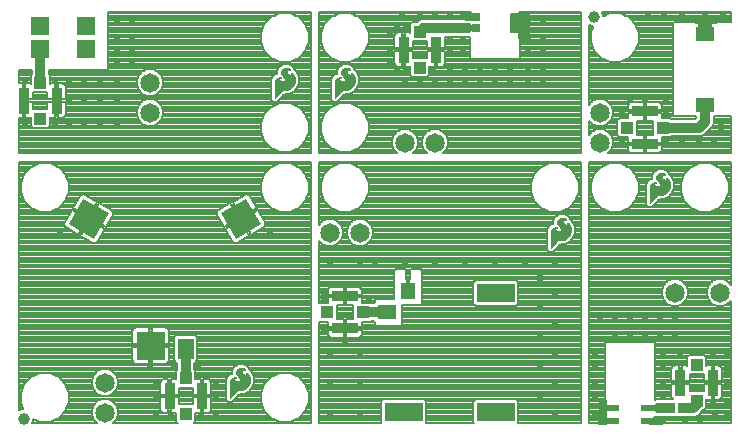
<source format=gtl>
G75*
%MOIN*%
%OFA0B0*%
%FSLAX25Y25*%
%IPPOS*%
%LPD*%
%AMOC8*
5,1,8,0,0,1.08239X$1,22.5*
%
%ADD10C,0.03937*%
%ADD11R,0.03346X0.08661*%
%ADD12R,0.03937X0.04134*%
%ADD13R,0.09449X0.09449*%
%ADD14R,0.09843X0.09843*%
%ADD15R,0.05512X0.06850*%
%ADD16R,0.12598X0.06299*%
%ADD17R,0.05118X0.05197*%
%ADD18R,0.06339X0.05118*%
%ADD19R,0.08661X0.03346*%
%ADD20R,0.04134X0.03937*%
%ADD21R,0.04331X0.01969*%
%ADD22R,0.03346X0.03543*%
%ADD23R,0.06063X0.06063*%
%ADD24R,0.06339X0.04921*%
%ADD25R,0.03150X0.06299*%
%ADD26R,0.03150X0.02559*%
%ADD27C,0.00300*%
%ADD28C,0.00800*%
%ADD29C,0.00600*%
%ADD30C,0.02400*%
%ADD31C,0.00197*%
%ADD32C,0.03460*%
%ADD33C,0.01900*%
%ADD34C,0.06500*%
D10*
X0076000Y0058000D03*
X0266000Y0192000D03*
D11*
X0213413Y0181000D03*
X0202587Y0181000D03*
X0086913Y0164000D03*
X0076087Y0164000D03*
X0294815Y0070000D03*
X0305642Y0070000D03*
X0135413Y0065500D03*
X0124587Y0065500D03*
D12*
X0130000Y0059496D03*
X0130000Y0071504D03*
X0300228Y0076004D03*
X0300228Y0063996D03*
X0081500Y0157996D03*
X0081500Y0170004D03*
X0208000Y0174996D03*
X0208000Y0187004D03*
D13*
X0118276Y0082323D03*
D14*
G36*
X0104355Y0126447D02*
X0099434Y0117924D01*
X0090911Y0122845D01*
X0095832Y0131368D01*
X0104355Y0126447D01*
G37*
G36*
X0146566Y0117924D02*
X0141645Y0126447D01*
X0150168Y0131368D01*
X0155089Y0122845D01*
X0146566Y0117924D01*
G37*
D15*
X0129890Y0081339D03*
D16*
X0202626Y0060079D03*
X0233374Y0060079D03*
X0233374Y0099921D03*
D17*
X0204043Y0100472D03*
D18*
X0197016Y0093386D03*
D19*
X0183000Y0088087D03*
X0183000Y0098913D03*
X0283000Y0149587D03*
X0283000Y0160413D03*
D20*
X0276996Y0155000D03*
X0289004Y0155000D03*
X0189004Y0093500D03*
X0176996Y0093500D03*
D21*
X0272291Y0061665D03*
X0283709Y0061665D03*
X0283709Y0057335D03*
X0272291Y0057335D03*
D22*
X0291217Y0061500D03*
X0295783Y0061500D03*
D23*
X0096677Y0181181D03*
X0081323Y0181181D03*
X0081323Y0188819D03*
X0096677Y0188819D03*
D24*
X0303000Y0186311D03*
X0303000Y0162689D03*
D25*
X0239299Y0190000D03*
D26*
X0226701Y0188130D03*
X0226701Y0191870D03*
D27*
X0184760Y0174366D02*
X0184720Y0174406D01*
X0184563Y0174524D01*
X0184012Y0174799D01*
X0183657Y0174878D01*
X0183264Y0174878D01*
X0182831Y0174799D01*
X0182398Y0174563D01*
X0182043Y0174287D01*
X0181846Y0173972D01*
X0181728Y0173618D01*
X0181728Y0173303D01*
X0181807Y0172949D01*
X0182004Y0172594D01*
X0182280Y0172280D01*
X0182594Y0171925D01*
X0182870Y0171650D01*
X0182988Y0171335D01*
X0182988Y0171059D01*
X0182909Y0170823D01*
X0182752Y0170626D01*
X0182516Y0170469D01*
X0182201Y0170390D01*
X0181886Y0170390D01*
X0181689Y0170429D01*
X0181492Y0170508D01*
X0181256Y0170744D01*
X0181177Y0170862D01*
X0181138Y0170980D01*
X0181138Y0171138D01*
X0181177Y0171256D01*
X0181413Y0171492D01*
X0181531Y0171531D01*
X0181689Y0171610D01*
X0181728Y0171650D01*
X0181571Y0171728D01*
X0181098Y0171728D01*
X0180862Y0171689D01*
X0180665Y0171650D01*
X0180469Y0171571D01*
X0180311Y0171453D01*
X0180114Y0171295D01*
X0179878Y0170902D01*
X0179799Y0170626D01*
X0179760Y0170311D01*
X0179760Y0164917D01*
X0179957Y0165114D01*
X0180075Y0165311D01*
X0180272Y0165508D01*
X0180469Y0165744D01*
X0180941Y0166217D01*
X0181413Y0166768D01*
X0181807Y0167161D01*
X0182201Y0167398D01*
X0182437Y0167437D01*
X0183185Y0167437D01*
X0183657Y0167516D01*
X0184091Y0167634D01*
X0184484Y0167791D01*
X0184878Y0168028D01*
X0185193Y0168303D01*
X0185508Y0168618D01*
X0185783Y0168972D01*
X0186177Y0169681D01*
X0186374Y0170429D01*
X0186413Y0171098D01*
X0186295Y0171728D01*
X0186098Y0172319D01*
X0185823Y0172752D01*
X0185508Y0173106D01*
X0185193Y0173303D01*
X0185193Y0172949D01*
X0185154Y0172831D01*
X0185114Y0172752D01*
X0184996Y0172634D01*
X0184878Y0172594D01*
X0184760Y0172594D01*
X0184445Y0172673D01*
X0184287Y0172752D01*
X0184169Y0172831D01*
X0184012Y0172949D01*
X0183776Y0173185D01*
X0183618Y0173421D01*
X0183579Y0173579D01*
X0183579Y0173815D01*
X0183618Y0173933D01*
X0183657Y0174012D01*
X0183736Y0174130D01*
X0183894Y0174248D01*
X0184051Y0174327D01*
X0184248Y0174366D01*
X0184406Y0174406D01*
X0184642Y0174406D01*
X0184720Y0174366D01*
X0184760Y0174366D01*
X0184721Y0174405D02*
X0184644Y0174405D01*
X0184402Y0174405D02*
X0182194Y0174405D01*
X0181930Y0174106D02*
X0183720Y0174106D01*
X0183579Y0173808D02*
X0181791Y0173808D01*
X0181728Y0173509D02*
X0183596Y0173509D01*
X0183759Y0173210D02*
X0181749Y0173210D01*
X0181828Y0172912D02*
X0184061Y0172912D01*
X0184684Y0172613D02*
X0181993Y0172613D01*
X0182249Y0172315D02*
X0186100Y0172315D01*
X0186199Y0172016D02*
X0182513Y0172016D01*
X0182802Y0171718D02*
X0186297Y0171718D01*
X0186353Y0171419D02*
X0182956Y0171419D01*
X0182988Y0171121D02*
X0186409Y0171121D01*
X0186397Y0170822D02*
X0182909Y0170822D01*
X0182599Y0170524D02*
X0186380Y0170524D01*
X0186320Y0170225D02*
X0179760Y0170225D01*
X0179760Y0169927D02*
X0186242Y0169927D01*
X0186148Y0169628D02*
X0179760Y0169628D01*
X0179760Y0169330D02*
X0185982Y0169330D01*
X0185816Y0169031D02*
X0179760Y0169031D01*
X0179760Y0168733D02*
X0185597Y0168733D01*
X0185324Y0168434D02*
X0179760Y0168434D01*
X0179760Y0168136D02*
X0185002Y0168136D01*
X0184561Y0167837D02*
X0179760Y0167837D01*
X0179760Y0167539D02*
X0183742Y0167539D01*
X0181938Y0167240D02*
X0179760Y0167240D01*
X0179760Y0166942D02*
X0181587Y0166942D01*
X0181307Y0166643D02*
X0179760Y0166643D01*
X0179760Y0166345D02*
X0181051Y0166345D01*
X0180771Y0166046D02*
X0179760Y0166046D01*
X0179760Y0165748D02*
X0180472Y0165748D01*
X0180213Y0165449D02*
X0179760Y0165449D01*
X0179760Y0165151D02*
X0179979Y0165151D01*
X0179786Y0170524D02*
X0181476Y0170524D01*
X0181204Y0170822D02*
X0179855Y0170822D01*
X0180010Y0171121D02*
X0181138Y0171121D01*
X0181341Y0171419D02*
X0180269Y0171419D01*
X0181036Y0171718D02*
X0181592Y0171718D01*
X0182654Y0174703D02*
X0184204Y0174703D01*
X0185193Y0173210D02*
X0185341Y0173210D01*
X0185181Y0172912D02*
X0185681Y0172912D01*
X0185911Y0172613D02*
X0184935Y0172613D01*
X0166413Y0171098D02*
X0166374Y0170429D01*
X0166177Y0169681D01*
X0165783Y0168972D01*
X0165508Y0168618D01*
X0165193Y0168303D01*
X0164878Y0168028D01*
X0164484Y0167791D01*
X0164091Y0167634D01*
X0163657Y0167516D01*
X0163185Y0167437D01*
X0162437Y0167437D01*
X0162201Y0167398D01*
X0161807Y0167161D01*
X0161413Y0166768D01*
X0160941Y0166217D01*
X0160469Y0165744D01*
X0160272Y0165508D01*
X0160075Y0165311D01*
X0159957Y0165114D01*
X0159760Y0164917D01*
X0159760Y0170311D01*
X0159799Y0170626D01*
X0159878Y0170902D01*
X0160114Y0171295D01*
X0160311Y0171453D01*
X0160469Y0171571D01*
X0160665Y0171650D01*
X0160862Y0171689D01*
X0161098Y0171728D01*
X0161571Y0171728D01*
X0161728Y0171650D01*
X0161689Y0171610D01*
X0161531Y0171531D01*
X0161413Y0171492D01*
X0161177Y0171256D01*
X0161138Y0171138D01*
X0161138Y0170980D01*
X0161177Y0170862D01*
X0161256Y0170744D01*
X0161492Y0170508D01*
X0161689Y0170429D01*
X0161886Y0170390D01*
X0162201Y0170390D01*
X0162516Y0170469D01*
X0162752Y0170626D01*
X0162909Y0170823D01*
X0162988Y0171059D01*
X0162988Y0171335D01*
X0162870Y0171650D01*
X0162594Y0171925D01*
X0162280Y0172280D01*
X0162004Y0172594D01*
X0161807Y0172949D01*
X0161728Y0173303D01*
X0161728Y0173618D01*
X0161846Y0173972D01*
X0162043Y0174287D01*
X0162398Y0174563D01*
X0162831Y0174799D01*
X0163264Y0174878D01*
X0163657Y0174878D01*
X0164012Y0174799D01*
X0164563Y0174524D01*
X0164720Y0174406D01*
X0164760Y0174366D01*
X0164720Y0174366D01*
X0164642Y0174406D01*
X0164406Y0174406D01*
X0164248Y0174366D01*
X0164051Y0174327D01*
X0163894Y0174248D01*
X0163736Y0174130D01*
X0163657Y0174012D01*
X0163618Y0173933D01*
X0163579Y0173815D01*
X0163579Y0173579D01*
X0163618Y0173421D01*
X0163776Y0173185D01*
X0164012Y0172949D01*
X0164169Y0172831D01*
X0164287Y0172752D01*
X0164445Y0172673D01*
X0164760Y0172594D01*
X0164878Y0172594D01*
X0164996Y0172634D01*
X0165114Y0172752D01*
X0165154Y0172831D01*
X0165193Y0172949D01*
X0165193Y0173303D01*
X0165508Y0173106D01*
X0165823Y0172752D01*
X0166098Y0172319D01*
X0166295Y0171728D01*
X0166413Y0171098D01*
X0166409Y0171121D02*
X0162988Y0171121D01*
X0162956Y0171419D02*
X0166353Y0171419D01*
X0166297Y0171718D02*
X0162802Y0171718D01*
X0162513Y0172016D02*
X0166199Y0172016D01*
X0166100Y0172315D02*
X0162249Y0172315D01*
X0161993Y0172613D02*
X0164684Y0172613D01*
X0164935Y0172613D02*
X0165911Y0172613D01*
X0165681Y0172912D02*
X0165181Y0172912D01*
X0165193Y0173210D02*
X0165341Y0173210D01*
X0164061Y0172912D02*
X0161828Y0172912D01*
X0161749Y0173210D02*
X0163759Y0173210D01*
X0163596Y0173509D02*
X0161728Y0173509D01*
X0161791Y0173808D02*
X0163579Y0173808D01*
X0163720Y0174106D02*
X0161930Y0174106D01*
X0162194Y0174405D02*
X0164402Y0174405D01*
X0164644Y0174405D02*
X0164721Y0174405D01*
X0164204Y0174703D02*
X0162654Y0174703D01*
X0161592Y0171718D02*
X0161036Y0171718D01*
X0161341Y0171419D02*
X0160269Y0171419D01*
X0160010Y0171121D02*
X0161138Y0171121D01*
X0161204Y0170822D02*
X0159855Y0170822D01*
X0159786Y0170524D02*
X0161476Y0170524D01*
X0162599Y0170524D02*
X0166380Y0170524D01*
X0166397Y0170822D02*
X0162909Y0170822D01*
X0159760Y0170225D02*
X0166320Y0170225D01*
X0166242Y0169927D02*
X0159760Y0169927D01*
X0159760Y0169628D02*
X0166148Y0169628D01*
X0165982Y0169330D02*
X0159760Y0169330D01*
X0159760Y0169031D02*
X0165816Y0169031D01*
X0165597Y0168733D02*
X0159760Y0168733D01*
X0159760Y0168434D02*
X0165324Y0168434D01*
X0165002Y0168136D02*
X0159760Y0168136D01*
X0159760Y0167837D02*
X0164561Y0167837D01*
X0163742Y0167539D02*
X0159760Y0167539D01*
X0159760Y0167240D02*
X0161938Y0167240D01*
X0161587Y0166942D02*
X0159760Y0166942D01*
X0159760Y0166643D02*
X0161307Y0166643D01*
X0161051Y0166345D02*
X0159760Y0166345D01*
X0159760Y0166046D02*
X0160771Y0166046D01*
X0160472Y0165748D02*
X0159760Y0165748D01*
X0159760Y0165449D02*
X0160213Y0165449D01*
X0159979Y0165151D02*
X0159760Y0165151D01*
X0253846Y0123972D02*
X0253728Y0123618D01*
X0253728Y0123303D01*
X0253807Y0122949D01*
X0254004Y0122594D01*
X0254280Y0122280D01*
X0254594Y0121925D01*
X0254870Y0121650D01*
X0254988Y0121335D01*
X0254988Y0121059D01*
X0254909Y0120823D01*
X0254752Y0120626D01*
X0254516Y0120469D01*
X0254201Y0120390D01*
X0253886Y0120390D01*
X0253689Y0120429D01*
X0253492Y0120508D01*
X0253256Y0120744D01*
X0253177Y0120862D01*
X0253138Y0120980D01*
X0253138Y0121138D01*
X0253177Y0121256D01*
X0253413Y0121492D01*
X0253531Y0121531D01*
X0253689Y0121610D01*
X0253728Y0121650D01*
X0253571Y0121728D01*
X0253098Y0121728D01*
X0252862Y0121689D01*
X0252665Y0121650D01*
X0252469Y0121571D01*
X0252311Y0121453D01*
X0252114Y0121295D01*
X0251878Y0120902D01*
X0251799Y0120626D01*
X0251760Y0120311D01*
X0251760Y0114917D01*
X0251957Y0115114D01*
X0252075Y0115311D01*
X0252272Y0115508D01*
X0252469Y0115744D01*
X0252941Y0116217D01*
X0253413Y0116768D01*
X0253807Y0117161D01*
X0254201Y0117398D01*
X0254437Y0117437D01*
X0255185Y0117437D01*
X0255657Y0117516D01*
X0256091Y0117634D01*
X0256484Y0117791D01*
X0256878Y0118028D01*
X0257193Y0118303D01*
X0257508Y0118618D01*
X0257783Y0118972D01*
X0258177Y0119681D01*
X0258374Y0120429D01*
X0258413Y0121098D01*
X0258295Y0121728D01*
X0258098Y0122319D01*
X0257823Y0122752D01*
X0257508Y0123106D01*
X0257193Y0123303D01*
X0257193Y0122949D01*
X0257154Y0122831D01*
X0257114Y0122752D01*
X0256996Y0122634D01*
X0256878Y0122594D01*
X0256760Y0122594D01*
X0256445Y0122673D01*
X0256287Y0122752D01*
X0256169Y0122831D01*
X0256012Y0122949D01*
X0255776Y0123185D01*
X0255618Y0123421D01*
X0255579Y0123579D01*
X0255579Y0123815D01*
X0255618Y0123933D01*
X0255657Y0124012D01*
X0255736Y0124130D01*
X0255894Y0124248D01*
X0256051Y0124327D01*
X0256248Y0124366D01*
X0256406Y0124406D01*
X0256642Y0124406D01*
X0256720Y0124366D01*
X0256760Y0124366D01*
X0256720Y0124406D01*
X0256563Y0124524D01*
X0256012Y0124799D01*
X0255657Y0124878D01*
X0255264Y0124878D01*
X0254831Y0124799D01*
X0254398Y0124563D01*
X0254043Y0124287D01*
X0253846Y0123972D01*
X0253841Y0123956D02*
X0255630Y0123956D01*
X0255579Y0123658D02*
X0253742Y0123658D01*
X0253728Y0123359D02*
X0255660Y0123359D01*
X0255900Y0123061D02*
X0253782Y0123061D01*
X0253911Y0122762D02*
X0256272Y0122762D01*
X0257119Y0122762D02*
X0257814Y0122762D01*
X0258006Y0122464D02*
X0254118Y0122464D01*
X0254381Y0122165D02*
X0258150Y0122165D01*
X0258249Y0121867D02*
X0254653Y0121867D01*
X0254901Y0121568D02*
X0258325Y0121568D01*
X0258381Y0121270D02*
X0254988Y0121270D01*
X0254959Y0120971D02*
X0258406Y0120971D01*
X0258388Y0120672D02*
X0254789Y0120672D01*
X0253328Y0120672D02*
X0251812Y0120672D01*
X0251768Y0120374D02*
X0258359Y0120374D01*
X0258281Y0120075D02*
X0251760Y0120075D01*
X0251760Y0119777D02*
X0258202Y0119777D01*
X0258065Y0119478D02*
X0251760Y0119478D01*
X0251760Y0119180D02*
X0257899Y0119180D01*
X0257713Y0118881D02*
X0251760Y0118881D01*
X0251760Y0118583D02*
X0257473Y0118583D01*
X0257171Y0118284D02*
X0251760Y0118284D01*
X0251760Y0117986D02*
X0256809Y0117986D01*
X0256224Y0117687D02*
X0251760Y0117687D01*
X0251760Y0117389D02*
X0254186Y0117389D01*
X0253736Y0117090D02*
X0251760Y0117090D01*
X0251760Y0116792D02*
X0253438Y0116792D01*
X0253178Y0116493D02*
X0251760Y0116493D01*
X0251760Y0116195D02*
X0252919Y0116195D01*
X0252621Y0115896D02*
X0251760Y0115896D01*
X0251760Y0115598D02*
X0252347Y0115598D01*
X0252068Y0115299D02*
X0251760Y0115299D01*
X0251760Y0115001D02*
X0251843Y0115001D01*
X0251920Y0120971D02*
X0253141Y0120971D01*
X0253191Y0121270D02*
X0252099Y0121270D01*
X0252465Y0121568D02*
X0253605Y0121568D01*
X0254023Y0124255D02*
X0255907Y0124255D01*
X0255776Y0124852D02*
X0255119Y0124852D01*
X0254385Y0124553D02*
X0256504Y0124553D01*
X0257193Y0123061D02*
X0257549Y0123061D01*
X0284760Y0129917D02*
X0284957Y0130114D01*
X0285075Y0130311D01*
X0285272Y0130508D01*
X0285469Y0130744D01*
X0285941Y0131217D01*
X0286413Y0131768D01*
X0286807Y0132161D01*
X0287201Y0132398D01*
X0287437Y0132437D01*
X0288185Y0132437D01*
X0288657Y0132516D01*
X0289091Y0132634D01*
X0289484Y0132791D01*
X0289878Y0133028D01*
X0290193Y0133303D01*
X0290508Y0133618D01*
X0290783Y0133972D01*
X0291177Y0134681D01*
X0291374Y0135429D01*
X0291413Y0136098D01*
X0291295Y0136728D01*
X0291098Y0137319D01*
X0290823Y0137752D01*
X0290508Y0138106D01*
X0290193Y0138303D01*
X0290193Y0137949D01*
X0290154Y0137831D01*
X0290114Y0137752D01*
X0289996Y0137634D01*
X0289878Y0137594D01*
X0289760Y0137594D01*
X0289445Y0137673D01*
X0289287Y0137752D01*
X0289169Y0137831D01*
X0289012Y0137949D01*
X0288776Y0138185D01*
X0288618Y0138421D01*
X0288579Y0138579D01*
X0288579Y0138815D01*
X0288618Y0138933D01*
X0288657Y0139012D01*
X0288736Y0139130D01*
X0288894Y0139248D01*
X0289051Y0139327D01*
X0289248Y0139366D01*
X0289406Y0139406D01*
X0289642Y0139406D01*
X0289720Y0139366D01*
X0289760Y0139366D01*
X0289720Y0139406D01*
X0289563Y0139524D01*
X0289012Y0139799D01*
X0288657Y0139878D01*
X0288264Y0139878D01*
X0287831Y0139799D01*
X0287398Y0139563D01*
X0287043Y0139287D01*
X0286846Y0138972D01*
X0286728Y0138618D01*
X0286728Y0138303D01*
X0286807Y0137949D01*
X0287004Y0137594D01*
X0287280Y0137280D01*
X0287594Y0136925D01*
X0287870Y0136650D01*
X0287988Y0136335D01*
X0287988Y0136059D01*
X0287909Y0135823D01*
X0287752Y0135626D01*
X0287516Y0135469D01*
X0287201Y0135390D01*
X0286886Y0135390D01*
X0286689Y0135429D01*
X0286492Y0135508D01*
X0286256Y0135744D01*
X0286177Y0135862D01*
X0286138Y0135980D01*
X0286138Y0136138D01*
X0286177Y0136256D01*
X0286413Y0136492D01*
X0286531Y0136531D01*
X0286689Y0136610D01*
X0286728Y0136650D01*
X0286571Y0136728D01*
X0286098Y0136728D01*
X0285862Y0136689D01*
X0285665Y0136650D01*
X0285469Y0136571D01*
X0285311Y0136453D01*
X0285114Y0136295D01*
X0284878Y0135902D01*
X0284799Y0135626D01*
X0284760Y0135311D01*
X0284760Y0129917D01*
X0284760Y0129926D02*
X0284769Y0129926D01*
X0284760Y0130225D02*
X0285023Y0130225D01*
X0285285Y0130523D02*
X0284760Y0130523D01*
X0284760Y0130822D02*
X0285546Y0130822D01*
X0285845Y0131120D02*
X0284760Y0131120D01*
X0284760Y0131419D02*
X0286114Y0131419D01*
X0286370Y0131717D02*
X0284760Y0131717D01*
X0284760Y0132016D02*
X0286662Y0132016D01*
X0287062Y0132314D02*
X0284760Y0132314D01*
X0284760Y0132613D02*
X0289014Y0132613D01*
X0289684Y0132911D02*
X0284760Y0132911D01*
X0284760Y0133210D02*
X0290086Y0133210D01*
X0290398Y0133508D02*
X0284760Y0133508D01*
X0284760Y0133807D02*
X0290655Y0133807D01*
X0290857Y0134105D02*
X0284760Y0134105D01*
X0284760Y0134404D02*
X0291023Y0134404D01*
X0291183Y0134703D02*
X0284760Y0134703D01*
X0284760Y0135001D02*
X0291261Y0135001D01*
X0291340Y0135300D02*
X0284760Y0135300D01*
X0284796Y0135598D02*
X0286402Y0135598D01*
X0286166Y0135897D02*
X0284877Y0135897D01*
X0285054Y0136195D02*
X0286157Y0136195D01*
X0286418Y0136494D02*
X0285365Y0136494D01*
X0286952Y0137688D02*
X0289416Y0137688D01*
X0288974Y0137986D02*
X0286799Y0137986D01*
X0286732Y0138285D02*
X0288709Y0138285D01*
X0288579Y0138583D02*
X0286728Y0138583D01*
X0286816Y0138882D02*
X0288601Y0138882D01*
X0288803Y0139180D02*
X0286976Y0139180D01*
X0287289Y0139479D02*
X0289623Y0139479D01*
X0289056Y0139777D02*
X0287790Y0139777D01*
X0287184Y0137389D02*
X0291054Y0137389D01*
X0291175Y0137091D02*
X0287447Y0137091D01*
X0287728Y0136792D02*
X0291274Y0136792D01*
X0291339Y0136494D02*
X0287929Y0136494D01*
X0287988Y0136195D02*
X0291395Y0136195D01*
X0291402Y0135897D02*
X0287934Y0135897D01*
X0287710Y0135598D02*
X0291384Y0135598D01*
X0290864Y0137688D02*
X0290050Y0137688D01*
X0290193Y0137986D02*
X0290615Y0137986D01*
X0290223Y0138285D02*
X0290193Y0138285D01*
X0149760Y0074366D02*
X0149720Y0074406D01*
X0149563Y0074524D01*
X0149012Y0074799D01*
X0148657Y0074878D01*
X0148264Y0074878D01*
X0147831Y0074799D01*
X0147398Y0074563D01*
X0147043Y0074287D01*
X0146846Y0073972D01*
X0146728Y0073618D01*
X0146728Y0073303D01*
X0146807Y0072949D01*
X0147004Y0072594D01*
X0147280Y0072280D01*
X0147594Y0071925D01*
X0147870Y0071650D01*
X0147988Y0071335D01*
X0147988Y0071059D01*
X0147909Y0070823D01*
X0147752Y0070626D01*
X0147516Y0070469D01*
X0147201Y0070390D01*
X0146886Y0070390D01*
X0146689Y0070429D01*
X0146492Y0070508D01*
X0146256Y0070744D01*
X0146177Y0070862D01*
X0146138Y0070980D01*
X0146138Y0071138D01*
X0146177Y0071256D01*
X0146413Y0071492D01*
X0146531Y0071531D01*
X0146689Y0071610D01*
X0146728Y0071650D01*
X0146571Y0071728D01*
X0146098Y0071728D01*
X0145862Y0071689D01*
X0145665Y0071650D01*
X0145469Y0071571D01*
X0145311Y0071453D01*
X0145114Y0071295D01*
X0144878Y0070902D01*
X0144799Y0070626D01*
X0144760Y0070311D01*
X0144760Y0064917D01*
X0144957Y0065114D01*
X0145075Y0065311D01*
X0145272Y0065508D01*
X0145469Y0065744D01*
X0145941Y0066217D01*
X0146413Y0066768D01*
X0146807Y0067161D01*
X0147201Y0067398D01*
X0147437Y0067437D01*
X0148185Y0067437D01*
X0148657Y0067516D01*
X0149091Y0067634D01*
X0149484Y0067791D01*
X0149878Y0068028D01*
X0150193Y0068303D01*
X0150508Y0068618D01*
X0150783Y0068972D01*
X0151177Y0069681D01*
X0151374Y0070429D01*
X0151413Y0071098D01*
X0151295Y0071728D01*
X0151098Y0072319D01*
X0150823Y0072752D01*
X0150508Y0073106D01*
X0150193Y0073303D01*
X0150193Y0072949D01*
X0150154Y0072831D01*
X0150114Y0072752D01*
X0149996Y0072634D01*
X0149878Y0072594D01*
X0149760Y0072594D01*
X0149445Y0072673D01*
X0149287Y0072752D01*
X0149169Y0072831D01*
X0149012Y0072949D01*
X0148776Y0073185D01*
X0148618Y0073421D01*
X0148579Y0073579D01*
X0148579Y0073815D01*
X0148618Y0073933D01*
X0148657Y0074012D01*
X0148736Y0074130D01*
X0148894Y0074248D01*
X0149051Y0074327D01*
X0149248Y0074366D01*
X0149406Y0074406D01*
X0149642Y0074406D01*
X0149720Y0074366D01*
X0149760Y0074366D01*
X0149723Y0074403D02*
X0149646Y0074403D01*
X0149396Y0074403D02*
X0147192Y0074403D01*
X0146929Y0074105D02*
X0148719Y0074105D01*
X0148579Y0073806D02*
X0146791Y0073806D01*
X0146728Y0073508D02*
X0148597Y0073508D01*
X0148759Y0073209D02*
X0146749Y0073209D01*
X0146828Y0072911D02*
X0149063Y0072911D01*
X0149689Y0072612D02*
X0146994Y0072612D01*
X0147250Y0072314D02*
X0151100Y0072314D01*
X0151200Y0072015D02*
X0147515Y0072015D01*
X0147803Y0071717D02*
X0151297Y0071717D01*
X0151353Y0071418D02*
X0147957Y0071418D01*
X0147988Y0071120D02*
X0151409Y0071120D01*
X0151397Y0070821D02*
X0147908Y0070821D01*
X0147597Y0070523D02*
X0151380Y0070523D01*
X0151320Y0070224D02*
X0144760Y0070224D01*
X0144760Y0069926D02*
X0151241Y0069926D01*
X0151147Y0069627D02*
X0144760Y0069627D01*
X0144760Y0069329D02*
X0150981Y0069329D01*
X0150815Y0069030D02*
X0144760Y0069030D01*
X0144760Y0068732D02*
X0150596Y0068732D01*
X0150323Y0068433D02*
X0144760Y0068433D01*
X0144760Y0068134D02*
X0150000Y0068134D01*
X0149559Y0067836D02*
X0144760Y0067836D01*
X0144760Y0067537D02*
X0148737Y0067537D01*
X0146936Y0067239D02*
X0144760Y0067239D01*
X0144760Y0066940D02*
X0146586Y0066940D01*
X0146306Y0066642D02*
X0144760Y0066642D01*
X0144760Y0066343D02*
X0146050Y0066343D01*
X0145769Y0066045D02*
X0144760Y0066045D01*
X0144760Y0065746D02*
X0145471Y0065746D01*
X0145212Y0065448D02*
X0144760Y0065448D01*
X0144760Y0065149D02*
X0144978Y0065149D01*
X0144786Y0070523D02*
X0146477Y0070523D01*
X0146205Y0070821D02*
X0144855Y0070821D01*
X0145009Y0071120D02*
X0146138Y0071120D01*
X0146339Y0071418D02*
X0145268Y0071418D01*
X0146028Y0071717D02*
X0146594Y0071717D01*
X0147652Y0074702D02*
X0149207Y0074702D01*
X0150193Y0073209D02*
X0150343Y0073209D01*
X0150180Y0072911D02*
X0150682Y0072911D01*
X0150912Y0072612D02*
X0149931Y0072612D01*
D28*
X0079168Y0057370D02*
X0078767Y0056400D01*
X0100307Y0056400D01*
X0099227Y0057479D01*
X0098550Y0059115D01*
X0098550Y0060885D01*
X0099227Y0062521D01*
X0100479Y0063773D01*
X0102115Y0064450D01*
X0103885Y0064450D01*
X0105521Y0063773D01*
X0106773Y0062521D01*
X0107450Y0060885D01*
X0107450Y0059115D01*
X0106773Y0057479D01*
X0105693Y0056400D01*
X0127364Y0056400D01*
X0126831Y0056932D01*
X0126831Y0059883D01*
X0126800Y0059865D01*
X0126444Y0059769D01*
X0124987Y0059769D01*
X0124987Y0065100D01*
X0124987Y0065900D01*
X0127660Y0065900D01*
X0127660Y0068237D01*
X0132340Y0068237D01*
X0132340Y0065900D01*
X0135013Y0065900D01*
X0135013Y0065100D01*
X0132340Y0065100D01*
X0132340Y0062763D01*
X0127660Y0062763D01*
X0127660Y0065100D01*
X0124987Y0065100D01*
X0124187Y0065100D01*
X0124187Y0059769D01*
X0122729Y0059769D01*
X0122373Y0059865D01*
X0122054Y0060049D01*
X0121793Y0060310D01*
X0121609Y0060629D01*
X0121513Y0060985D01*
X0121513Y0065100D01*
X0124187Y0065100D01*
X0124187Y0065900D01*
X0124187Y0071231D01*
X0122729Y0071231D01*
X0122373Y0071135D01*
X0122054Y0070951D01*
X0121793Y0070690D01*
X0121609Y0070371D01*
X0121513Y0070015D01*
X0121513Y0065900D01*
X0124187Y0065900D01*
X0124987Y0065900D01*
X0124987Y0071231D01*
X0126444Y0071231D01*
X0126800Y0071135D01*
X0126831Y0071117D01*
X0126831Y0074068D01*
X0126960Y0074196D01*
X0126960Y0076713D01*
X0126637Y0076713D01*
X0125934Y0077416D01*
X0125934Y0085261D01*
X0126637Y0085964D01*
X0133143Y0085964D01*
X0133846Y0085261D01*
X0133846Y0077416D01*
X0133143Y0076713D01*
X0132820Y0076713D01*
X0132820Y0074417D01*
X0133168Y0074068D01*
X0133168Y0071117D01*
X0133200Y0071135D01*
X0133556Y0071231D01*
X0135013Y0071231D01*
X0135013Y0065900D01*
X0135813Y0065900D01*
X0135813Y0071231D01*
X0137271Y0071231D01*
X0137627Y0071135D01*
X0137946Y0070951D01*
X0138207Y0070690D01*
X0138391Y0070371D01*
X0138487Y0070015D01*
X0138487Y0065900D01*
X0135813Y0065900D01*
X0135813Y0065100D01*
X0135813Y0059769D01*
X0137271Y0059769D01*
X0137627Y0059865D01*
X0137946Y0060049D01*
X0138207Y0060310D01*
X0138391Y0060629D01*
X0138487Y0060985D01*
X0138487Y0065100D01*
X0135813Y0065100D01*
X0135013Y0065100D01*
X0135013Y0059769D01*
X0133556Y0059769D01*
X0133200Y0059865D01*
X0133168Y0059883D01*
X0133168Y0056932D01*
X0132636Y0056400D01*
X0171600Y0056400D01*
X0171600Y0143600D01*
X0074400Y0143600D01*
X0074400Y0060767D01*
X0075370Y0061168D01*
X0075820Y0061168D01*
X0074900Y0063389D01*
X0074900Y0066611D01*
X0076133Y0069588D01*
X0076133Y0069588D01*
X0078412Y0071867D01*
X0078412Y0071867D01*
X0081389Y0073100D01*
X0084611Y0073100D01*
X0087588Y0071867D01*
X0087588Y0071867D01*
X0089867Y0069588D01*
X0089867Y0069588D01*
X0091100Y0066611D01*
X0091100Y0063389D01*
X0089867Y0060412D01*
X0089867Y0060412D01*
X0087588Y0058133D01*
X0087588Y0058133D01*
X0084611Y0056900D01*
X0083331Y0056900D01*
X0081389Y0056900D01*
X0079168Y0057820D01*
X0079168Y0057370D01*
X0079168Y0057396D02*
X0080192Y0057396D01*
X0078848Y0056597D02*
X0100110Y0056597D01*
X0099311Y0057396D02*
X0085808Y0057396D01*
X0084611Y0056900D02*
X0084611Y0056900D01*
X0087649Y0058194D02*
X0098931Y0058194D01*
X0098601Y0058993D02*
X0088448Y0058993D01*
X0089246Y0059791D02*
X0098550Y0059791D01*
X0098550Y0060590D02*
X0089941Y0060590D01*
X0090271Y0061388D02*
X0098758Y0061388D01*
X0099089Y0062187D02*
X0090602Y0062187D01*
X0090933Y0062985D02*
X0099692Y0062985D01*
X0100506Y0063784D02*
X0091100Y0063784D01*
X0091100Y0064582D02*
X0121513Y0064582D01*
X0121513Y0063784D02*
X0105494Y0063784D01*
X0106308Y0062985D02*
X0121513Y0062985D01*
X0121513Y0062187D02*
X0106911Y0062187D01*
X0107242Y0061388D02*
X0121513Y0061388D01*
X0121631Y0060590D02*
X0107450Y0060590D01*
X0107450Y0059791D02*
X0122648Y0059791D01*
X0124187Y0059791D02*
X0124987Y0059791D01*
X0124987Y0060590D02*
X0124187Y0060590D01*
X0124187Y0061388D02*
X0124987Y0061388D01*
X0124987Y0062187D02*
X0124187Y0062187D01*
X0124187Y0062985D02*
X0124987Y0062985D01*
X0124987Y0063784D02*
X0124187Y0063784D01*
X0124187Y0064582D02*
X0124987Y0064582D01*
X0124987Y0065381D02*
X0135013Y0065381D01*
X0135013Y0066179D02*
X0135813Y0066179D01*
X0135813Y0065381D02*
X0143410Y0065381D01*
X0143410Y0066179D02*
X0138487Y0066179D01*
X0138487Y0066978D02*
X0143410Y0066978D01*
X0143410Y0067776D02*
X0138487Y0067776D01*
X0138487Y0068575D02*
X0143410Y0068575D01*
X0143410Y0069373D02*
X0138487Y0069373D01*
X0138445Y0070172D02*
X0143382Y0070172D01*
X0143405Y0070356D02*
X0143351Y0069924D01*
X0143410Y0069848D01*
X0143410Y0064358D01*
X0144201Y0063567D01*
X0145319Y0063567D01*
X0145647Y0063895D01*
X0145827Y0063940D01*
X0146029Y0064277D01*
X0146307Y0064555D01*
X0146307Y0064634D01*
X0146585Y0064912D01*
X0146602Y0064913D01*
X0146932Y0065299D01*
X0147291Y0065657D01*
X0147291Y0065717D01*
X0147405Y0065850D01*
X0147642Y0066087D01*
X0147752Y0066087D01*
X0147855Y0066013D01*
X0148297Y0066087D01*
X0148437Y0066087D01*
X0148473Y0066066D01*
X0148550Y0066087D01*
X0148744Y0066087D01*
X0148817Y0066160D01*
X0148947Y0066195D01*
X0148999Y0066204D01*
X0149073Y0066173D01*
X0149260Y0066247D01*
X0149431Y0066276D01*
X0149471Y0066332D01*
X0149520Y0066352D01*
X0149595Y0066372D01*
X0149699Y0066346D01*
X0149866Y0066446D01*
X0149985Y0066479D01*
X0150019Y0066538D01*
X0150086Y0066578D01*
X0150263Y0066649D01*
X0150346Y0066643D01*
X0150428Y0066715D01*
X0150505Y0066746D01*
X0150530Y0066804D01*
X0150676Y0066932D01*
X0150711Y0066953D01*
X0150752Y0066953D01*
X0150813Y0067015D01*
X0151052Y0067158D01*
X0151084Y0067285D01*
X0151116Y0067317D01*
X0151138Y0067336D01*
X0151230Y0067348D01*
X0151398Y0067564D01*
X0151503Y0067655D01*
X0151506Y0067702D01*
X0151522Y0067723D01*
X0151601Y0067802D01*
X0151692Y0067828D01*
X0151773Y0067974D01*
X0151858Y0068059D01*
X0151858Y0068127D01*
X0151913Y0068226D01*
X0152192Y0068585D01*
X0152178Y0068702D01*
X0152340Y0068797D01*
X0152440Y0069174D01*
X0152629Y0069514D01*
X0152578Y0069693D01*
X0152689Y0069792D01*
X0152714Y0070216D01*
X0152822Y0070626D01*
X0152778Y0070702D01*
X0152843Y0070798D01*
X0152771Y0071184D01*
X0152794Y0071577D01*
X0152752Y0071624D01*
X0152753Y0071625D01*
X0152605Y0072068D01*
X0152523Y0072506D01*
X0152538Y0072572D01*
X0152327Y0072903D01*
X0152202Y0073276D01*
X0152132Y0073312D01*
X0151904Y0073568D01*
X0151720Y0073856D01*
X0151698Y0073955D01*
X0151388Y0074148D01*
X0151145Y0074421D01*
X0151125Y0074422D01*
X0151110Y0074467D01*
X0151110Y0074925D01*
X0150993Y0075042D01*
X0150978Y0075150D01*
X0150850Y0075246D01*
X0150824Y0075324D01*
X0150698Y0075387D01*
X0150667Y0075481D01*
X0150441Y0075594D01*
X0150280Y0075755D01*
X0150170Y0075755D01*
X0149926Y0075939D01*
X0149890Y0075934D01*
X0149851Y0075996D01*
X0149467Y0076081D01*
X0149260Y0076184D01*
X0149217Y0076228D01*
X0149173Y0076228D01*
X0149115Y0076257D01*
X0149029Y0076228D01*
X0148806Y0076228D01*
X0148629Y0076267D01*
X0148572Y0076306D01*
X0148507Y0076294D01*
X0148404Y0076317D01*
X0148313Y0076259D01*
X0148142Y0076228D01*
X0147757Y0076228D01*
X0147675Y0076252D01*
X0147375Y0076089D01*
X0147039Y0076027D01*
X0146989Y0075956D01*
X0146655Y0075696D01*
X0146298Y0075501D01*
X0146195Y0075477D01*
X0146025Y0075206D01*
X0145773Y0075010D01*
X0145764Y0074941D01*
X0145743Y0074930D01*
X0145617Y0074552D01*
X0145405Y0074214D01*
X0145407Y0074206D01*
X0145378Y0074177D01*
X0145378Y0073837D01*
X0145271Y0073515D01*
X0145321Y0073415D01*
X0145378Y0073155D01*
X0145378Y0072989D01*
X0145328Y0072968D01*
X0145283Y0072961D01*
X0145106Y0072986D01*
X0144975Y0072888D01*
X0144852Y0072864D01*
X0144782Y0072758D01*
X0144762Y0072742D01*
X0144448Y0072617D01*
X0144402Y0072509D01*
X0144244Y0072469D01*
X0144103Y0072234D01*
X0144054Y0072197D01*
X0144050Y0072173D01*
X0143834Y0072000D01*
X0143818Y0071857D01*
X0143734Y0071810D01*
X0143629Y0071444D01*
X0143609Y0071410D01*
X0143529Y0071348D01*
X0143518Y0071259D01*
X0143433Y0071117D01*
X0143477Y0070938D01*
X0143410Y0070870D01*
X0143410Y0070677D01*
X0143348Y0070459D01*
X0143405Y0070356D01*
X0143469Y0070970D02*
X0137913Y0070970D01*
X0135813Y0070970D02*
X0135013Y0070970D01*
X0135013Y0070172D02*
X0135813Y0070172D01*
X0135813Y0069373D02*
X0135013Y0069373D01*
X0135013Y0068575D02*
X0135813Y0068575D01*
X0135813Y0067776D02*
X0135013Y0067776D01*
X0135013Y0066978D02*
X0135813Y0066978D01*
X0135813Y0064582D02*
X0135013Y0064582D01*
X0135013Y0063784D02*
X0135813Y0063784D01*
X0135813Y0062985D02*
X0135013Y0062985D01*
X0135013Y0062187D02*
X0135813Y0062187D01*
X0135813Y0061388D02*
X0135013Y0061388D01*
X0135013Y0060590D02*
X0135813Y0060590D01*
X0135813Y0059791D02*
X0135013Y0059791D01*
X0133475Y0059791D02*
X0133168Y0059791D01*
X0133168Y0058993D02*
X0157552Y0058993D01*
X0156754Y0059791D02*
X0137352Y0059791D01*
X0138368Y0060590D02*
X0156059Y0060590D01*
X0156133Y0060412D02*
X0156133Y0060412D01*
X0158412Y0058133D01*
X0161389Y0056900D01*
X0162669Y0056900D01*
X0164611Y0056900D01*
X0167588Y0058133D01*
X0167588Y0058133D01*
X0169867Y0060412D01*
X0171100Y0063389D01*
X0171100Y0066611D01*
X0169867Y0069588D01*
X0169867Y0069588D01*
X0167588Y0071867D01*
X0164611Y0073100D01*
X0161389Y0073100D01*
X0158412Y0071867D01*
X0158412Y0071867D01*
X0156133Y0069588D01*
X0154900Y0066611D01*
X0154900Y0063389D01*
X0156133Y0060412D01*
X0155729Y0061388D02*
X0138487Y0061388D01*
X0138487Y0062187D02*
X0155398Y0062187D01*
X0155067Y0062985D02*
X0138487Y0062985D01*
X0138487Y0063784D02*
X0143984Y0063784D01*
X0143410Y0064582D02*
X0138487Y0064582D01*
X0132340Y0064582D02*
X0127660Y0064582D01*
X0127660Y0063784D02*
X0132340Y0063784D01*
X0132340Y0062985D02*
X0127660Y0062985D01*
X0126831Y0059791D02*
X0126525Y0059791D01*
X0126831Y0058993D02*
X0107399Y0058993D01*
X0107069Y0058194D02*
X0126831Y0058194D01*
X0126831Y0057396D02*
X0106689Y0057396D01*
X0105890Y0056597D02*
X0127167Y0056597D01*
X0132833Y0056597D02*
X0171600Y0056597D01*
X0171600Y0057396D02*
X0165808Y0057396D01*
X0167649Y0058194D02*
X0171600Y0058194D01*
X0171600Y0058993D02*
X0168448Y0058993D01*
X0169246Y0059791D02*
X0171600Y0059791D01*
X0171600Y0060590D02*
X0169941Y0060590D01*
X0169867Y0060412D02*
X0169867Y0060412D01*
X0170271Y0061388D02*
X0171600Y0061388D01*
X0171600Y0062187D02*
X0170602Y0062187D01*
X0170933Y0062985D02*
X0171600Y0062985D01*
X0171600Y0063784D02*
X0171100Y0063784D01*
X0171100Y0064582D02*
X0171600Y0064582D01*
X0171600Y0065381D02*
X0171100Y0065381D01*
X0171100Y0066179D02*
X0171600Y0066179D01*
X0171600Y0066978D02*
X0170948Y0066978D01*
X0170617Y0067776D02*
X0171600Y0067776D01*
X0171600Y0068575D02*
X0170287Y0068575D01*
X0169956Y0069373D02*
X0171600Y0069373D01*
X0171600Y0070172D02*
X0169283Y0070172D01*
X0168485Y0070970D02*
X0171600Y0070970D01*
X0171600Y0071769D02*
X0167686Y0071769D01*
X0167588Y0071867D02*
X0167588Y0071867D01*
X0165897Y0072567D02*
X0171600Y0072567D01*
X0171600Y0073366D02*
X0152083Y0073366D01*
X0152537Y0072567D02*
X0160103Y0072567D01*
X0158314Y0071769D02*
X0152705Y0071769D01*
X0152811Y0070970D02*
X0157515Y0070970D01*
X0156717Y0070172D02*
X0152711Y0070172D01*
X0152550Y0069373D02*
X0156044Y0069373D01*
X0156133Y0069588D02*
X0156133Y0069588D01*
X0156133Y0069588D01*
X0155713Y0068575D02*
X0152184Y0068575D01*
X0151575Y0067776D02*
X0155383Y0067776D01*
X0155052Y0066978D02*
X0150777Y0066978D01*
X0149089Y0066179D02*
X0154900Y0066179D01*
X0154900Y0065381D02*
X0147014Y0065381D01*
X0146307Y0064582D02*
X0154900Y0064582D01*
X0154900Y0063784D02*
X0145535Y0063784D01*
X0148887Y0066179D02*
X0149058Y0066179D01*
X0143722Y0071769D02*
X0133168Y0071769D01*
X0133168Y0072567D02*
X0144427Y0072567D01*
X0145331Y0073366D02*
X0133168Y0073366D01*
X0133072Y0074164D02*
X0145378Y0074164D01*
X0145767Y0074963D02*
X0132820Y0074963D01*
X0132820Y0075761D02*
X0146739Y0075761D01*
X0150163Y0075761D02*
X0171600Y0075761D01*
X0171600Y0074963D02*
X0151072Y0074963D01*
X0151374Y0074164D02*
X0171600Y0074164D01*
X0171600Y0076560D02*
X0132820Y0076560D01*
X0133788Y0077358D02*
X0171600Y0077358D01*
X0171600Y0078157D02*
X0133846Y0078157D01*
X0133846Y0078955D02*
X0171600Y0078955D01*
X0171600Y0079754D02*
X0133846Y0079754D01*
X0133846Y0080552D02*
X0171600Y0080552D01*
X0171600Y0081351D02*
X0133846Y0081351D01*
X0133846Y0082149D02*
X0171600Y0082149D01*
X0171600Y0082948D02*
X0133846Y0082948D01*
X0133846Y0083746D02*
X0171600Y0083746D01*
X0171600Y0084545D02*
X0133846Y0084545D01*
X0133763Y0085343D02*
X0171600Y0085343D01*
X0171600Y0086142D02*
X0124400Y0086142D01*
X0124400Y0086940D02*
X0171600Y0086940D01*
X0171600Y0087739D02*
X0124217Y0087739D01*
X0124305Y0087588D02*
X0124120Y0087907D01*
X0123860Y0088168D01*
X0123540Y0088352D01*
X0123184Y0088447D01*
X0118676Y0088447D01*
X0118676Y0082723D01*
X0124400Y0082723D01*
X0124400Y0087232D01*
X0124305Y0087588D01*
X0124400Y0085343D02*
X0126016Y0085343D01*
X0125934Y0084545D02*
X0124400Y0084545D01*
X0124400Y0083746D02*
X0125934Y0083746D01*
X0125934Y0082948D02*
X0124400Y0082948D01*
X0124400Y0081923D02*
X0118676Y0081923D01*
X0118676Y0082723D01*
X0117876Y0082723D01*
X0117876Y0088447D01*
X0113367Y0088447D01*
X0113011Y0088352D01*
X0112692Y0088168D01*
X0112431Y0087907D01*
X0112247Y0087588D01*
X0112151Y0087232D01*
X0112151Y0082723D01*
X0117876Y0082723D01*
X0117876Y0081923D01*
X0118676Y0081923D01*
X0118676Y0076198D01*
X0123184Y0076198D01*
X0123540Y0076294D01*
X0123860Y0076478D01*
X0124120Y0076739D01*
X0124305Y0077058D01*
X0124400Y0077414D01*
X0124400Y0081923D01*
X0124400Y0081351D02*
X0125934Y0081351D01*
X0125934Y0082149D02*
X0118676Y0082149D01*
X0118676Y0081351D02*
X0117876Y0081351D01*
X0117876Y0081923D02*
X0117876Y0076198D01*
X0113367Y0076198D01*
X0113011Y0076294D01*
X0112692Y0076478D01*
X0112431Y0076739D01*
X0112247Y0077058D01*
X0112151Y0077414D01*
X0112151Y0081923D01*
X0117876Y0081923D01*
X0117876Y0082149D02*
X0074400Y0082149D01*
X0074400Y0081351D02*
X0112151Y0081351D01*
X0112151Y0080552D02*
X0074400Y0080552D01*
X0074400Y0079754D02*
X0112151Y0079754D01*
X0112151Y0078955D02*
X0074400Y0078955D01*
X0074400Y0078157D02*
X0112151Y0078157D01*
X0112166Y0077358D02*
X0074400Y0077358D01*
X0074400Y0076560D02*
X0112610Y0076560D01*
X0117876Y0076560D02*
X0118676Y0076560D01*
X0118676Y0077358D02*
X0117876Y0077358D01*
X0117876Y0078157D02*
X0118676Y0078157D01*
X0118676Y0078955D02*
X0117876Y0078955D01*
X0117876Y0079754D02*
X0118676Y0079754D01*
X0118676Y0080552D02*
X0117876Y0080552D01*
X0117876Y0082948D02*
X0118676Y0082948D01*
X0118676Y0083746D02*
X0117876Y0083746D01*
X0117876Y0084545D02*
X0118676Y0084545D01*
X0118676Y0085343D02*
X0117876Y0085343D01*
X0117876Y0086142D02*
X0118676Y0086142D01*
X0118676Y0086940D02*
X0117876Y0086940D01*
X0117876Y0087739D02*
X0118676Y0087739D01*
X0112334Y0087739D02*
X0074400Y0087739D01*
X0074400Y0088537D02*
X0171600Y0088537D01*
X0171600Y0089336D02*
X0074400Y0089336D01*
X0074400Y0090134D02*
X0171600Y0090134D01*
X0171600Y0090933D02*
X0074400Y0090933D01*
X0074400Y0091732D02*
X0171600Y0091732D01*
X0171600Y0092530D02*
X0074400Y0092530D01*
X0074400Y0093329D02*
X0171600Y0093329D01*
X0171600Y0094127D02*
X0074400Y0094127D01*
X0074400Y0094926D02*
X0171600Y0094926D01*
X0171600Y0095724D02*
X0074400Y0095724D01*
X0074400Y0096523D02*
X0171600Y0096523D01*
X0171600Y0097321D02*
X0074400Y0097321D01*
X0074400Y0098120D02*
X0171600Y0098120D01*
X0171600Y0098918D02*
X0074400Y0098918D01*
X0074400Y0099717D02*
X0171600Y0099717D01*
X0171600Y0100515D02*
X0074400Y0100515D01*
X0074400Y0101314D02*
X0171600Y0101314D01*
X0171600Y0102112D02*
X0074400Y0102112D01*
X0074400Y0102911D02*
X0171600Y0102911D01*
X0171600Y0103709D02*
X0074400Y0103709D01*
X0074400Y0104508D02*
X0171600Y0104508D01*
X0171600Y0105306D02*
X0074400Y0105306D01*
X0074400Y0106105D02*
X0171600Y0106105D01*
X0171600Y0106903D02*
X0074400Y0106903D01*
X0074400Y0107702D02*
X0171600Y0107702D01*
X0171600Y0108500D02*
X0074400Y0108500D01*
X0074400Y0109299D02*
X0171600Y0109299D01*
X0171600Y0110097D02*
X0074400Y0110097D01*
X0074400Y0110896D02*
X0171600Y0110896D01*
X0171600Y0111694D02*
X0074400Y0111694D01*
X0074400Y0112493D02*
X0171600Y0112493D01*
X0171600Y0113291D02*
X0074400Y0113291D01*
X0074400Y0114090D02*
X0171600Y0114090D01*
X0171600Y0114888D02*
X0074400Y0114888D01*
X0074400Y0115687D02*
X0171600Y0115687D01*
X0171600Y0116485D02*
X0074400Y0116485D01*
X0074400Y0117284D02*
X0097742Y0117284D01*
X0098894Y0116619D02*
X0099250Y0116523D01*
X0099619Y0116523D01*
X0099975Y0116619D01*
X0100294Y0116803D01*
X0100555Y0117063D01*
X0102907Y0121139D01*
X0097780Y0124099D01*
X0098179Y0124792D01*
X0097487Y0125192D01*
X0100447Y0130320D01*
X0096372Y0132673D01*
X0096016Y0132768D01*
X0095647Y0132768D01*
X0095291Y0132673D01*
X0094972Y0132488D01*
X0094711Y0132228D01*
X0092359Y0128153D01*
X0097487Y0125192D01*
X0097087Y0124499D01*
X0097779Y0124099D01*
X0094819Y0118971D01*
X0098894Y0116619D01*
X0100682Y0117284D02*
X0145318Y0117284D01*
X0145445Y0117063D02*
X0145706Y0116803D01*
X0146025Y0116619D01*
X0146381Y0116523D01*
X0146750Y0116523D01*
X0147106Y0116619D01*
X0151181Y0118971D01*
X0148221Y0124099D01*
X0148913Y0124499D01*
X0151874Y0119371D01*
X0155949Y0121724D01*
X0156210Y0121985D01*
X0156394Y0122304D01*
X0156489Y0122660D01*
X0156489Y0123029D01*
X0156394Y0123385D01*
X0154041Y0127460D01*
X0148913Y0124499D01*
X0148513Y0125192D01*
X0147821Y0124792D01*
X0147820Y0124792D02*
X0148220Y0124099D01*
X0143093Y0121139D01*
X0145445Y0117063D01*
X0144857Y0118082D02*
X0101143Y0118082D01*
X0101604Y0118881D02*
X0144396Y0118881D01*
X0143935Y0119679D02*
X0102065Y0119679D01*
X0102526Y0120478D02*
X0143474Y0120478D01*
X0143331Y0121276D02*
X0102669Y0121276D01*
X0102886Y0122075D02*
X0101286Y0122075D01*
X0101503Y0122873D02*
X0099903Y0122873D01*
X0100119Y0123672D02*
X0098520Y0123672D01*
X0098736Y0124470D02*
X0097994Y0124470D01*
X0098179Y0124792D02*
X0103307Y0121831D01*
X0105660Y0125907D01*
X0105756Y0126263D01*
X0105756Y0126631D01*
X0105660Y0126987D01*
X0105476Y0127307D01*
X0105215Y0127567D01*
X0101140Y0129920D01*
X0098179Y0124792D01*
X0098455Y0125269D02*
X0097531Y0125269D01*
X0097353Y0125269D02*
X0095753Y0125269D01*
X0095970Y0126068D02*
X0094370Y0126068D01*
X0094587Y0126866D02*
X0092987Y0126866D01*
X0093204Y0127665D02*
X0086457Y0127665D01*
X0087588Y0128133D02*
X0084611Y0126900D01*
X0082669Y0126900D01*
X0081389Y0126900D01*
X0078412Y0128133D01*
X0078412Y0128133D01*
X0076133Y0130412D01*
X0076133Y0130412D01*
X0074900Y0133389D01*
X0074900Y0136611D01*
X0076133Y0139588D01*
X0076133Y0139588D01*
X0078412Y0141867D01*
X0078412Y0141867D01*
X0081389Y0143100D01*
X0084611Y0143100D01*
X0087588Y0141867D01*
X0087588Y0141867D01*
X0089867Y0139588D01*
X0089867Y0139588D01*
X0091100Y0136611D01*
X0091100Y0133389D01*
X0089867Y0130412D01*
X0089867Y0130412D01*
X0089867Y0130412D01*
X0087588Y0128133D01*
X0087918Y0128463D02*
X0092538Y0128463D01*
X0092999Y0129262D02*
X0088717Y0129262D01*
X0089515Y0130060D02*
X0093460Y0130060D01*
X0093921Y0130859D02*
X0090052Y0130859D01*
X0090383Y0131657D02*
X0094382Y0131657D01*
X0094939Y0132456D02*
X0090713Y0132456D01*
X0091044Y0133254D02*
X0154956Y0133254D01*
X0154900Y0133389D02*
X0156133Y0130412D01*
X0158412Y0128133D01*
X0161389Y0126900D01*
X0162669Y0126900D01*
X0164611Y0126900D01*
X0167588Y0128133D01*
X0167588Y0128133D01*
X0169867Y0130412D01*
X0171100Y0133389D01*
X0171100Y0136611D01*
X0169867Y0139588D01*
X0169867Y0139588D01*
X0167588Y0141867D01*
X0164611Y0143100D01*
X0161389Y0143100D01*
X0158412Y0141867D01*
X0156133Y0139588D01*
X0154900Y0136611D01*
X0154900Y0133389D01*
X0154900Y0134053D02*
X0091100Y0134053D01*
X0091100Y0134851D02*
X0154900Y0134851D01*
X0154900Y0135650D02*
X0091100Y0135650D01*
X0091100Y0136448D02*
X0154900Y0136448D01*
X0155163Y0137247D02*
X0090837Y0137247D01*
X0090506Y0138045D02*
X0155494Y0138045D01*
X0155825Y0138844D02*
X0090175Y0138844D01*
X0089813Y0139642D02*
X0156187Y0139642D01*
X0156133Y0139588D02*
X0156133Y0139588D01*
X0156986Y0140441D02*
X0089014Y0140441D01*
X0088216Y0141239D02*
X0157784Y0141239D01*
X0158412Y0141867D02*
X0158412Y0141867D01*
X0158824Y0142038D02*
X0087176Y0142038D01*
X0085248Y0142836D02*
X0160752Y0142836D01*
X0161389Y0146900D02*
X0164611Y0146900D01*
X0167588Y0148133D01*
X0167588Y0148133D01*
X0169867Y0150412D01*
X0171100Y0153389D01*
X0171100Y0155331D01*
X0171100Y0156611D01*
X0171100Y0156611D01*
X0169867Y0159588D01*
X0169867Y0159588D01*
X0167588Y0161867D01*
X0164611Y0163100D01*
X0161389Y0163100D01*
X0158412Y0161867D01*
X0158412Y0161867D01*
X0156133Y0159588D01*
X0154900Y0156611D01*
X0154900Y0153389D01*
X0156133Y0150412D01*
X0158412Y0148133D01*
X0161389Y0146900D01*
X0159633Y0147627D02*
X0074400Y0147627D01*
X0074400Y0146829D02*
X0171600Y0146829D01*
X0171600Y0146400D02*
X0074400Y0146400D01*
X0074400Y0158269D01*
X0075687Y0158269D01*
X0075687Y0163600D01*
X0076487Y0163600D01*
X0076487Y0164400D01*
X0079160Y0164400D01*
X0079160Y0166737D01*
X0083840Y0166737D01*
X0083840Y0164400D01*
X0086513Y0164400D01*
X0086513Y0163600D01*
X0083840Y0163600D01*
X0083840Y0161263D01*
X0079160Y0161263D01*
X0079160Y0163600D01*
X0076487Y0163600D01*
X0076487Y0158269D01*
X0077944Y0158269D01*
X0078300Y0158365D01*
X0078331Y0158383D01*
X0078331Y0155432D01*
X0079034Y0154729D01*
X0083966Y0154729D01*
X0084668Y0155432D01*
X0084668Y0158383D01*
X0084700Y0158365D01*
X0085056Y0158269D01*
X0086513Y0158269D01*
X0086513Y0163600D01*
X0087313Y0163600D01*
X0087313Y0158269D01*
X0088771Y0158269D01*
X0089127Y0158365D01*
X0089446Y0158549D01*
X0089707Y0158810D01*
X0089891Y0159129D01*
X0089987Y0159485D01*
X0089987Y0163600D01*
X0087313Y0163600D01*
X0087313Y0164400D01*
X0086513Y0164400D01*
X0086513Y0169731D01*
X0085056Y0169731D01*
X0084700Y0169635D01*
X0084668Y0169617D01*
X0084668Y0172568D01*
X0084430Y0172806D01*
X0084430Y0174206D01*
X0103870Y0174206D01*
X0104105Y0174441D01*
X0104105Y0193600D01*
X0171600Y0193600D01*
X0171600Y0146400D01*
X0171600Y0147627D02*
X0166367Y0147627D01*
X0167881Y0148426D02*
X0171600Y0148426D01*
X0171600Y0149224D02*
X0168679Y0149224D01*
X0169478Y0150023D02*
X0171600Y0150023D01*
X0171600Y0150821D02*
X0170037Y0150821D01*
X0169867Y0150412D02*
X0169867Y0150412D01*
X0170367Y0151620D02*
X0171600Y0151620D01*
X0171600Y0152418D02*
X0170698Y0152418D01*
X0171029Y0153217D02*
X0171600Y0153217D01*
X0171600Y0154015D02*
X0171100Y0154015D01*
X0171100Y0154814D02*
X0171600Y0154814D01*
X0171600Y0155612D02*
X0171100Y0155612D01*
X0171100Y0156411D02*
X0171600Y0156411D01*
X0171600Y0157209D02*
X0170852Y0157209D01*
X0170521Y0158008D02*
X0171600Y0158008D01*
X0171600Y0158806D02*
X0170191Y0158806D01*
X0169850Y0159605D02*
X0171600Y0159605D01*
X0171600Y0160403D02*
X0169052Y0160403D01*
X0168253Y0161202D02*
X0171600Y0161202D01*
X0171600Y0162001D02*
X0167266Y0162001D01*
X0167588Y0161867D02*
X0167588Y0161867D01*
X0165338Y0162799D02*
X0171600Y0162799D01*
X0171600Y0163598D02*
X0160349Y0163598D01*
X0160319Y0163567D02*
X0160647Y0163895D01*
X0160827Y0163940D01*
X0161029Y0164277D01*
X0161307Y0164555D01*
X0161307Y0164634D01*
X0161585Y0164912D01*
X0161602Y0164913D01*
X0161932Y0165299D01*
X0162291Y0165657D01*
X0162291Y0165717D01*
X0162405Y0165850D01*
X0162642Y0166087D01*
X0162752Y0166087D01*
X0162855Y0166013D01*
X0163297Y0166087D01*
X0163437Y0166087D01*
X0163473Y0166066D01*
X0163550Y0166087D01*
X0163744Y0166087D01*
X0163817Y0166160D01*
X0163947Y0166195D01*
X0163999Y0166204D01*
X0164073Y0166173D01*
X0164260Y0166247D01*
X0164431Y0166276D01*
X0164471Y0166332D01*
X0164520Y0166352D01*
X0164595Y0166372D01*
X0164699Y0166346D01*
X0164866Y0166446D01*
X0164985Y0166479D01*
X0165019Y0166538D01*
X0165086Y0166578D01*
X0165263Y0166649D01*
X0165346Y0166643D01*
X0165428Y0166715D01*
X0165505Y0166746D01*
X0165530Y0166804D01*
X0165676Y0166932D01*
X0165711Y0166953D01*
X0165752Y0166953D01*
X0165813Y0167015D01*
X0166052Y0167158D01*
X0166084Y0167285D01*
X0166116Y0167317D01*
X0166138Y0167336D01*
X0166230Y0167348D01*
X0166398Y0167564D01*
X0166503Y0167655D01*
X0166506Y0167702D01*
X0166522Y0167723D01*
X0166601Y0167802D01*
X0166692Y0167828D01*
X0166773Y0167974D01*
X0166858Y0168059D01*
X0166858Y0168127D01*
X0166913Y0168226D01*
X0167192Y0168585D01*
X0167178Y0168702D01*
X0167340Y0168797D01*
X0167440Y0169174D01*
X0167629Y0169514D01*
X0167578Y0169693D01*
X0167689Y0169792D01*
X0167714Y0170216D01*
X0167822Y0170626D01*
X0167778Y0170702D01*
X0167843Y0170798D01*
X0167771Y0171184D01*
X0167794Y0171577D01*
X0167752Y0171624D01*
X0167753Y0171625D01*
X0167605Y0172068D01*
X0167523Y0172506D01*
X0167538Y0172572D01*
X0167327Y0172903D01*
X0167202Y0173276D01*
X0167132Y0173312D01*
X0166904Y0173568D01*
X0166720Y0173856D01*
X0166698Y0173955D01*
X0166388Y0174148D01*
X0166145Y0174421D01*
X0166125Y0174422D01*
X0166110Y0174467D01*
X0166110Y0174925D01*
X0165993Y0175042D01*
X0165978Y0175150D01*
X0165850Y0175246D01*
X0165824Y0175324D01*
X0165698Y0175387D01*
X0165667Y0175481D01*
X0165441Y0175594D01*
X0165280Y0175755D01*
X0165170Y0175755D01*
X0164926Y0175939D01*
X0164890Y0175934D01*
X0164851Y0175996D01*
X0164467Y0176081D01*
X0164260Y0176184D01*
X0164217Y0176228D01*
X0164173Y0176228D01*
X0164115Y0176257D01*
X0164029Y0176228D01*
X0163806Y0176228D01*
X0163629Y0176267D01*
X0163572Y0176306D01*
X0163507Y0176294D01*
X0163404Y0176317D01*
X0163313Y0176259D01*
X0163142Y0176228D01*
X0162757Y0176228D01*
X0162675Y0176252D01*
X0162375Y0176089D01*
X0162039Y0176027D01*
X0161989Y0175956D01*
X0161655Y0175696D01*
X0161298Y0175501D01*
X0161195Y0175477D01*
X0161025Y0175206D01*
X0160773Y0175010D01*
X0160764Y0174941D01*
X0160743Y0174930D01*
X0160617Y0174552D01*
X0160405Y0174214D01*
X0160407Y0174206D01*
X0160378Y0174177D01*
X0160378Y0173837D01*
X0160271Y0173515D01*
X0160321Y0173415D01*
X0160378Y0173155D01*
X0160378Y0172989D01*
X0160328Y0172968D01*
X0160283Y0172961D01*
X0160106Y0172986D01*
X0159975Y0172888D01*
X0159852Y0172864D01*
X0159782Y0172758D01*
X0159762Y0172742D01*
X0159448Y0172617D01*
X0159402Y0172509D01*
X0159244Y0172469D01*
X0159103Y0172234D01*
X0159054Y0172197D01*
X0159050Y0172173D01*
X0158834Y0172000D01*
X0158818Y0171857D01*
X0158734Y0171810D01*
X0158629Y0171444D01*
X0158609Y0171410D01*
X0158529Y0171348D01*
X0158518Y0171259D01*
X0158433Y0171117D01*
X0158477Y0170938D01*
X0158410Y0170870D01*
X0158410Y0170677D01*
X0158348Y0170459D01*
X0158405Y0170356D01*
X0158351Y0169924D01*
X0158410Y0169848D01*
X0158410Y0164358D01*
X0159201Y0163567D01*
X0160319Y0163567D01*
X0160662Y0162799D02*
X0121494Y0162799D01*
X0121773Y0162521D02*
X0120521Y0163773D01*
X0118885Y0164450D01*
X0117115Y0164450D01*
X0115479Y0163773D01*
X0114227Y0162521D01*
X0113550Y0160885D01*
X0113550Y0159115D01*
X0114227Y0157479D01*
X0115479Y0156227D01*
X0117115Y0155550D01*
X0118885Y0155550D01*
X0120521Y0156227D01*
X0121773Y0157479D01*
X0122450Y0159115D01*
X0122450Y0160885D01*
X0121773Y0162521D01*
X0121988Y0162001D02*
X0158734Y0162001D01*
X0157747Y0161202D02*
X0122319Y0161202D01*
X0122450Y0160403D02*
X0156948Y0160403D01*
X0156150Y0159605D02*
X0122450Y0159605D01*
X0122322Y0158806D02*
X0155809Y0158806D01*
X0156133Y0159588D02*
X0156133Y0159588D01*
X0155479Y0158008D02*
X0121991Y0158008D01*
X0121503Y0157209D02*
X0155148Y0157209D01*
X0154900Y0156411D02*
X0120704Y0156411D01*
X0119036Y0155612D02*
X0154900Y0155612D01*
X0154900Y0154814D02*
X0084050Y0154814D01*
X0084668Y0155612D02*
X0116964Y0155612D01*
X0115296Y0156411D02*
X0084668Y0156411D01*
X0084668Y0157209D02*
X0114497Y0157209D01*
X0114008Y0158008D02*
X0084668Y0158008D01*
X0086513Y0158806D02*
X0087313Y0158806D01*
X0087313Y0159605D02*
X0086513Y0159605D01*
X0086513Y0160403D02*
X0087313Y0160403D01*
X0087313Y0161202D02*
X0086513Y0161202D01*
X0086513Y0162001D02*
X0087313Y0162001D01*
X0087313Y0162799D02*
X0086513Y0162799D01*
X0086513Y0163598D02*
X0087313Y0163598D01*
X0087313Y0164396D02*
X0116985Y0164396D01*
X0117115Y0165550D02*
X0115479Y0166227D01*
X0114227Y0167479D01*
X0113550Y0169115D01*
X0113550Y0170885D01*
X0114227Y0172521D01*
X0115479Y0173773D01*
X0117115Y0174450D01*
X0118885Y0174450D01*
X0120521Y0173773D01*
X0121773Y0172521D01*
X0122450Y0170885D01*
X0122450Y0169115D01*
X0121773Y0167479D01*
X0120521Y0166227D01*
X0118885Y0165550D01*
X0117115Y0165550D01*
X0116045Y0165993D02*
X0089987Y0165993D01*
X0089987Y0165195D02*
X0158410Y0165195D01*
X0158410Y0165993D02*
X0119955Y0165993D01*
X0121085Y0166792D02*
X0158410Y0166792D01*
X0158410Y0167590D02*
X0121818Y0167590D01*
X0122149Y0168389D02*
X0158410Y0168389D01*
X0158410Y0169187D02*
X0122450Y0169187D01*
X0122450Y0169986D02*
X0158359Y0169986D01*
X0158410Y0170784D02*
X0122450Y0170784D01*
X0122161Y0171583D02*
X0158669Y0171583D01*
X0159191Y0172381D02*
X0121830Y0172381D01*
X0121114Y0173180D02*
X0160373Y0173180D01*
X0160378Y0173978D02*
X0120024Y0173978D01*
X0115976Y0173978D02*
X0084430Y0173978D01*
X0084430Y0173180D02*
X0114886Y0173180D01*
X0114170Y0172381D02*
X0084668Y0172381D01*
X0084668Y0171583D02*
X0113839Y0171583D01*
X0113550Y0170784D02*
X0084668Y0170784D01*
X0084668Y0169986D02*
X0113550Y0169986D01*
X0113550Y0169187D02*
X0089709Y0169187D01*
X0089707Y0169190D02*
X0089446Y0169451D01*
X0089127Y0169635D01*
X0088771Y0169731D01*
X0087313Y0169731D01*
X0087313Y0164400D01*
X0089987Y0164400D01*
X0089987Y0168515D01*
X0089891Y0168871D01*
X0089707Y0169190D01*
X0089987Y0168389D02*
X0113851Y0168389D01*
X0114182Y0167590D02*
X0089987Y0167590D01*
X0089987Y0166792D02*
X0114915Y0166792D01*
X0115304Y0163598D02*
X0089987Y0163598D01*
X0089987Y0162799D02*
X0114506Y0162799D01*
X0114012Y0162001D02*
X0089987Y0162001D01*
X0089987Y0161202D02*
X0113681Y0161202D01*
X0113550Y0160403D02*
X0089987Y0160403D01*
X0089987Y0159605D02*
X0113550Y0159605D01*
X0113678Y0158806D02*
X0089704Y0158806D01*
X0083840Y0162001D02*
X0079160Y0162001D01*
X0079160Y0162799D02*
X0083840Y0162799D01*
X0083840Y0163598D02*
X0079160Y0163598D01*
X0079160Y0165195D02*
X0083840Y0165195D01*
X0083840Y0165993D02*
X0079160Y0165993D01*
X0076487Y0165993D02*
X0075687Y0165993D01*
X0075687Y0165195D02*
X0076487Y0165195D01*
X0076487Y0164400D02*
X0075687Y0164400D01*
X0075687Y0169731D01*
X0074400Y0169731D01*
X0074400Y0174206D01*
X0078536Y0174206D01*
X0078570Y0174241D01*
X0078570Y0172806D01*
X0078331Y0172568D01*
X0078331Y0169617D01*
X0078300Y0169635D01*
X0077944Y0169731D01*
X0076487Y0169731D01*
X0076487Y0164400D01*
X0076487Y0164396D02*
X0086513Y0164396D01*
X0086513Y0165195D02*
X0087313Y0165195D01*
X0087313Y0165993D02*
X0086513Y0165993D01*
X0086513Y0166792D02*
X0087313Y0166792D01*
X0087313Y0167590D02*
X0086513Y0167590D01*
X0086513Y0168389D02*
X0087313Y0168389D01*
X0087313Y0169187D02*
X0086513Y0169187D01*
X0081500Y0170004D02*
X0081500Y0170004D01*
X0078331Y0169986D02*
X0074400Y0169986D01*
X0074400Y0170784D02*
X0078331Y0170784D01*
X0078331Y0171583D02*
X0074400Y0171583D01*
X0074400Y0172381D02*
X0078331Y0172381D01*
X0078570Y0173180D02*
X0074400Y0173180D01*
X0074400Y0173978D02*
X0078570Y0173978D01*
X0076487Y0169187D02*
X0075687Y0169187D01*
X0075687Y0168389D02*
X0076487Y0168389D01*
X0076487Y0167590D02*
X0075687Y0167590D01*
X0075687Y0166792D02*
X0076487Y0166792D01*
X0076487Y0163598D02*
X0075687Y0163598D01*
X0075687Y0162799D02*
X0076487Y0162799D01*
X0076487Y0162001D02*
X0075687Y0162001D01*
X0075687Y0161202D02*
X0076487Y0161202D01*
X0076487Y0160403D02*
X0075687Y0160403D01*
X0075687Y0159605D02*
X0076487Y0159605D01*
X0076487Y0158806D02*
X0075687Y0158806D01*
X0074400Y0158008D02*
X0078331Y0158008D01*
X0078331Y0157209D02*
X0074400Y0157209D01*
X0074400Y0156411D02*
X0078331Y0156411D01*
X0078331Y0155612D02*
X0074400Y0155612D01*
X0074400Y0154814D02*
X0078950Y0154814D01*
X0074400Y0154015D02*
X0154900Y0154015D01*
X0154971Y0153217D02*
X0074400Y0153217D01*
X0074400Y0152418D02*
X0155302Y0152418D01*
X0155633Y0151620D02*
X0074400Y0151620D01*
X0074400Y0150821D02*
X0155963Y0150821D01*
X0156133Y0150412D02*
X0156133Y0150412D01*
X0156522Y0150023D02*
X0074400Y0150023D01*
X0074400Y0149224D02*
X0157321Y0149224D01*
X0158119Y0148426D02*
X0074400Y0148426D01*
X0074400Y0142836D02*
X0080752Y0142836D01*
X0078824Y0142038D02*
X0074400Y0142038D01*
X0074400Y0141239D02*
X0077784Y0141239D01*
X0076986Y0140441D02*
X0074400Y0140441D01*
X0074400Y0139642D02*
X0076187Y0139642D01*
X0075825Y0138844D02*
X0074400Y0138844D01*
X0074400Y0138045D02*
X0075494Y0138045D01*
X0075163Y0137247D02*
X0074400Y0137247D01*
X0074400Y0136448D02*
X0074900Y0136448D01*
X0074900Y0135650D02*
X0074400Y0135650D01*
X0074400Y0134851D02*
X0074900Y0134851D01*
X0074900Y0134053D02*
X0074400Y0134053D01*
X0074400Y0133254D02*
X0074956Y0133254D01*
X0075287Y0132456D02*
X0074400Y0132456D01*
X0074400Y0131657D02*
X0075617Y0131657D01*
X0075948Y0130859D02*
X0074400Y0130859D01*
X0074400Y0130060D02*
X0076485Y0130060D01*
X0077283Y0129262D02*
X0074400Y0129262D01*
X0074400Y0128463D02*
X0078082Y0128463D01*
X0079543Y0127665D02*
X0074400Y0127665D01*
X0074400Y0126866D02*
X0091616Y0126866D01*
X0091959Y0127460D02*
X0089606Y0123385D01*
X0089511Y0123029D01*
X0089511Y0122660D01*
X0089606Y0122304D01*
X0089790Y0121985D01*
X0090051Y0121724D01*
X0094126Y0119371D01*
X0097087Y0124499D01*
X0091959Y0127460D01*
X0091155Y0126068D02*
X0074400Y0126068D01*
X0074400Y0125269D02*
X0090694Y0125269D01*
X0090233Y0124470D02*
X0074400Y0124470D01*
X0074400Y0123672D02*
X0089772Y0123672D01*
X0089511Y0122873D02*
X0074400Y0122873D01*
X0074400Y0122075D02*
X0089738Y0122075D01*
X0090826Y0121276D02*
X0074400Y0121276D01*
X0074400Y0120478D02*
X0092209Y0120478D01*
X0093592Y0119679D02*
X0074400Y0119679D01*
X0074400Y0118881D02*
X0094975Y0118881D01*
X0095228Y0119679D02*
X0094304Y0119679D01*
X0094765Y0120478D02*
X0095689Y0120478D01*
X0096150Y0121276D02*
X0095226Y0121276D01*
X0095687Y0122075D02*
X0096611Y0122075D01*
X0097072Y0122873D02*
X0096148Y0122873D01*
X0096609Y0123672D02*
X0097533Y0123672D01*
X0097136Y0124470D02*
X0097070Y0124470D01*
X0097992Y0126068D02*
X0098916Y0126068D01*
X0099377Y0126866D02*
X0098453Y0126866D01*
X0098914Y0127665D02*
X0099838Y0127665D01*
X0100299Y0128463D02*
X0099375Y0128463D01*
X0099836Y0129262D02*
X0100760Y0129262D01*
X0100297Y0130060D02*
X0145703Y0130060D01*
X0145553Y0130320D02*
X0148513Y0125192D01*
X0153641Y0128153D01*
X0151288Y0132228D01*
X0151028Y0132488D01*
X0150709Y0132673D01*
X0150353Y0132768D01*
X0149984Y0132768D01*
X0149628Y0132673D01*
X0145553Y0130320D01*
X0144860Y0129920D02*
X0140785Y0127567D01*
X0140524Y0127307D01*
X0140340Y0126987D01*
X0140244Y0126631D01*
X0140244Y0126263D01*
X0140340Y0125907D01*
X0142693Y0121831D01*
X0147820Y0124792D01*
X0147821Y0124792D02*
X0144860Y0129920D01*
X0145240Y0129262D02*
X0146164Y0129262D01*
X0146625Y0128463D02*
X0145701Y0128463D01*
X0146162Y0127665D02*
X0147086Y0127665D01*
X0147547Y0126866D02*
X0146623Y0126866D01*
X0147084Y0126068D02*
X0148008Y0126068D01*
X0148469Y0125269D02*
X0147545Y0125269D01*
X0147264Y0124470D02*
X0148006Y0124470D01*
X0148864Y0124470D02*
X0148930Y0124470D01*
X0148647Y0125269D02*
X0150247Y0125269D01*
X0150030Y0126068D02*
X0151630Y0126068D01*
X0151413Y0126866D02*
X0153013Y0126866D01*
X0152796Y0127665D02*
X0159543Y0127665D01*
X0158412Y0128133D02*
X0158412Y0128133D01*
X0158412Y0128133D01*
X0158082Y0128463D02*
X0153462Y0128463D01*
X0153001Y0129262D02*
X0157283Y0129262D01*
X0156485Y0130060D02*
X0152540Y0130060D01*
X0152079Y0130859D02*
X0155948Y0130859D01*
X0156133Y0130412D02*
X0156133Y0130412D01*
X0155617Y0131657D02*
X0151618Y0131657D01*
X0151061Y0132456D02*
X0155287Y0132456D01*
X0149252Y0132456D02*
X0096748Y0132456D01*
X0098131Y0131657D02*
X0147869Y0131657D01*
X0146486Y0130859D02*
X0099514Y0130859D01*
X0102281Y0129262D02*
X0143719Y0129262D01*
X0142336Y0128463D02*
X0103664Y0128463D01*
X0105047Y0127665D02*
X0140953Y0127665D01*
X0140307Y0126866D02*
X0105693Y0126866D01*
X0105703Y0126068D02*
X0140297Y0126068D01*
X0140708Y0125269D02*
X0105292Y0125269D01*
X0104831Y0124470D02*
X0141169Y0124470D01*
X0141630Y0123672D02*
X0104370Y0123672D01*
X0103909Y0122873D02*
X0142091Y0122873D01*
X0142552Y0122075D02*
X0103448Y0122075D01*
X0096358Y0118082D02*
X0074400Y0118082D01*
X0143114Y0122075D02*
X0144714Y0122075D01*
X0144497Y0122873D02*
X0146097Y0122873D01*
X0145880Y0123672D02*
X0147480Y0123672D01*
X0148467Y0123672D02*
X0149391Y0123672D01*
X0149852Y0122873D02*
X0148928Y0122873D01*
X0149389Y0122075D02*
X0150313Y0122075D01*
X0150774Y0121276D02*
X0149850Y0121276D01*
X0150311Y0120478D02*
X0151235Y0120478D01*
X0151696Y0119679D02*
X0150772Y0119679D01*
X0151025Y0118881D02*
X0171600Y0118881D01*
X0171600Y0119679D02*
X0152408Y0119679D01*
X0153791Y0120478D02*
X0171600Y0120478D01*
X0171600Y0121276D02*
X0155174Y0121276D01*
X0156262Y0122075D02*
X0171600Y0122075D01*
X0171600Y0122873D02*
X0156489Y0122873D01*
X0156228Y0123672D02*
X0171600Y0123672D01*
X0171600Y0124470D02*
X0155767Y0124470D01*
X0155306Y0125269D02*
X0171600Y0125269D01*
X0171600Y0126068D02*
X0154845Y0126068D01*
X0154384Y0126866D02*
X0171600Y0126866D01*
X0171600Y0127665D02*
X0166457Y0127665D01*
X0167918Y0128463D02*
X0171600Y0128463D01*
X0171600Y0129262D02*
X0168717Y0129262D01*
X0169515Y0130060D02*
X0171600Y0130060D01*
X0171600Y0130859D02*
X0170052Y0130859D01*
X0169867Y0130412D02*
X0169867Y0130412D01*
X0170383Y0131657D02*
X0171600Y0131657D01*
X0171600Y0132456D02*
X0170713Y0132456D01*
X0171044Y0133254D02*
X0171600Y0133254D01*
X0171600Y0134053D02*
X0171100Y0134053D01*
X0171100Y0134851D02*
X0171600Y0134851D01*
X0171600Y0135650D02*
X0171100Y0135650D01*
X0171100Y0136448D02*
X0171600Y0136448D01*
X0171600Y0137247D02*
X0170837Y0137247D01*
X0170506Y0138045D02*
X0171600Y0138045D01*
X0171600Y0138844D02*
X0170175Y0138844D01*
X0169813Y0139642D02*
X0171600Y0139642D01*
X0171600Y0140441D02*
X0169014Y0140441D01*
X0168216Y0141239D02*
X0171600Y0141239D01*
X0171600Y0142038D02*
X0167176Y0142038D01*
X0167588Y0141867D02*
X0167588Y0141867D01*
X0165248Y0142836D02*
X0171600Y0142836D01*
X0174400Y0142836D02*
X0180752Y0142836D01*
X0181389Y0143100D02*
X0178412Y0141867D01*
X0178412Y0141867D01*
X0176133Y0139588D01*
X0174900Y0136611D01*
X0174900Y0133389D01*
X0176133Y0130412D01*
X0178412Y0128133D01*
X0181389Y0126900D01*
X0184611Y0126900D01*
X0187588Y0128133D01*
X0187588Y0128133D01*
X0189867Y0130412D01*
X0191100Y0133389D01*
X0191100Y0136611D01*
X0189867Y0139588D01*
X0189867Y0139588D01*
X0187588Y0141867D01*
X0184611Y0143100D01*
X0182669Y0143100D01*
X0181389Y0143100D01*
X0181389Y0143100D01*
X0178824Y0142038D02*
X0174400Y0142038D01*
X0174400Y0141239D02*
X0177784Y0141239D01*
X0176986Y0140441D02*
X0174400Y0140441D01*
X0174400Y0139642D02*
X0176187Y0139642D01*
X0176133Y0139588D02*
X0176133Y0139588D01*
X0175825Y0138844D02*
X0174400Y0138844D01*
X0174400Y0138045D02*
X0175494Y0138045D01*
X0175163Y0137247D02*
X0174400Y0137247D01*
X0174400Y0136448D02*
X0174900Y0136448D01*
X0174900Y0135650D02*
X0174400Y0135650D01*
X0174400Y0134851D02*
X0174900Y0134851D01*
X0174900Y0134053D02*
X0174400Y0134053D01*
X0174400Y0133254D02*
X0174956Y0133254D01*
X0175287Y0132456D02*
X0174400Y0132456D01*
X0174400Y0131657D02*
X0175617Y0131657D01*
X0175948Y0130859D02*
X0174400Y0130859D01*
X0174400Y0130060D02*
X0176485Y0130060D01*
X0176133Y0130412D02*
X0176133Y0130412D01*
X0177283Y0129262D02*
X0174400Y0129262D01*
X0174400Y0128463D02*
X0178082Y0128463D01*
X0178412Y0128133D02*
X0178412Y0128133D01*
X0179543Y0127665D02*
X0174400Y0127665D01*
X0174400Y0126866D02*
X0261600Y0126866D01*
X0261600Y0126068D02*
X0256528Y0126068D01*
X0256467Y0126081D02*
X0256260Y0126184D01*
X0256217Y0126228D01*
X0256173Y0126228D01*
X0256115Y0126257D01*
X0256029Y0126228D01*
X0255806Y0126228D01*
X0255629Y0126267D01*
X0255572Y0126306D01*
X0255507Y0126294D01*
X0255404Y0126317D01*
X0255313Y0126259D01*
X0255142Y0126228D01*
X0254757Y0126228D01*
X0254675Y0126252D01*
X0254375Y0126089D01*
X0254039Y0126027D01*
X0253989Y0125956D01*
X0253655Y0125696D01*
X0253298Y0125501D01*
X0253195Y0125477D01*
X0253025Y0125206D01*
X0252773Y0125010D01*
X0252764Y0124941D01*
X0252743Y0124930D01*
X0252617Y0124552D01*
X0252405Y0124214D01*
X0252407Y0124206D01*
X0252378Y0124177D01*
X0252378Y0123837D01*
X0252271Y0123515D01*
X0252321Y0123415D01*
X0252378Y0123155D01*
X0252378Y0122989D01*
X0252328Y0122968D01*
X0252283Y0122961D01*
X0252106Y0122986D01*
X0251975Y0122888D01*
X0251852Y0122864D01*
X0251782Y0122758D01*
X0251762Y0122742D01*
X0251448Y0122617D01*
X0251402Y0122509D01*
X0251244Y0122469D01*
X0251103Y0122234D01*
X0251054Y0122197D01*
X0251050Y0122173D01*
X0250834Y0122000D01*
X0250818Y0121857D01*
X0250734Y0121810D01*
X0250629Y0121444D01*
X0250609Y0121410D01*
X0250529Y0121348D01*
X0250518Y0121259D01*
X0250433Y0121117D01*
X0250477Y0120938D01*
X0250410Y0120870D01*
X0250410Y0120677D01*
X0250348Y0120459D01*
X0250405Y0120356D01*
X0250351Y0119924D01*
X0250410Y0119848D01*
X0250410Y0114358D01*
X0251201Y0113567D01*
X0252319Y0113567D01*
X0252647Y0113895D01*
X0252827Y0113940D01*
X0253029Y0114277D01*
X0253307Y0114555D01*
X0253307Y0114634D01*
X0253585Y0114912D01*
X0253602Y0114913D01*
X0253932Y0115299D01*
X0254291Y0115657D01*
X0254291Y0115717D01*
X0254405Y0115850D01*
X0254642Y0116087D01*
X0254752Y0116087D01*
X0254855Y0116013D01*
X0255297Y0116087D01*
X0255437Y0116087D01*
X0255473Y0116066D01*
X0255550Y0116087D01*
X0255744Y0116087D01*
X0255817Y0116160D01*
X0255947Y0116195D01*
X0255999Y0116204D01*
X0256073Y0116173D01*
X0256260Y0116247D01*
X0256431Y0116276D01*
X0256471Y0116332D01*
X0256520Y0116352D01*
X0256595Y0116372D01*
X0256699Y0116346D01*
X0256866Y0116446D01*
X0256985Y0116479D01*
X0257019Y0116538D01*
X0257086Y0116578D01*
X0257263Y0116649D01*
X0257346Y0116643D01*
X0257428Y0116715D01*
X0257505Y0116746D01*
X0257530Y0116804D01*
X0257676Y0116932D01*
X0257711Y0116953D01*
X0257752Y0116953D01*
X0257813Y0117015D01*
X0258052Y0117158D01*
X0258084Y0117285D01*
X0258116Y0117317D01*
X0258138Y0117336D01*
X0258230Y0117348D01*
X0258398Y0117564D01*
X0258503Y0117655D01*
X0258506Y0117702D01*
X0258522Y0117723D01*
X0258601Y0117802D01*
X0258692Y0117828D01*
X0258773Y0117974D01*
X0258858Y0118059D01*
X0258858Y0118127D01*
X0258913Y0118226D01*
X0259192Y0118585D01*
X0259178Y0118702D01*
X0259340Y0118797D01*
X0259440Y0119174D01*
X0259629Y0119514D01*
X0259578Y0119693D01*
X0259689Y0119792D01*
X0259714Y0120216D01*
X0259822Y0120626D01*
X0259778Y0120702D01*
X0259843Y0120798D01*
X0259771Y0121184D01*
X0259794Y0121577D01*
X0259752Y0121624D01*
X0259753Y0121625D01*
X0259605Y0122068D01*
X0259523Y0122506D01*
X0259538Y0122572D01*
X0259327Y0122903D01*
X0259202Y0123276D01*
X0259132Y0123312D01*
X0258904Y0123568D01*
X0258720Y0123856D01*
X0258698Y0123955D01*
X0258388Y0124148D01*
X0258145Y0124421D01*
X0258125Y0124422D01*
X0258110Y0124467D01*
X0258110Y0124925D01*
X0257993Y0125042D01*
X0257978Y0125150D01*
X0257850Y0125246D01*
X0257824Y0125324D01*
X0257698Y0125387D01*
X0257667Y0125481D01*
X0257441Y0125594D01*
X0257280Y0125755D01*
X0257170Y0125755D01*
X0256926Y0125939D01*
X0256890Y0125934D01*
X0256851Y0125996D01*
X0256467Y0126081D01*
X0256457Y0127665D02*
X0261600Y0127665D01*
X0261600Y0128463D02*
X0257918Y0128463D01*
X0257588Y0128133D02*
X0259867Y0130412D01*
X0261100Y0133389D01*
X0261100Y0136611D01*
X0259867Y0139588D01*
X0259867Y0139588D01*
X0257588Y0141867D01*
X0254611Y0143100D01*
X0252669Y0143100D01*
X0251389Y0143100D01*
X0251389Y0143100D01*
X0248412Y0141867D01*
X0248412Y0141867D01*
X0246133Y0139588D01*
X0244900Y0136611D01*
X0244900Y0133389D01*
X0246133Y0130412D01*
X0248412Y0128133D01*
X0251389Y0126900D01*
X0254611Y0126900D01*
X0257588Y0128133D01*
X0257588Y0128133D01*
X0258717Y0129262D02*
X0261600Y0129262D01*
X0261600Y0130060D02*
X0259515Y0130060D01*
X0259867Y0130412D02*
X0259867Y0130412D01*
X0260052Y0130859D02*
X0261600Y0130859D01*
X0261600Y0131657D02*
X0260383Y0131657D01*
X0260713Y0132456D02*
X0261600Y0132456D01*
X0261600Y0133254D02*
X0261044Y0133254D01*
X0261100Y0134053D02*
X0261600Y0134053D01*
X0261600Y0134851D02*
X0261100Y0134851D01*
X0261100Y0135650D02*
X0261600Y0135650D01*
X0261600Y0136448D02*
X0261100Y0136448D01*
X0260837Y0137247D02*
X0261600Y0137247D01*
X0261600Y0138045D02*
X0260506Y0138045D01*
X0260175Y0138844D02*
X0261600Y0138844D01*
X0261600Y0139642D02*
X0259813Y0139642D01*
X0259014Y0140441D02*
X0261600Y0140441D01*
X0261600Y0141239D02*
X0258216Y0141239D01*
X0257588Y0141867D02*
X0257588Y0141867D01*
X0257176Y0142038D02*
X0261600Y0142038D01*
X0261600Y0142836D02*
X0255248Y0142836D01*
X0250752Y0142836D02*
X0185248Y0142836D01*
X0187176Y0142038D02*
X0248824Y0142038D01*
X0247784Y0141239D02*
X0188216Y0141239D01*
X0187588Y0141867D02*
X0187588Y0141867D01*
X0189014Y0140441D02*
X0246986Y0140441D01*
X0246187Y0139642D02*
X0189813Y0139642D01*
X0190175Y0138844D02*
X0245825Y0138844D01*
X0246133Y0139588D02*
X0246133Y0139588D01*
X0245494Y0138045D02*
X0190506Y0138045D01*
X0190837Y0137247D02*
X0245163Y0137247D01*
X0244900Y0136448D02*
X0191100Y0136448D01*
X0191100Y0135650D02*
X0244900Y0135650D01*
X0244900Y0134851D02*
X0191100Y0134851D01*
X0191100Y0134053D02*
X0244900Y0134053D01*
X0244956Y0133254D02*
X0191044Y0133254D01*
X0190713Y0132456D02*
X0245287Y0132456D01*
X0245617Y0131657D02*
X0190383Y0131657D01*
X0190052Y0130859D02*
X0245948Y0130859D01*
X0246133Y0130412D02*
X0246133Y0130412D01*
X0246485Y0130060D02*
X0189515Y0130060D01*
X0189867Y0130412D02*
X0189867Y0130412D01*
X0188717Y0129262D02*
X0247283Y0129262D01*
X0248082Y0128463D02*
X0187918Y0128463D01*
X0186457Y0127665D02*
X0249543Y0127665D01*
X0248412Y0128133D02*
X0248412Y0128133D01*
X0253065Y0125269D02*
X0174400Y0125269D01*
X0174400Y0124470D02*
X0252566Y0124470D01*
X0252323Y0123672D02*
X0190621Y0123672D01*
X0190521Y0123773D02*
X0188885Y0124450D01*
X0187115Y0124450D01*
X0185479Y0123773D01*
X0184227Y0122521D01*
X0183550Y0120885D01*
X0183550Y0119115D01*
X0184227Y0117479D01*
X0185479Y0116227D01*
X0187115Y0115550D01*
X0188885Y0115550D01*
X0190521Y0116227D01*
X0191773Y0117479D01*
X0192450Y0119115D01*
X0192450Y0120885D01*
X0191773Y0122521D01*
X0190521Y0123773D01*
X0191420Y0122873D02*
X0251901Y0122873D01*
X0250928Y0122075D02*
X0191957Y0122075D01*
X0192288Y0121276D02*
X0250520Y0121276D01*
X0250353Y0120478D02*
X0192450Y0120478D01*
X0192450Y0119679D02*
X0250410Y0119679D01*
X0250410Y0118881D02*
X0192353Y0118881D01*
X0192022Y0118082D02*
X0250410Y0118082D01*
X0250410Y0117284D02*
X0191577Y0117284D01*
X0190779Y0116485D02*
X0250410Y0116485D01*
X0250410Y0115687D02*
X0189216Y0115687D01*
X0186784Y0115687D02*
X0179216Y0115687D01*
X0178885Y0115550D02*
X0180521Y0116227D01*
X0181773Y0117479D01*
X0182450Y0119115D01*
X0182450Y0120885D01*
X0181773Y0122521D01*
X0180521Y0123773D01*
X0178885Y0124450D01*
X0177115Y0124450D01*
X0175479Y0123773D01*
X0174400Y0122693D01*
X0174400Y0143600D01*
X0261600Y0143600D01*
X0261600Y0056400D01*
X0240841Y0056400D01*
X0240873Y0056432D01*
X0240873Y0063725D01*
X0240170Y0064428D01*
X0226578Y0064428D01*
X0225875Y0063725D01*
X0225875Y0056432D01*
X0225907Y0056400D01*
X0210093Y0056400D01*
X0210125Y0056432D01*
X0210125Y0063725D01*
X0209422Y0064428D01*
X0195830Y0064428D01*
X0195127Y0063725D01*
X0195127Y0056432D01*
X0195159Y0056400D01*
X0174400Y0056400D01*
X0174400Y0090364D01*
X0174432Y0090331D01*
X0177383Y0090331D01*
X0177365Y0090300D01*
X0177269Y0089944D01*
X0177269Y0088487D01*
X0182600Y0088487D01*
X0182600Y0091160D01*
X0180263Y0091160D01*
X0180263Y0095840D01*
X0182600Y0095840D01*
X0182600Y0098513D01*
X0183400Y0098513D01*
X0183400Y0095840D01*
X0185737Y0095840D01*
X0185737Y0091160D01*
X0183400Y0091160D01*
X0183400Y0088487D01*
X0182600Y0088487D01*
X0182600Y0087687D01*
X0177269Y0087687D01*
X0177269Y0086229D01*
X0177365Y0085873D01*
X0177549Y0085554D01*
X0177810Y0085293D01*
X0178129Y0085109D01*
X0178485Y0085013D01*
X0182600Y0085013D01*
X0182600Y0087687D01*
X0183400Y0087687D01*
X0183400Y0088487D01*
X0188731Y0088487D01*
X0188731Y0089944D01*
X0188635Y0090300D01*
X0188617Y0090331D01*
X0191568Y0090331D01*
X0191806Y0090570D01*
X0192646Y0090570D01*
X0192646Y0090330D01*
X0192994Y0089982D01*
X0192994Y0089086D01*
X0193228Y0088852D01*
X0201926Y0088852D01*
X0202160Y0089086D01*
X0202160Y0095939D01*
X0208323Y0095939D01*
X0208557Y0096173D01*
X0208557Y0107528D01*
X0208323Y0107762D01*
X0206061Y0107762D01*
X0206002Y0107821D01*
X0205589Y0107821D01*
X0205530Y0107762D01*
X0204891Y0107762D01*
X0204657Y0107528D01*
X0204657Y0104471D01*
X0204443Y0104471D01*
X0204443Y0100872D01*
X0203643Y0100872D01*
X0203643Y0104471D01*
X0203459Y0104471D01*
X0203459Y0107528D01*
X0203225Y0107762D01*
X0199724Y0107762D01*
X0199490Y0107528D01*
X0199490Y0097821D01*
X0193228Y0097821D01*
X0192994Y0097587D01*
X0192994Y0096789D01*
X0192646Y0096442D01*
X0192646Y0096430D01*
X0191806Y0096430D01*
X0191568Y0096668D01*
X0188617Y0096668D01*
X0188635Y0096700D01*
X0188731Y0097056D01*
X0188731Y0098513D01*
X0183400Y0098513D01*
X0183400Y0099313D01*
X0188731Y0099313D01*
X0188731Y0100771D01*
X0188635Y0101127D01*
X0188451Y0101446D01*
X0188190Y0101707D01*
X0187871Y0101891D01*
X0187515Y0101987D01*
X0183400Y0101987D01*
X0183400Y0099313D01*
X0182600Y0099313D01*
X0182600Y0098513D01*
X0177269Y0098513D01*
X0177269Y0097056D01*
X0177365Y0096700D01*
X0177383Y0096668D01*
X0174432Y0096668D01*
X0174400Y0096636D01*
X0174400Y0117307D01*
X0175479Y0116227D01*
X0177115Y0115550D01*
X0178885Y0115550D01*
X0176784Y0115687D02*
X0174400Y0115687D01*
X0174400Y0116485D02*
X0175221Y0116485D01*
X0174423Y0117284D02*
X0174400Y0117284D01*
X0174400Y0114888D02*
X0250410Y0114888D01*
X0250678Y0114090D02*
X0174400Y0114090D01*
X0174400Y0113291D02*
X0261600Y0113291D01*
X0261600Y0112493D02*
X0174400Y0112493D01*
X0174400Y0111694D02*
X0261600Y0111694D01*
X0261600Y0110896D02*
X0174400Y0110896D01*
X0174400Y0110097D02*
X0261600Y0110097D01*
X0261600Y0109299D02*
X0174400Y0109299D01*
X0174400Y0108500D02*
X0261600Y0108500D01*
X0261600Y0107702D02*
X0208384Y0107702D01*
X0208557Y0106903D02*
X0261600Y0106903D01*
X0261600Y0106105D02*
X0208557Y0106105D01*
X0208557Y0105306D02*
X0261600Y0105306D01*
X0261600Y0104508D02*
X0208557Y0104508D01*
X0208557Y0103709D02*
X0226016Y0103709D01*
X0225875Y0103568D02*
X0225875Y0096275D01*
X0226578Y0095572D01*
X0240170Y0095572D01*
X0240873Y0096275D01*
X0240873Y0103568D01*
X0240170Y0104271D01*
X0226578Y0104271D01*
X0225875Y0103568D01*
X0225875Y0102911D02*
X0208557Y0102911D01*
X0208557Y0102112D02*
X0225875Y0102112D01*
X0225875Y0101314D02*
X0208557Y0101314D01*
X0208557Y0100515D02*
X0225875Y0100515D01*
X0225875Y0099717D02*
X0208557Y0099717D01*
X0208557Y0098918D02*
X0225875Y0098918D01*
X0225875Y0098120D02*
X0208557Y0098120D01*
X0208557Y0097321D02*
X0225875Y0097321D01*
X0225875Y0096523D02*
X0208557Y0096523D01*
X0202160Y0095724D02*
X0226425Y0095724D01*
X0240323Y0095724D02*
X0261600Y0095724D01*
X0261600Y0094926D02*
X0202160Y0094926D01*
X0202160Y0094127D02*
X0261600Y0094127D01*
X0261600Y0093329D02*
X0202160Y0093329D01*
X0202160Y0092530D02*
X0261600Y0092530D01*
X0261600Y0091732D02*
X0202160Y0091732D01*
X0202160Y0090933D02*
X0261600Y0090933D01*
X0261600Y0090134D02*
X0202160Y0090134D01*
X0202160Y0089336D02*
X0261600Y0089336D01*
X0261600Y0088537D02*
X0188731Y0088537D01*
X0188731Y0089336D02*
X0192994Y0089336D01*
X0192842Y0090134D02*
X0188680Y0090134D01*
X0188731Y0087687D02*
X0183400Y0087687D01*
X0183400Y0085013D01*
X0187515Y0085013D01*
X0187871Y0085109D01*
X0188190Y0085293D01*
X0188451Y0085554D01*
X0188635Y0085873D01*
X0188731Y0086229D01*
X0188731Y0087687D01*
X0188731Y0086940D02*
X0261600Y0086940D01*
X0261600Y0086142D02*
X0188707Y0086142D01*
X0188241Y0085343D02*
X0261600Y0085343D01*
X0261600Y0084545D02*
X0174400Y0084545D01*
X0174400Y0085343D02*
X0177759Y0085343D01*
X0177293Y0086142D02*
X0174400Y0086142D01*
X0174400Y0086940D02*
X0177269Y0086940D01*
X0177269Y0088537D02*
X0174400Y0088537D01*
X0174400Y0087739D02*
X0182600Y0087739D01*
X0182600Y0088537D02*
X0183400Y0088537D01*
X0183400Y0087739D02*
X0261600Y0087739D01*
X0264400Y0087739D02*
X0311600Y0087739D01*
X0311600Y0088537D02*
X0264400Y0088537D01*
X0264400Y0089336D02*
X0311600Y0089336D01*
X0311600Y0090134D02*
X0264400Y0090134D01*
X0264400Y0090933D02*
X0311600Y0090933D01*
X0311600Y0091732D02*
X0264400Y0091732D01*
X0264400Y0092530D02*
X0311600Y0092530D01*
X0311600Y0093329D02*
X0264400Y0093329D01*
X0264400Y0094127D02*
X0311600Y0094127D01*
X0311600Y0094926D02*
X0264400Y0094926D01*
X0264400Y0095724D02*
X0291695Y0095724D01*
X0292115Y0095550D02*
X0290479Y0096227D01*
X0289227Y0097479D01*
X0288550Y0099115D01*
X0288550Y0100885D01*
X0289227Y0102521D01*
X0290479Y0103773D01*
X0292115Y0104450D01*
X0293885Y0104450D01*
X0295521Y0103773D01*
X0296773Y0102521D01*
X0297450Y0100885D01*
X0297450Y0099115D01*
X0296773Y0097479D01*
X0295521Y0096227D01*
X0293885Y0095550D01*
X0292115Y0095550D01*
X0290184Y0096523D02*
X0264400Y0096523D01*
X0264400Y0097321D02*
X0289386Y0097321D01*
X0288962Y0098120D02*
X0264400Y0098120D01*
X0264400Y0098918D02*
X0288631Y0098918D01*
X0288550Y0099717D02*
X0264400Y0099717D01*
X0264400Y0100515D02*
X0288550Y0100515D01*
X0288727Y0101314D02*
X0264400Y0101314D01*
X0264400Y0102112D02*
X0289058Y0102112D01*
X0289617Y0102911D02*
X0264400Y0102911D01*
X0264400Y0103709D02*
X0290416Y0103709D01*
X0295584Y0103709D02*
X0305416Y0103709D01*
X0305479Y0103773D02*
X0304227Y0102521D01*
X0303550Y0100885D01*
X0303550Y0099115D01*
X0304227Y0097479D01*
X0305479Y0096227D01*
X0307115Y0095550D01*
X0308885Y0095550D01*
X0310521Y0096227D01*
X0311600Y0097307D01*
X0311600Y0056400D01*
X0287274Y0056400D01*
X0287274Y0057242D01*
X0283801Y0057242D01*
X0283801Y0057427D01*
X0287274Y0057427D01*
X0287274Y0058503D01*
X0287256Y0058570D01*
X0289005Y0058570D01*
X0289046Y0058528D01*
X0293387Y0058528D01*
X0293500Y0058642D01*
X0293613Y0058528D01*
X0297954Y0058528D01*
X0297995Y0058570D01*
X0299496Y0058570D01*
X0300573Y0059016D01*
X0302286Y0060729D01*
X0302694Y0060729D01*
X0303397Y0061432D01*
X0303397Y0064383D01*
X0303428Y0064365D01*
X0303784Y0064269D01*
X0305242Y0064269D01*
X0305242Y0069600D01*
X0306042Y0069600D01*
X0306042Y0070400D01*
X0308715Y0070400D01*
X0308715Y0074515D01*
X0308620Y0074871D01*
X0308435Y0075190D01*
X0308175Y0075451D01*
X0307855Y0075635D01*
X0307499Y0075731D01*
X0306042Y0075731D01*
X0306042Y0070400D01*
X0305242Y0070400D01*
X0305242Y0075731D01*
X0303784Y0075731D01*
X0303428Y0075635D01*
X0303397Y0075617D01*
X0303397Y0078568D01*
X0302694Y0079271D01*
X0297763Y0079271D01*
X0297060Y0078568D01*
X0297060Y0075617D01*
X0297029Y0075635D01*
X0296673Y0075731D01*
X0295215Y0075731D01*
X0295215Y0070400D01*
X0297888Y0070400D01*
X0297888Y0072737D01*
X0302569Y0072737D01*
X0302569Y0070400D01*
X0305242Y0070400D01*
X0305242Y0069600D01*
X0302569Y0069600D01*
X0302569Y0067263D01*
X0297888Y0067263D01*
X0297888Y0069600D01*
X0295215Y0069600D01*
X0295215Y0070400D01*
X0294415Y0070400D01*
X0294415Y0075731D01*
X0292957Y0075731D01*
X0292601Y0075635D01*
X0292282Y0075451D01*
X0292021Y0075190D01*
X0291837Y0074871D01*
X0291742Y0074515D01*
X0291742Y0070400D01*
X0294415Y0070400D01*
X0294415Y0069600D01*
X0291742Y0069600D01*
X0291742Y0065485D01*
X0291837Y0065129D01*
X0292021Y0064810D01*
X0292282Y0064549D01*
X0292416Y0064472D01*
X0289046Y0064472D01*
X0289005Y0064430D01*
X0286917Y0064430D01*
X0286274Y0064164D01*
X0286274Y0083288D01*
X0286040Y0083522D01*
X0269960Y0083522D01*
X0269726Y0083288D01*
X0269726Y0063992D01*
X0269586Y0063954D01*
X0269266Y0063770D01*
X0269006Y0063509D01*
X0268821Y0063190D01*
X0268726Y0062834D01*
X0268726Y0061757D01*
X0272199Y0061757D01*
X0272199Y0061573D01*
X0268726Y0061573D01*
X0268726Y0060497D01*
X0268821Y0060141D01*
X0269006Y0059821D01*
X0269266Y0059561D01*
X0269372Y0059500D01*
X0269266Y0059439D01*
X0269006Y0059179D01*
X0268821Y0058859D01*
X0268726Y0058503D01*
X0268726Y0057427D01*
X0272199Y0057427D01*
X0272199Y0057242D01*
X0268726Y0057242D01*
X0268726Y0056400D01*
X0264400Y0056400D01*
X0264400Y0143600D01*
X0311600Y0143600D01*
X0311600Y0102693D01*
X0310521Y0103773D01*
X0308885Y0104450D01*
X0307115Y0104450D01*
X0305479Y0103773D01*
X0304617Y0102911D02*
X0296383Y0102911D01*
X0296942Y0102112D02*
X0304058Y0102112D01*
X0303727Y0101314D02*
X0297273Y0101314D01*
X0297450Y0100515D02*
X0303550Y0100515D01*
X0303550Y0099717D02*
X0297450Y0099717D01*
X0297369Y0098918D02*
X0303631Y0098918D01*
X0303962Y0098120D02*
X0297038Y0098120D01*
X0296614Y0097321D02*
X0304386Y0097321D01*
X0305184Y0096523D02*
X0295816Y0096523D01*
X0294305Y0095724D02*
X0306695Y0095724D01*
X0309305Y0095724D02*
X0311600Y0095724D01*
X0311600Y0096523D02*
X0310816Y0096523D01*
X0311383Y0102911D02*
X0311600Y0102911D01*
X0311600Y0103709D02*
X0310584Y0103709D01*
X0311600Y0104508D02*
X0264400Y0104508D01*
X0264400Y0105306D02*
X0311600Y0105306D01*
X0311600Y0106105D02*
X0264400Y0106105D01*
X0264400Y0106903D02*
X0311600Y0106903D01*
X0311600Y0107702D02*
X0264400Y0107702D01*
X0264400Y0108500D02*
X0311600Y0108500D01*
X0311600Y0109299D02*
X0264400Y0109299D01*
X0264400Y0110097D02*
X0311600Y0110097D01*
X0311600Y0110896D02*
X0264400Y0110896D01*
X0264400Y0111694D02*
X0311600Y0111694D01*
X0311600Y0112493D02*
X0264400Y0112493D01*
X0264400Y0113291D02*
X0311600Y0113291D01*
X0311600Y0114090D02*
X0264400Y0114090D01*
X0264400Y0114888D02*
X0311600Y0114888D01*
X0311600Y0115687D02*
X0264400Y0115687D01*
X0264400Y0116485D02*
X0311600Y0116485D01*
X0311600Y0117284D02*
X0264400Y0117284D01*
X0264400Y0118082D02*
X0311600Y0118082D01*
X0311600Y0118881D02*
X0264400Y0118881D01*
X0264400Y0119679D02*
X0311600Y0119679D01*
X0311600Y0120478D02*
X0264400Y0120478D01*
X0264400Y0121276D02*
X0311600Y0121276D01*
X0311600Y0122075D02*
X0264400Y0122075D01*
X0264400Y0122873D02*
X0311600Y0122873D01*
X0311600Y0123672D02*
X0264400Y0123672D01*
X0264400Y0124470D02*
X0311600Y0124470D01*
X0311600Y0125269D02*
X0264400Y0125269D01*
X0264400Y0126068D02*
X0311600Y0126068D01*
X0311600Y0126866D02*
X0264400Y0126866D01*
X0264400Y0127665D02*
X0269543Y0127665D01*
X0268412Y0128133D02*
X0271389Y0126900D01*
X0274611Y0126900D01*
X0277588Y0128133D01*
X0277588Y0128133D01*
X0279867Y0130412D01*
X0281100Y0133389D01*
X0281100Y0136611D01*
X0279867Y0139588D01*
X0279867Y0139588D01*
X0277588Y0141867D01*
X0274611Y0143100D01*
X0271389Y0143100D01*
X0268412Y0141867D01*
X0268412Y0141867D01*
X0266133Y0139588D01*
X0264900Y0136611D01*
X0264900Y0135331D01*
X0264900Y0133389D01*
X0266133Y0130412D01*
X0268412Y0128133D01*
X0268082Y0128463D02*
X0264400Y0128463D01*
X0264400Y0129262D02*
X0267283Y0129262D01*
X0266485Y0130060D02*
X0264400Y0130060D01*
X0264400Y0130859D02*
X0265948Y0130859D01*
X0266133Y0130412D02*
X0266133Y0130412D01*
X0265617Y0131657D02*
X0264400Y0131657D01*
X0264400Y0132456D02*
X0265287Y0132456D01*
X0264956Y0133254D02*
X0264400Y0133254D01*
X0264400Y0134053D02*
X0264900Y0134053D01*
X0264900Y0134851D02*
X0264400Y0134851D01*
X0264400Y0135650D02*
X0264900Y0135650D01*
X0264900Y0136448D02*
X0264400Y0136448D01*
X0264400Y0137247D02*
X0265163Y0137247D01*
X0265494Y0138045D02*
X0264400Y0138045D01*
X0264400Y0138844D02*
X0265825Y0138844D01*
X0266133Y0139588D02*
X0266133Y0139588D01*
X0266187Y0139642D02*
X0264400Y0139642D01*
X0264400Y0140441D02*
X0266986Y0140441D01*
X0267784Y0141239D02*
X0264400Y0141239D01*
X0264400Y0142038D02*
X0268824Y0142038D01*
X0270752Y0142836D02*
X0264400Y0142836D01*
X0261600Y0146400D02*
X0215693Y0146400D01*
X0216773Y0147479D01*
X0217450Y0149115D01*
X0217450Y0150885D01*
X0216773Y0152521D01*
X0215521Y0153773D01*
X0213885Y0154450D01*
X0212115Y0154450D01*
X0210479Y0153773D01*
X0209227Y0152521D01*
X0208550Y0150885D01*
X0208550Y0149115D01*
X0209227Y0147479D01*
X0210307Y0146400D01*
X0205693Y0146400D01*
X0206773Y0147479D01*
X0207450Y0149115D01*
X0207450Y0150885D01*
X0206773Y0152521D01*
X0205521Y0153773D01*
X0203885Y0154450D01*
X0202115Y0154450D01*
X0200479Y0153773D01*
X0199227Y0152521D01*
X0198550Y0150885D01*
X0198550Y0149115D01*
X0199227Y0147479D01*
X0200307Y0146400D01*
X0174400Y0146400D01*
X0174400Y0193600D01*
X0223797Y0193600D01*
X0223726Y0193334D01*
X0223726Y0192110D01*
X0226461Y0192110D01*
X0226461Y0191630D01*
X0223726Y0191630D01*
X0223726Y0191060D01*
X0208543Y0191060D01*
X0207466Y0190614D01*
X0207123Y0190271D01*
X0205534Y0190271D01*
X0204831Y0189568D01*
X0204831Y0186617D01*
X0204800Y0186635D01*
X0204444Y0186731D01*
X0202987Y0186731D01*
X0202987Y0181400D01*
X0205660Y0181400D01*
X0205660Y0183737D01*
X0210340Y0183737D01*
X0210340Y0181400D01*
X0213013Y0181400D01*
X0213013Y0180600D01*
X0210340Y0180600D01*
X0210340Y0178263D01*
X0205660Y0178263D01*
X0205660Y0180600D01*
X0202987Y0180600D01*
X0202987Y0181400D01*
X0202187Y0181400D01*
X0202187Y0186731D01*
X0200729Y0186731D01*
X0200373Y0186635D01*
X0200054Y0186451D01*
X0199793Y0186190D01*
X0199609Y0185871D01*
X0199513Y0185515D01*
X0199513Y0181400D01*
X0202187Y0181400D01*
X0202187Y0180600D01*
X0202987Y0180600D01*
X0202987Y0175269D01*
X0204444Y0175269D01*
X0204800Y0175365D01*
X0204831Y0175383D01*
X0204831Y0172432D01*
X0205534Y0171729D01*
X0210466Y0171729D01*
X0211168Y0172432D01*
X0211168Y0175383D01*
X0211200Y0175365D01*
X0211556Y0175269D01*
X0213013Y0175269D01*
X0213013Y0180600D01*
X0213813Y0180600D01*
X0213813Y0175269D01*
X0215271Y0175269D01*
X0215627Y0175365D01*
X0215946Y0175549D01*
X0216207Y0175810D01*
X0216391Y0176129D01*
X0216487Y0176485D01*
X0216487Y0180600D01*
X0213813Y0180600D01*
X0213813Y0181400D01*
X0216487Y0181400D01*
X0216487Y0185200D01*
X0224713Y0185200D01*
X0224726Y0185205D01*
X0224726Y0178023D01*
X0224960Y0177789D01*
X0241040Y0177789D01*
X0241274Y0178023D01*
X0241274Y0185508D01*
X0241414Y0185546D01*
X0241734Y0185730D01*
X0241994Y0185991D01*
X0242179Y0186310D01*
X0242274Y0186666D01*
X0242274Y0189613D01*
X0239687Y0189613D01*
X0239687Y0190387D01*
X0242274Y0190387D01*
X0242274Y0193334D01*
X0242203Y0193600D01*
X0261600Y0193600D01*
X0261600Y0146400D01*
X0261600Y0146829D02*
X0216122Y0146829D01*
X0216834Y0147627D02*
X0261600Y0147627D01*
X0261600Y0148426D02*
X0217165Y0148426D01*
X0217450Y0149224D02*
X0261600Y0149224D01*
X0261600Y0150023D02*
X0217450Y0150023D01*
X0217450Y0150821D02*
X0261600Y0150821D01*
X0261600Y0151620D02*
X0217146Y0151620D01*
X0216815Y0152418D02*
X0261600Y0152418D01*
X0261600Y0153217D02*
X0216076Y0153217D01*
X0214934Y0154015D02*
X0261600Y0154015D01*
X0261600Y0154814D02*
X0191100Y0154814D01*
X0191100Y0155612D02*
X0261600Y0155612D01*
X0261600Y0156411D02*
X0191100Y0156411D01*
X0191100Y0156611D02*
X0189867Y0159588D01*
X0189867Y0159588D01*
X0187588Y0161867D01*
X0184611Y0163100D01*
X0182669Y0163100D01*
X0181389Y0163100D01*
X0181389Y0163100D01*
X0178412Y0161867D01*
X0178412Y0161867D01*
X0176133Y0159588D01*
X0174900Y0156611D01*
X0174900Y0153389D01*
X0176133Y0150412D01*
X0178412Y0148133D01*
X0181389Y0146900D01*
X0184611Y0146900D01*
X0187588Y0148133D01*
X0187588Y0148133D01*
X0189867Y0150412D01*
X0191100Y0153389D01*
X0191100Y0156611D01*
X0190852Y0157209D02*
X0261600Y0157209D01*
X0261600Y0158008D02*
X0190521Y0158008D01*
X0190191Y0158806D02*
X0261600Y0158806D01*
X0261600Y0159605D02*
X0189850Y0159605D01*
X0189052Y0160403D02*
X0261600Y0160403D01*
X0261600Y0161202D02*
X0188253Y0161202D01*
X0187588Y0161867D02*
X0187588Y0161867D01*
X0187266Y0162001D02*
X0261600Y0162001D01*
X0261600Y0162799D02*
X0185338Y0162799D01*
X0182291Y0165657D02*
X0181932Y0165299D01*
X0181602Y0164913D01*
X0181585Y0164912D01*
X0181307Y0164634D01*
X0181307Y0164555D01*
X0181029Y0164277D01*
X0180827Y0163940D01*
X0180647Y0163895D01*
X0180319Y0163567D01*
X0179201Y0163567D01*
X0178410Y0164358D01*
X0178410Y0169848D01*
X0178351Y0169924D01*
X0178405Y0170356D01*
X0178348Y0170459D01*
X0178410Y0170677D01*
X0178410Y0170870D01*
X0178477Y0170938D01*
X0178433Y0171117D01*
X0178518Y0171259D01*
X0178529Y0171348D01*
X0178609Y0171410D01*
X0178629Y0171444D01*
X0178734Y0171810D01*
X0178818Y0171857D01*
X0178834Y0172000D01*
X0179050Y0172173D01*
X0179054Y0172197D01*
X0179103Y0172234D01*
X0179244Y0172469D01*
X0179402Y0172509D01*
X0179448Y0172617D01*
X0179762Y0172742D01*
X0179782Y0172758D01*
X0179852Y0172864D01*
X0179975Y0172888D01*
X0180106Y0172986D01*
X0180283Y0172961D01*
X0180328Y0172968D01*
X0180378Y0172989D01*
X0180378Y0173155D01*
X0180321Y0173415D01*
X0180271Y0173515D01*
X0180378Y0173837D01*
X0180378Y0174177D01*
X0180407Y0174206D01*
X0180405Y0174214D01*
X0180617Y0174552D01*
X0180743Y0174930D01*
X0180764Y0174941D01*
X0180773Y0175010D01*
X0181025Y0175206D01*
X0181195Y0175477D01*
X0181298Y0175501D01*
X0181655Y0175696D01*
X0181989Y0175956D01*
X0182039Y0176027D01*
X0182375Y0176089D01*
X0182675Y0176252D01*
X0182757Y0176228D01*
X0183142Y0176228D01*
X0183313Y0176259D01*
X0183404Y0176317D01*
X0183507Y0176294D01*
X0183572Y0176306D01*
X0183629Y0176267D01*
X0183806Y0176228D01*
X0184029Y0176228D01*
X0184115Y0176257D01*
X0184173Y0176228D01*
X0184217Y0176228D01*
X0184260Y0176184D01*
X0184467Y0176081D01*
X0184851Y0175996D01*
X0184890Y0175934D01*
X0184926Y0175939D01*
X0185170Y0175755D01*
X0185280Y0175755D01*
X0185441Y0175594D01*
X0185667Y0175481D01*
X0185698Y0175387D01*
X0185824Y0175324D01*
X0185850Y0175246D01*
X0185978Y0175150D01*
X0185993Y0175042D01*
X0186110Y0174925D01*
X0186110Y0174467D01*
X0186125Y0174422D01*
X0186145Y0174421D01*
X0186388Y0174148D01*
X0186698Y0173955D01*
X0186720Y0173856D01*
X0186904Y0173568D01*
X0187132Y0173312D01*
X0187202Y0173276D01*
X0187327Y0172903D01*
X0187538Y0172572D01*
X0187523Y0172506D01*
X0187605Y0172068D01*
X0187753Y0171625D01*
X0187752Y0171624D01*
X0187794Y0171577D01*
X0187771Y0171184D01*
X0187843Y0170798D01*
X0187778Y0170702D01*
X0187822Y0170626D01*
X0187714Y0170216D01*
X0187689Y0169792D01*
X0187578Y0169693D01*
X0187629Y0169514D01*
X0187440Y0169174D01*
X0187340Y0168797D01*
X0187178Y0168702D01*
X0187192Y0168585D01*
X0186913Y0168226D01*
X0186858Y0168127D01*
X0186858Y0168059D01*
X0186773Y0167974D01*
X0186692Y0167828D01*
X0186601Y0167802D01*
X0186522Y0167723D01*
X0186506Y0167702D01*
X0186503Y0167655D01*
X0186398Y0167564D01*
X0186230Y0167348D01*
X0186138Y0167336D01*
X0186116Y0167317D01*
X0186084Y0167285D01*
X0186052Y0167158D01*
X0185813Y0167015D01*
X0185752Y0166953D01*
X0185711Y0166953D01*
X0185676Y0166932D01*
X0185530Y0166804D01*
X0185505Y0166746D01*
X0185428Y0166715D01*
X0185346Y0166643D01*
X0185263Y0166649D01*
X0185086Y0166578D01*
X0185019Y0166538D01*
X0184985Y0166479D01*
X0184866Y0166446D01*
X0184699Y0166346D01*
X0184595Y0166372D01*
X0184520Y0166352D01*
X0184471Y0166332D01*
X0184431Y0166276D01*
X0184260Y0166247D01*
X0184073Y0166173D01*
X0183999Y0166204D01*
X0183947Y0166195D01*
X0183817Y0166160D01*
X0183744Y0166087D01*
X0183550Y0166087D01*
X0183473Y0166066D01*
X0183437Y0166087D01*
X0183297Y0166087D01*
X0182855Y0166013D01*
X0182752Y0166087D01*
X0182642Y0166087D01*
X0182405Y0165850D01*
X0182291Y0165717D01*
X0182291Y0165657D01*
X0182548Y0165993D02*
X0261600Y0165993D01*
X0261600Y0165195D02*
X0181843Y0165195D01*
X0181148Y0164396D02*
X0261600Y0164396D01*
X0261600Y0163598D02*
X0180349Y0163598D01*
X0180662Y0162799D02*
X0174400Y0162799D01*
X0174400Y0162001D02*
X0178734Y0162001D01*
X0177747Y0161202D02*
X0174400Y0161202D01*
X0174400Y0160403D02*
X0176948Y0160403D01*
X0176150Y0159605D02*
X0174400Y0159605D01*
X0174400Y0158806D02*
X0175809Y0158806D01*
X0176133Y0159588D02*
X0176133Y0159588D01*
X0175479Y0158008D02*
X0174400Y0158008D01*
X0174400Y0157209D02*
X0175148Y0157209D01*
X0174900Y0156411D02*
X0174400Y0156411D01*
X0174400Y0155612D02*
X0174900Y0155612D01*
X0174900Y0154814D02*
X0174400Y0154814D01*
X0174400Y0154015D02*
X0174900Y0154015D01*
X0174971Y0153217D02*
X0174400Y0153217D01*
X0174400Y0152418D02*
X0175302Y0152418D01*
X0175633Y0151620D02*
X0174400Y0151620D01*
X0174400Y0150821D02*
X0175963Y0150821D01*
X0176133Y0150412D02*
X0176133Y0150412D01*
X0176522Y0150023D02*
X0174400Y0150023D01*
X0174400Y0149224D02*
X0177321Y0149224D01*
X0178119Y0148426D02*
X0174400Y0148426D01*
X0174400Y0147627D02*
X0179633Y0147627D01*
X0178412Y0148133D02*
X0178412Y0148133D01*
X0174400Y0146829D02*
X0199878Y0146829D01*
X0199166Y0147627D02*
X0186367Y0147627D01*
X0187881Y0148426D02*
X0198835Y0148426D01*
X0198550Y0149224D02*
X0188679Y0149224D01*
X0189478Y0150023D02*
X0198550Y0150023D01*
X0198550Y0150821D02*
X0190037Y0150821D01*
X0189867Y0150412D02*
X0189867Y0150412D01*
X0190367Y0151620D02*
X0198854Y0151620D01*
X0199185Y0152418D02*
X0190698Y0152418D01*
X0191029Y0153217D02*
X0199924Y0153217D01*
X0201066Y0154015D02*
X0191100Y0154015D01*
X0204934Y0154015D02*
X0211066Y0154015D01*
X0209924Y0153217D02*
X0206076Y0153217D01*
X0206815Y0152418D02*
X0209185Y0152418D01*
X0208854Y0151620D02*
X0207146Y0151620D01*
X0207450Y0150821D02*
X0208550Y0150821D01*
X0208550Y0150023D02*
X0207450Y0150023D01*
X0207450Y0149224D02*
X0208550Y0149224D01*
X0208835Y0148426D02*
X0207165Y0148426D01*
X0206834Y0147627D02*
X0209166Y0147627D01*
X0209878Y0146829D02*
X0206122Y0146829D01*
X0179170Y0163598D02*
X0174400Y0163598D01*
X0174400Y0164396D02*
X0178410Y0164396D01*
X0178410Y0165195D02*
X0174400Y0165195D01*
X0174400Y0165993D02*
X0178410Y0165993D01*
X0178410Y0166792D02*
X0174400Y0166792D01*
X0174400Y0167590D02*
X0178410Y0167590D01*
X0178410Y0168389D02*
X0174400Y0168389D01*
X0174400Y0169187D02*
X0178410Y0169187D01*
X0178359Y0169986D02*
X0174400Y0169986D01*
X0174400Y0170784D02*
X0178410Y0170784D01*
X0178669Y0171583D02*
X0174400Y0171583D01*
X0174400Y0172381D02*
X0179191Y0172381D01*
X0180373Y0173180D02*
X0174400Y0173180D01*
X0174400Y0173978D02*
X0180378Y0173978D01*
X0180692Y0174777D02*
X0174400Y0174777D01*
X0174400Y0175575D02*
X0181434Y0175575D01*
X0181389Y0176900D02*
X0184611Y0176900D01*
X0187588Y0178133D01*
X0187588Y0178133D01*
X0189867Y0180412D01*
X0191100Y0183389D01*
X0191100Y0186611D01*
X0189867Y0189588D01*
X0189867Y0189588D01*
X0187588Y0191867D01*
X0184611Y0193100D01*
X0183331Y0193100D01*
X0181389Y0193100D01*
X0178412Y0191867D01*
X0178412Y0191867D01*
X0176133Y0189588D01*
X0174900Y0186611D01*
X0174900Y0183389D01*
X0176133Y0180412D01*
X0176133Y0180412D01*
X0178412Y0178133D01*
X0181389Y0176900D01*
X0180732Y0177172D02*
X0174400Y0177172D01*
X0174400Y0176374D02*
X0199543Y0176374D01*
X0199513Y0176485D02*
X0199609Y0176129D01*
X0199793Y0175810D01*
X0200054Y0175549D01*
X0200373Y0175365D01*
X0200729Y0175269D01*
X0202187Y0175269D01*
X0202187Y0180600D01*
X0199513Y0180600D01*
X0199513Y0176485D01*
X0199513Y0177172D02*
X0185268Y0177172D01*
X0185478Y0175575D02*
X0200028Y0175575D01*
X0202187Y0175575D02*
X0202987Y0175575D01*
X0202987Y0176374D02*
X0202187Y0176374D01*
X0202187Y0177172D02*
X0202987Y0177172D01*
X0202987Y0177971D02*
X0202187Y0177971D01*
X0202187Y0178769D02*
X0202987Y0178769D01*
X0202987Y0179568D02*
X0202187Y0179568D01*
X0202187Y0180366D02*
X0202987Y0180366D01*
X0202987Y0181165D02*
X0213013Y0181165D01*
X0213013Y0180366D02*
X0213813Y0180366D01*
X0213813Y0179568D02*
X0213013Y0179568D01*
X0213013Y0178769D02*
X0213813Y0178769D01*
X0213813Y0177971D02*
X0213013Y0177971D01*
X0213013Y0177172D02*
X0213813Y0177172D01*
X0213813Y0176374D02*
X0213013Y0176374D01*
X0213013Y0175575D02*
X0213813Y0175575D01*
X0215972Y0175575D02*
X0261600Y0175575D01*
X0261600Y0174777D02*
X0211168Y0174777D01*
X0211168Y0173978D02*
X0261600Y0173978D01*
X0261600Y0173180D02*
X0211168Y0173180D01*
X0211118Y0172381D02*
X0261600Y0172381D01*
X0261600Y0171583D02*
X0187789Y0171583D01*
X0187834Y0170784D02*
X0261600Y0170784D01*
X0261600Y0169986D02*
X0187700Y0169986D01*
X0187447Y0169187D02*
X0261600Y0169187D01*
X0261600Y0168389D02*
X0187040Y0168389D01*
X0186428Y0167590D02*
X0261600Y0167590D01*
X0261600Y0166792D02*
X0185525Y0166792D01*
X0187546Y0172381D02*
X0204882Y0172381D01*
X0204831Y0173180D02*
X0187235Y0173180D01*
X0186660Y0173978D02*
X0204831Y0173978D01*
X0204831Y0174777D02*
X0186110Y0174777D01*
X0187196Y0177971D02*
X0199513Y0177971D01*
X0199513Y0178769D02*
X0188224Y0178769D01*
X0189023Y0179568D02*
X0199513Y0179568D01*
X0199513Y0180366D02*
X0189821Y0180366D01*
X0189867Y0180412D02*
X0189867Y0180412D01*
X0190179Y0181165D02*
X0202187Y0181165D01*
X0202187Y0181963D02*
X0202987Y0181963D01*
X0202987Y0182762D02*
X0202187Y0182762D01*
X0202187Y0183560D02*
X0202987Y0183560D01*
X0202987Y0184359D02*
X0202187Y0184359D01*
X0202187Y0185157D02*
X0202987Y0185157D01*
X0202987Y0185956D02*
X0202187Y0185956D01*
X0199658Y0185956D02*
X0191100Y0185956D01*
X0191100Y0185157D02*
X0199513Y0185157D01*
X0199513Y0184359D02*
X0191100Y0184359D01*
X0191100Y0183560D02*
X0199513Y0183560D01*
X0199513Y0182762D02*
X0190840Y0182762D01*
X0190510Y0181963D02*
X0199513Y0181963D01*
X0205660Y0181963D02*
X0210340Y0181963D01*
X0210340Y0182762D02*
X0205660Y0182762D01*
X0205660Y0183560D02*
X0210340Y0183560D01*
X0210340Y0180366D02*
X0205660Y0180366D01*
X0205660Y0179568D02*
X0210340Y0179568D01*
X0210340Y0178769D02*
X0205660Y0178769D01*
X0213813Y0181165D02*
X0224726Y0181165D01*
X0224726Y0181963D02*
X0216487Y0181963D01*
X0216487Y0182762D02*
X0224726Y0182762D01*
X0224726Y0183560D02*
X0216487Y0183560D01*
X0216487Y0184359D02*
X0224726Y0184359D01*
X0224726Y0185157D02*
X0216487Y0185157D01*
X0204831Y0186754D02*
X0191041Y0186754D01*
X0190710Y0187553D02*
X0204831Y0187553D01*
X0204831Y0188351D02*
X0190379Y0188351D01*
X0190048Y0189150D02*
X0204831Y0189150D01*
X0205212Y0189948D02*
X0189507Y0189948D01*
X0188708Y0190747D02*
X0207788Y0190747D01*
X0223726Y0191545D02*
X0187910Y0191545D01*
X0187588Y0191867D02*
X0187588Y0191867D01*
X0186436Y0192344D02*
X0223726Y0192344D01*
X0223726Y0193142D02*
X0174400Y0193142D01*
X0174400Y0192344D02*
X0179564Y0192344D01*
X0178090Y0191545D02*
X0174400Y0191545D01*
X0174400Y0190747D02*
X0177292Y0190747D01*
X0176493Y0189948D02*
X0174400Y0189948D01*
X0174400Y0189150D02*
X0175952Y0189150D01*
X0176133Y0189588D02*
X0176133Y0189588D01*
X0175621Y0188351D02*
X0174400Y0188351D01*
X0174400Y0187553D02*
X0175290Y0187553D01*
X0174959Y0186754D02*
X0174400Y0186754D01*
X0174400Y0185956D02*
X0174900Y0185956D01*
X0174900Y0185157D02*
X0174400Y0185157D01*
X0174400Y0184359D02*
X0174900Y0184359D01*
X0174900Y0183560D02*
X0174400Y0183560D01*
X0174400Y0182762D02*
X0175160Y0182762D01*
X0175490Y0181963D02*
X0174400Y0181963D01*
X0174400Y0181165D02*
X0175821Y0181165D01*
X0176179Y0180366D02*
X0174400Y0180366D01*
X0174400Y0179568D02*
X0176977Y0179568D01*
X0177776Y0178769D02*
X0174400Y0178769D01*
X0174400Y0177971D02*
X0178804Y0177971D01*
X0178412Y0178133D02*
X0178412Y0178133D01*
X0171600Y0177971D02*
X0167196Y0177971D01*
X0167588Y0178133D02*
X0167588Y0178133D01*
X0164611Y0176900D01*
X0161389Y0176900D01*
X0158412Y0178133D01*
X0158412Y0178133D01*
X0156133Y0180412D01*
X0156133Y0180412D01*
X0154900Y0183389D01*
X0154900Y0186611D01*
X0156133Y0189588D01*
X0156133Y0189588D01*
X0158412Y0191867D01*
X0158412Y0191867D01*
X0161389Y0193100D01*
X0164611Y0193100D01*
X0167588Y0191867D01*
X0167588Y0191867D01*
X0169867Y0189588D01*
X0169867Y0189588D01*
X0171100Y0186611D01*
X0171100Y0184669D01*
X0171100Y0183389D01*
X0169867Y0180412D01*
X0169867Y0180412D01*
X0167588Y0178133D01*
X0168224Y0178769D02*
X0171600Y0178769D01*
X0171600Y0179568D02*
X0169023Y0179568D01*
X0169821Y0180366D02*
X0171600Y0180366D01*
X0171600Y0181165D02*
X0170179Y0181165D01*
X0170510Y0181963D02*
X0171600Y0181963D01*
X0171600Y0182762D02*
X0170840Y0182762D01*
X0171100Y0183560D02*
X0171600Y0183560D01*
X0171600Y0184359D02*
X0171100Y0184359D01*
X0171100Y0185157D02*
X0171600Y0185157D01*
X0171600Y0185956D02*
X0171100Y0185956D01*
X0171041Y0186754D02*
X0171600Y0186754D01*
X0171600Y0187553D02*
X0170710Y0187553D01*
X0170379Y0188351D02*
X0171600Y0188351D01*
X0171600Y0189150D02*
X0170048Y0189150D01*
X0169507Y0189948D02*
X0171600Y0189948D01*
X0171600Y0190747D02*
X0168708Y0190747D01*
X0167910Y0191545D02*
X0171600Y0191545D01*
X0171600Y0192344D02*
X0166436Y0192344D01*
X0171600Y0193142D02*
X0104105Y0193142D01*
X0104105Y0192344D02*
X0159564Y0192344D01*
X0158090Y0191545D02*
X0104105Y0191545D01*
X0104105Y0190747D02*
X0157292Y0190747D01*
X0156493Y0189948D02*
X0104105Y0189948D01*
X0104105Y0189150D02*
X0155952Y0189150D01*
X0155621Y0188351D02*
X0104105Y0188351D01*
X0104105Y0187553D02*
X0155290Y0187553D01*
X0154959Y0186754D02*
X0104105Y0186754D01*
X0104105Y0185956D02*
X0154900Y0185956D01*
X0154900Y0185157D02*
X0104105Y0185157D01*
X0104105Y0184359D02*
X0154900Y0184359D01*
X0154900Y0183560D02*
X0104105Y0183560D01*
X0104105Y0182762D02*
X0155160Y0182762D01*
X0155490Y0181963D02*
X0104105Y0181963D01*
X0104105Y0181165D02*
X0155821Y0181165D01*
X0156179Y0180366D02*
X0104105Y0180366D01*
X0104105Y0179568D02*
X0156977Y0179568D01*
X0157776Y0178769D02*
X0104105Y0178769D01*
X0104105Y0177971D02*
X0158804Y0177971D01*
X0160732Y0177172D02*
X0104105Y0177172D01*
X0104105Y0176374D02*
X0171600Y0176374D01*
X0171600Y0177172D02*
X0165268Y0177172D01*
X0165478Y0175575D02*
X0171600Y0175575D01*
X0171600Y0174777D02*
X0166110Y0174777D01*
X0166660Y0173978D02*
X0171600Y0173978D01*
X0171600Y0173180D02*
X0167235Y0173180D01*
X0167546Y0172381D02*
X0171600Y0172381D01*
X0171600Y0171583D02*
X0167789Y0171583D01*
X0167834Y0170784D02*
X0171600Y0170784D01*
X0171600Y0169986D02*
X0167700Y0169986D01*
X0167447Y0169187D02*
X0171600Y0169187D01*
X0171600Y0168389D02*
X0167040Y0168389D01*
X0166428Y0167590D02*
X0171600Y0167590D01*
X0171600Y0166792D02*
X0165525Y0166792D01*
X0162548Y0165993D02*
X0171600Y0165993D01*
X0171600Y0165195D02*
X0161843Y0165195D01*
X0161148Y0164396D02*
X0171600Y0164396D01*
X0159170Y0163598D02*
X0120696Y0163598D01*
X0119015Y0164396D02*
X0158410Y0164396D01*
X0160692Y0174777D02*
X0104105Y0174777D01*
X0104105Y0175575D02*
X0161434Y0175575D01*
X0216457Y0176374D02*
X0261600Y0176374D01*
X0261600Y0177172D02*
X0216487Y0177172D01*
X0216487Y0177971D02*
X0224779Y0177971D01*
X0224726Y0178769D02*
X0216487Y0178769D01*
X0216487Y0179568D02*
X0224726Y0179568D01*
X0224726Y0180366D02*
X0216487Y0180366D01*
X0241274Y0180366D02*
X0261600Y0180366D01*
X0261600Y0179568D02*
X0241274Y0179568D01*
X0241274Y0178769D02*
X0261600Y0178769D01*
X0261600Y0177971D02*
X0241221Y0177971D01*
X0241274Y0181165D02*
X0261600Y0181165D01*
X0261600Y0181963D02*
X0241274Y0181963D01*
X0241274Y0182762D02*
X0261600Y0182762D01*
X0261600Y0183560D02*
X0241274Y0183560D01*
X0241274Y0184359D02*
X0261600Y0184359D01*
X0261600Y0185157D02*
X0241274Y0185157D01*
X0241959Y0185956D02*
X0261600Y0185956D01*
X0261600Y0186754D02*
X0242274Y0186754D01*
X0242274Y0187553D02*
X0261600Y0187553D01*
X0261600Y0188351D02*
X0242274Y0188351D01*
X0242274Y0189150D02*
X0261600Y0189150D01*
X0261600Y0189948D02*
X0239687Y0189948D01*
X0242274Y0190747D02*
X0261600Y0190747D01*
X0261600Y0191545D02*
X0242274Y0191545D01*
X0242274Y0192344D02*
X0261600Y0192344D01*
X0261600Y0193142D02*
X0242274Y0193142D01*
X0264400Y0189233D02*
X0265370Y0188831D01*
X0265820Y0188831D01*
X0264900Y0186611D01*
X0264900Y0183389D01*
X0266133Y0180412D01*
X0268412Y0178133D01*
X0271389Y0176900D01*
X0274611Y0176900D01*
X0277588Y0178133D01*
X0277588Y0178133D01*
X0279867Y0180412D01*
X0281100Y0183389D01*
X0281100Y0186611D01*
X0279867Y0189588D01*
X0279867Y0189588D01*
X0277588Y0191867D01*
X0274611Y0193100D01*
X0271389Y0193100D01*
X0269168Y0192180D01*
X0269168Y0192630D01*
X0268767Y0193600D01*
X0311600Y0193600D01*
X0311600Y0190254D01*
X0305197Y0190254D01*
X0305114Y0190172D01*
X0303400Y0190172D01*
X0303400Y0186711D01*
X0302600Y0186711D01*
X0302600Y0190172D01*
X0300886Y0190172D01*
X0300803Y0190254D01*
X0292598Y0190254D01*
X0292364Y0190020D01*
X0292364Y0158980D01*
X0292598Y0158746D01*
X0300070Y0158746D01*
X0300070Y0158214D01*
X0299786Y0157930D01*
X0291806Y0157930D01*
X0291568Y0158168D01*
X0288617Y0158168D01*
X0288635Y0158200D01*
X0288731Y0158556D01*
X0288731Y0160013D01*
X0283400Y0160013D01*
X0283400Y0157340D01*
X0285737Y0157340D01*
X0285737Y0152660D01*
X0283400Y0152660D01*
X0283400Y0149987D01*
X0282600Y0149987D01*
X0282600Y0152660D01*
X0280263Y0152660D01*
X0280263Y0157340D01*
X0282600Y0157340D01*
X0282600Y0160013D01*
X0283400Y0160013D01*
X0283400Y0160813D01*
X0288731Y0160813D01*
X0288731Y0162271D01*
X0288635Y0162627D01*
X0288451Y0162946D01*
X0288190Y0163207D01*
X0287871Y0163391D01*
X0287515Y0163487D01*
X0283400Y0163487D01*
X0283400Y0160813D01*
X0282600Y0160813D01*
X0282600Y0160013D01*
X0277269Y0160013D01*
X0277269Y0158556D01*
X0277365Y0158200D01*
X0277383Y0158168D01*
X0274432Y0158168D01*
X0273729Y0157466D01*
X0273729Y0152534D01*
X0274432Y0151831D01*
X0277383Y0151831D01*
X0277365Y0151800D01*
X0277269Y0151444D01*
X0277269Y0149987D01*
X0282600Y0149987D01*
X0282600Y0149187D01*
X0277269Y0149187D01*
X0277269Y0147729D01*
X0277365Y0147373D01*
X0277549Y0147054D01*
X0277810Y0146793D01*
X0278129Y0146609D01*
X0278485Y0146513D01*
X0282600Y0146513D01*
X0282600Y0149187D01*
X0283400Y0149187D01*
X0283400Y0149987D01*
X0288731Y0149987D01*
X0288731Y0151444D01*
X0288635Y0151800D01*
X0288617Y0151831D01*
X0291568Y0151831D01*
X0291806Y0152070D01*
X0301583Y0152070D01*
X0302660Y0152516D01*
X0304660Y0154516D01*
X0305484Y0155340D01*
X0305930Y0156417D01*
X0305930Y0158746D01*
X0311600Y0158746D01*
X0311600Y0146400D01*
X0270693Y0146400D01*
X0271773Y0147479D01*
X0272450Y0149115D01*
X0272450Y0150885D01*
X0271773Y0152521D01*
X0270521Y0153773D01*
X0268885Y0154450D01*
X0267115Y0154450D01*
X0265479Y0153773D01*
X0264400Y0152693D01*
X0264400Y0157307D01*
X0265479Y0156227D01*
X0267115Y0155550D01*
X0268885Y0155550D01*
X0270521Y0156227D01*
X0271773Y0157479D01*
X0272450Y0159115D01*
X0272450Y0160885D01*
X0271773Y0162521D01*
X0270521Y0163773D01*
X0268885Y0164450D01*
X0267115Y0164450D01*
X0265479Y0163773D01*
X0264400Y0162693D01*
X0264400Y0189233D01*
X0264400Y0189150D02*
X0264601Y0189150D01*
X0264400Y0188351D02*
X0265621Y0188351D01*
X0265290Y0187553D02*
X0264400Y0187553D01*
X0264400Y0186754D02*
X0264959Y0186754D01*
X0264900Y0185956D02*
X0264400Y0185956D01*
X0264400Y0185157D02*
X0264900Y0185157D01*
X0264900Y0184359D02*
X0264400Y0184359D01*
X0264400Y0183560D02*
X0264900Y0183560D01*
X0265160Y0182762D02*
X0264400Y0182762D01*
X0264400Y0181963D02*
X0265490Y0181963D01*
X0265821Y0181165D02*
X0264400Y0181165D01*
X0264400Y0180366D02*
X0266179Y0180366D01*
X0266133Y0180412D02*
X0266133Y0180412D01*
X0266977Y0179568D02*
X0264400Y0179568D01*
X0264400Y0178769D02*
X0267776Y0178769D01*
X0268412Y0178133D02*
X0268412Y0178133D01*
X0268804Y0177971D02*
X0264400Y0177971D01*
X0264400Y0177172D02*
X0270732Y0177172D01*
X0275268Y0177172D02*
X0292364Y0177172D01*
X0292364Y0176374D02*
X0264400Y0176374D01*
X0264400Y0175575D02*
X0292364Y0175575D01*
X0292364Y0174777D02*
X0264400Y0174777D01*
X0264400Y0173978D02*
X0292364Y0173978D01*
X0292364Y0173180D02*
X0264400Y0173180D01*
X0264400Y0172381D02*
X0292364Y0172381D01*
X0292364Y0171583D02*
X0264400Y0171583D01*
X0264400Y0170784D02*
X0292364Y0170784D01*
X0292364Y0169986D02*
X0264400Y0169986D01*
X0264400Y0169187D02*
X0292364Y0169187D01*
X0292364Y0168389D02*
X0264400Y0168389D01*
X0264400Y0167590D02*
X0292364Y0167590D01*
X0292364Y0166792D02*
X0264400Y0166792D01*
X0264400Y0165993D02*
X0292364Y0165993D01*
X0292364Y0165195D02*
X0264400Y0165195D01*
X0264400Y0164396D02*
X0266985Y0164396D01*
X0265304Y0163598D02*
X0264400Y0163598D01*
X0264400Y0162799D02*
X0264506Y0162799D01*
X0269015Y0164396D02*
X0292364Y0164396D01*
X0292364Y0163598D02*
X0270696Y0163598D01*
X0271494Y0162799D02*
X0277464Y0162799D01*
X0277549Y0162946D02*
X0277365Y0162627D01*
X0277269Y0162271D01*
X0277269Y0160813D01*
X0282600Y0160813D01*
X0282600Y0163487D01*
X0278485Y0163487D01*
X0278129Y0163391D01*
X0277810Y0163207D01*
X0277549Y0162946D01*
X0277269Y0162001D02*
X0271988Y0162001D01*
X0272319Y0161202D02*
X0277269Y0161202D01*
X0277269Y0159605D02*
X0272450Y0159605D01*
X0272450Y0160403D02*
X0282600Y0160403D01*
X0282600Y0159605D02*
X0283400Y0159605D01*
X0283400Y0160403D02*
X0292364Y0160403D01*
X0292364Y0159605D02*
X0288731Y0159605D01*
X0288731Y0158806D02*
X0292537Y0158806D01*
X0291728Y0158008D02*
X0299864Y0158008D01*
X0305930Y0158008D02*
X0311600Y0158008D01*
X0311600Y0157209D02*
X0305930Y0157209D01*
X0305927Y0156411D02*
X0311600Y0156411D01*
X0311600Y0155612D02*
X0305597Y0155612D01*
X0304958Y0154814D02*
X0311600Y0154814D01*
X0311600Y0154015D02*
X0304159Y0154015D01*
X0303361Y0153217D02*
X0311600Y0153217D01*
X0311600Y0152418D02*
X0302424Y0152418D01*
X0311600Y0151620D02*
X0288684Y0151620D01*
X0288731Y0150821D02*
X0311600Y0150821D01*
X0311600Y0150023D02*
X0288731Y0150023D01*
X0288731Y0149187D02*
X0283400Y0149187D01*
X0283400Y0146513D01*
X0287515Y0146513D01*
X0287871Y0146609D01*
X0288190Y0146793D01*
X0288451Y0147054D01*
X0288635Y0147373D01*
X0288731Y0147729D01*
X0288731Y0149187D01*
X0288731Y0148426D02*
X0311600Y0148426D01*
X0311600Y0149224D02*
X0283400Y0149224D01*
X0283400Y0148426D02*
X0282600Y0148426D01*
X0282600Y0149224D02*
X0272450Y0149224D01*
X0272450Y0150023D02*
X0277269Y0150023D01*
X0277269Y0150821D02*
X0272450Y0150821D01*
X0272146Y0151620D02*
X0277316Y0151620D01*
X0277269Y0148426D02*
X0272165Y0148426D01*
X0271834Y0147627D02*
X0277297Y0147627D01*
X0277774Y0146829D02*
X0271122Y0146829D01*
X0275248Y0142836D02*
X0300752Y0142836D01*
X0301389Y0143100D02*
X0298412Y0141867D01*
X0296133Y0139588D01*
X0294900Y0136611D01*
X0294900Y0135331D01*
X0294900Y0133389D01*
X0296133Y0130412D01*
X0298412Y0128133D01*
X0301389Y0126900D01*
X0304611Y0126900D01*
X0307588Y0128133D01*
X0307588Y0128133D01*
X0309867Y0130412D01*
X0311100Y0133389D01*
X0311100Y0136611D01*
X0309867Y0139588D01*
X0309867Y0139588D01*
X0307588Y0141867D01*
X0304611Y0143100D01*
X0301389Y0143100D01*
X0301389Y0143100D01*
X0298824Y0142038D02*
X0277176Y0142038D01*
X0277588Y0141867D02*
X0277588Y0141867D01*
X0278216Y0141239D02*
X0287652Y0141239D01*
X0287675Y0141252D02*
X0287375Y0141089D01*
X0287039Y0141027D01*
X0286989Y0140956D01*
X0286655Y0140696D01*
X0286298Y0140501D01*
X0286195Y0140477D01*
X0286025Y0140206D01*
X0285773Y0140010D01*
X0285764Y0139941D01*
X0285743Y0139930D01*
X0285617Y0139552D01*
X0285405Y0139214D01*
X0285407Y0139206D01*
X0285378Y0139177D01*
X0285378Y0138837D01*
X0285271Y0138515D01*
X0285321Y0138415D01*
X0285378Y0138155D01*
X0285378Y0137989D01*
X0285328Y0137968D01*
X0285283Y0137961D01*
X0285106Y0137986D01*
X0284975Y0137888D01*
X0284852Y0137864D01*
X0284782Y0137758D01*
X0284762Y0137742D01*
X0284448Y0137617D01*
X0284402Y0137509D01*
X0284244Y0137469D01*
X0284103Y0137234D01*
X0284054Y0137197D01*
X0284050Y0137173D01*
X0283834Y0137000D01*
X0283818Y0136857D01*
X0283734Y0136810D01*
X0283629Y0136444D01*
X0283609Y0136410D01*
X0283529Y0136348D01*
X0283518Y0136259D01*
X0283433Y0136117D01*
X0283477Y0135938D01*
X0283410Y0135870D01*
X0283410Y0135677D01*
X0283348Y0135459D01*
X0283405Y0135356D01*
X0283351Y0134924D01*
X0283410Y0134848D01*
X0283410Y0129358D01*
X0284201Y0128567D01*
X0285319Y0128567D01*
X0285647Y0128895D01*
X0285827Y0128940D01*
X0286029Y0129277D01*
X0286307Y0129555D01*
X0286307Y0129634D01*
X0286585Y0129912D01*
X0286602Y0129913D01*
X0286932Y0130299D01*
X0287291Y0130657D01*
X0287291Y0130717D01*
X0287405Y0130850D01*
X0287642Y0131087D01*
X0287752Y0131087D01*
X0287855Y0131013D01*
X0288297Y0131087D01*
X0288437Y0131087D01*
X0288473Y0131066D01*
X0288550Y0131087D01*
X0288744Y0131087D01*
X0288817Y0131160D01*
X0288947Y0131195D01*
X0288999Y0131204D01*
X0289073Y0131173D01*
X0289260Y0131247D01*
X0289431Y0131276D01*
X0289471Y0131332D01*
X0289520Y0131352D01*
X0289595Y0131372D01*
X0289699Y0131346D01*
X0289866Y0131446D01*
X0289985Y0131479D01*
X0290019Y0131538D01*
X0290086Y0131578D01*
X0290263Y0131649D01*
X0290346Y0131643D01*
X0290428Y0131715D01*
X0290505Y0131746D01*
X0290530Y0131804D01*
X0290676Y0131932D01*
X0290711Y0131953D01*
X0290752Y0131953D01*
X0290813Y0132015D01*
X0291052Y0132158D01*
X0291084Y0132285D01*
X0291116Y0132317D01*
X0291138Y0132336D01*
X0291230Y0132348D01*
X0291398Y0132564D01*
X0291503Y0132655D01*
X0291506Y0132702D01*
X0291522Y0132723D01*
X0291601Y0132802D01*
X0291692Y0132828D01*
X0291773Y0132974D01*
X0291858Y0133059D01*
X0291858Y0133127D01*
X0291913Y0133226D01*
X0292192Y0133585D01*
X0292178Y0133702D01*
X0292340Y0133797D01*
X0292440Y0134174D01*
X0292629Y0134514D01*
X0292578Y0134693D01*
X0292689Y0134792D01*
X0292714Y0135216D01*
X0292822Y0135626D01*
X0292778Y0135702D01*
X0292843Y0135798D01*
X0292771Y0136184D01*
X0292794Y0136577D01*
X0292752Y0136624D01*
X0292753Y0136625D01*
X0292605Y0137068D01*
X0292523Y0137506D01*
X0292538Y0137572D01*
X0292327Y0137903D01*
X0292202Y0138276D01*
X0292132Y0138312D01*
X0291904Y0138568D01*
X0291720Y0138856D01*
X0291698Y0138955D01*
X0291388Y0139148D01*
X0291145Y0139421D01*
X0291125Y0139422D01*
X0291110Y0139467D01*
X0291110Y0139925D01*
X0290993Y0140042D01*
X0290978Y0140150D01*
X0290850Y0140246D01*
X0290824Y0140324D01*
X0290698Y0140387D01*
X0290667Y0140481D01*
X0290441Y0140594D01*
X0290280Y0140755D01*
X0290170Y0140755D01*
X0289926Y0140939D01*
X0289890Y0140934D01*
X0289851Y0140996D01*
X0289467Y0141081D01*
X0289260Y0141184D01*
X0289217Y0141228D01*
X0289173Y0141228D01*
X0289115Y0141257D01*
X0289029Y0141228D01*
X0288806Y0141228D01*
X0288629Y0141267D01*
X0288572Y0141306D01*
X0288507Y0141294D01*
X0288404Y0141317D01*
X0288313Y0141259D01*
X0288142Y0141228D01*
X0287757Y0141228D01*
X0287675Y0141252D01*
X0287719Y0141239D02*
X0288204Y0141239D01*
X0288755Y0141239D02*
X0289063Y0141239D01*
X0289150Y0141239D02*
X0297784Y0141239D01*
X0296986Y0140441D02*
X0290680Y0140441D01*
X0291110Y0139642D02*
X0296187Y0139642D01*
X0296133Y0139588D02*
X0296133Y0139588D01*
X0295825Y0138844D02*
X0291728Y0138844D01*
X0292279Y0138045D02*
X0295494Y0138045D01*
X0295163Y0137247D02*
X0292572Y0137247D01*
X0292786Y0136448D02*
X0294900Y0136448D01*
X0294900Y0135650D02*
X0292808Y0135650D01*
X0292692Y0134851D02*
X0294900Y0134851D01*
X0294900Y0134053D02*
X0292408Y0134053D01*
X0291935Y0133254D02*
X0294956Y0133254D01*
X0295287Y0132456D02*
X0291314Y0132456D01*
X0290362Y0131657D02*
X0295617Y0131657D01*
X0295948Y0130859D02*
X0287413Y0130859D01*
X0286728Y0130060D02*
X0296485Y0130060D01*
X0296133Y0130412D02*
X0296133Y0130412D01*
X0297283Y0129262D02*
X0286019Y0129262D01*
X0283506Y0129262D02*
X0278717Y0129262D01*
X0279515Y0130060D02*
X0283410Y0130060D01*
X0283410Y0130859D02*
X0280052Y0130859D01*
X0279867Y0130412D02*
X0279867Y0130412D01*
X0279867Y0130412D01*
X0280383Y0131657D02*
X0283410Y0131657D01*
X0283410Y0132456D02*
X0280713Y0132456D01*
X0281044Y0133254D02*
X0283410Y0133254D01*
X0283410Y0134053D02*
X0281100Y0134053D01*
X0281100Y0134851D02*
X0283407Y0134851D01*
X0283402Y0135650D02*
X0281100Y0135650D01*
X0281100Y0136448D02*
X0283630Y0136448D01*
X0284111Y0137247D02*
X0280837Y0137247D01*
X0280506Y0138045D02*
X0285378Y0138045D01*
X0285378Y0138844D02*
X0280175Y0138844D01*
X0279813Y0139642D02*
X0285647Y0139642D01*
X0286172Y0140441D02*
X0279014Y0140441D01*
X0282600Y0146829D02*
X0283400Y0146829D01*
X0283400Y0147627D02*
X0282600Y0147627D01*
X0282600Y0150023D02*
X0283400Y0150023D01*
X0283400Y0150821D02*
X0282600Y0150821D01*
X0282600Y0151620D02*
X0283400Y0151620D01*
X0283400Y0152418D02*
X0282600Y0152418D01*
X0280263Y0153217D02*
X0285737Y0153217D01*
X0285737Y0154015D02*
X0280263Y0154015D01*
X0280263Y0154814D02*
X0285737Y0154814D01*
X0285737Y0155612D02*
X0280263Y0155612D01*
X0280263Y0156411D02*
X0285737Y0156411D01*
X0285737Y0157209D02*
X0280263Y0157209D01*
X0282600Y0158008D02*
X0283400Y0158008D01*
X0283400Y0158806D02*
X0282600Y0158806D01*
X0282600Y0161202D02*
X0283400Y0161202D01*
X0283400Y0162001D02*
X0282600Y0162001D01*
X0282600Y0162799D02*
X0283400Y0162799D01*
X0288536Y0162799D02*
X0292364Y0162799D01*
X0292364Y0162001D02*
X0288731Y0162001D01*
X0288731Y0161202D02*
X0292364Y0161202D01*
X0277269Y0158806D02*
X0272322Y0158806D01*
X0271991Y0158008D02*
X0274272Y0158008D01*
X0273729Y0157209D02*
X0271503Y0157209D01*
X0270704Y0156411D02*
X0273729Y0156411D01*
X0273729Y0155612D02*
X0269036Y0155612D01*
X0269934Y0154015D02*
X0273729Y0154015D01*
X0273729Y0153217D02*
X0271076Y0153217D01*
X0271815Y0152418D02*
X0273845Y0152418D01*
X0273729Y0154814D02*
X0264400Y0154814D01*
X0264400Y0155612D02*
X0266964Y0155612D01*
X0266066Y0154015D02*
X0264400Y0154015D01*
X0264400Y0153217D02*
X0264924Y0153217D01*
X0265296Y0156411D02*
X0264400Y0156411D01*
X0264400Y0157209D02*
X0264497Y0157209D01*
X0288703Y0147627D02*
X0311600Y0147627D01*
X0311600Y0146829D02*
X0288226Y0146829D01*
X0305248Y0142836D02*
X0311600Y0142836D01*
X0311600Y0142038D02*
X0307176Y0142038D01*
X0307588Y0141867D02*
X0307588Y0141867D01*
X0308216Y0141239D02*
X0311600Y0141239D01*
X0311600Y0140441D02*
X0309014Y0140441D01*
X0309813Y0139642D02*
X0311600Y0139642D01*
X0311600Y0138844D02*
X0310175Y0138844D01*
X0310506Y0138045D02*
X0311600Y0138045D01*
X0311600Y0137247D02*
X0310837Y0137247D01*
X0311100Y0136448D02*
X0311600Y0136448D01*
X0311600Y0135650D02*
X0311100Y0135650D01*
X0311100Y0134851D02*
X0311600Y0134851D01*
X0311600Y0134053D02*
X0311100Y0134053D01*
X0311044Y0133254D02*
X0311600Y0133254D01*
X0311600Y0132456D02*
X0310713Y0132456D01*
X0310383Y0131657D02*
X0311600Y0131657D01*
X0311600Y0130859D02*
X0310052Y0130859D01*
X0309867Y0130412D02*
X0309867Y0130412D01*
X0309515Y0130060D02*
X0311600Y0130060D01*
X0311600Y0129262D02*
X0308717Y0129262D01*
X0307918Y0128463D02*
X0311600Y0128463D01*
X0311600Y0127665D02*
X0306457Y0127665D01*
X0299543Y0127665D02*
X0276457Y0127665D01*
X0277918Y0128463D02*
X0298082Y0128463D01*
X0298412Y0128133D02*
X0298412Y0128133D01*
X0261600Y0125269D02*
X0257843Y0125269D01*
X0258110Y0124470D02*
X0261600Y0124470D01*
X0261600Y0123672D02*
X0258838Y0123672D01*
X0259346Y0122873D02*
X0261600Y0122873D01*
X0261600Y0122075D02*
X0259604Y0122075D01*
X0259776Y0121276D02*
X0261600Y0121276D01*
X0261600Y0120478D02*
X0259783Y0120478D01*
X0259582Y0119679D02*
X0261600Y0119679D01*
X0261600Y0118881D02*
X0259363Y0118881D01*
X0258858Y0118082D02*
X0261600Y0118082D01*
X0261600Y0117284D02*
X0258084Y0117284D01*
X0256989Y0116485D02*
X0261600Y0116485D01*
X0261600Y0115687D02*
X0254291Y0115687D01*
X0253561Y0114888D02*
X0261600Y0114888D01*
X0261600Y0114090D02*
X0252916Y0114090D01*
X0261600Y0103709D02*
X0240732Y0103709D01*
X0240873Y0102911D02*
X0261600Y0102911D01*
X0261600Y0102112D02*
X0240873Y0102112D01*
X0240873Y0101314D02*
X0261600Y0101314D01*
X0261600Y0100515D02*
X0240873Y0100515D01*
X0240873Y0099717D02*
X0261600Y0099717D01*
X0261600Y0098918D02*
X0240873Y0098918D01*
X0240873Y0098120D02*
X0261600Y0098120D01*
X0261600Y0097321D02*
X0240873Y0097321D01*
X0240873Y0096523D02*
X0261600Y0096523D01*
X0264400Y0086940D02*
X0311600Y0086940D01*
X0311600Y0086142D02*
X0264400Y0086142D01*
X0264400Y0085343D02*
X0311600Y0085343D01*
X0311600Y0084545D02*
X0264400Y0084545D01*
X0264400Y0083746D02*
X0311600Y0083746D01*
X0311600Y0082948D02*
X0286274Y0082948D01*
X0286274Y0082149D02*
X0311600Y0082149D01*
X0311600Y0081351D02*
X0286274Y0081351D01*
X0286274Y0080552D02*
X0311600Y0080552D01*
X0311600Y0079754D02*
X0286274Y0079754D01*
X0286274Y0078955D02*
X0297447Y0078955D01*
X0297060Y0078157D02*
X0286274Y0078157D01*
X0286274Y0077358D02*
X0297060Y0077358D01*
X0297060Y0076560D02*
X0286274Y0076560D01*
X0286274Y0075761D02*
X0297060Y0075761D01*
X0295215Y0074963D02*
X0294415Y0074963D01*
X0294415Y0074164D02*
X0295215Y0074164D01*
X0295215Y0073366D02*
X0294415Y0073366D01*
X0294415Y0072567D02*
X0295215Y0072567D01*
X0295215Y0071769D02*
X0294415Y0071769D01*
X0294415Y0070970D02*
X0295215Y0070970D01*
X0295215Y0070172D02*
X0305242Y0070172D01*
X0305242Y0070970D02*
X0306042Y0070970D01*
X0306042Y0070172D02*
X0311600Y0070172D01*
X0311600Y0070970D02*
X0308715Y0070970D01*
X0308715Y0071769D02*
X0311600Y0071769D01*
X0311600Y0072567D02*
X0308715Y0072567D01*
X0308715Y0073366D02*
X0311600Y0073366D01*
X0311600Y0074164D02*
X0308715Y0074164D01*
X0308567Y0074963D02*
X0311600Y0074963D01*
X0311600Y0075761D02*
X0303397Y0075761D01*
X0303397Y0076560D02*
X0311600Y0076560D01*
X0311600Y0077358D02*
X0303397Y0077358D01*
X0303397Y0078157D02*
X0311600Y0078157D01*
X0311600Y0078955D02*
X0303009Y0078955D01*
X0305242Y0074963D02*
X0306042Y0074963D01*
X0306042Y0074164D02*
X0305242Y0074164D01*
X0305242Y0073366D02*
X0306042Y0073366D01*
X0306042Y0072567D02*
X0305242Y0072567D01*
X0305242Y0071769D02*
X0306042Y0071769D01*
X0306042Y0069600D02*
X0308715Y0069600D01*
X0308715Y0065485D01*
X0308620Y0065129D01*
X0308435Y0064810D01*
X0308175Y0064549D01*
X0307855Y0064365D01*
X0307499Y0064269D01*
X0306042Y0064269D01*
X0306042Y0069600D01*
X0306042Y0069373D02*
X0305242Y0069373D01*
X0305242Y0068575D02*
X0306042Y0068575D01*
X0306042Y0067776D02*
X0305242Y0067776D01*
X0305242Y0066978D02*
X0306042Y0066978D01*
X0306042Y0066179D02*
X0305242Y0066179D01*
X0305242Y0065381D02*
X0306042Y0065381D01*
X0306042Y0064582D02*
X0305242Y0064582D01*
X0303397Y0063784D02*
X0311600Y0063784D01*
X0311600Y0064582D02*
X0308208Y0064582D01*
X0308687Y0065381D02*
X0311600Y0065381D01*
X0311600Y0066179D02*
X0308715Y0066179D01*
X0308715Y0066978D02*
X0311600Y0066978D01*
X0311600Y0067776D02*
X0308715Y0067776D01*
X0308715Y0068575D02*
X0311600Y0068575D01*
X0311600Y0069373D02*
X0308715Y0069373D01*
X0302569Y0069373D02*
X0297888Y0069373D01*
X0297888Y0068575D02*
X0302569Y0068575D01*
X0302569Y0067776D02*
X0297888Y0067776D01*
X0294415Y0070172D02*
X0286274Y0070172D01*
X0286274Y0070970D02*
X0291742Y0070970D01*
X0291742Y0071769D02*
X0286274Y0071769D01*
X0286274Y0072567D02*
X0291742Y0072567D01*
X0291742Y0073366D02*
X0286274Y0073366D01*
X0286274Y0074164D02*
X0291742Y0074164D01*
X0291890Y0074963D02*
X0286274Y0074963D01*
X0297888Y0072567D02*
X0302569Y0072567D01*
X0302569Y0071769D02*
X0297888Y0071769D01*
X0297888Y0070970D02*
X0302569Y0070970D01*
X0291742Y0069373D02*
X0286274Y0069373D01*
X0286274Y0068575D02*
X0291742Y0068575D01*
X0291742Y0067776D02*
X0286274Y0067776D01*
X0286274Y0066978D02*
X0291742Y0066978D01*
X0291742Y0066179D02*
X0286274Y0066179D01*
X0286274Y0065381D02*
X0291770Y0065381D01*
X0292249Y0064582D02*
X0286274Y0064582D01*
X0287382Y0061665D02*
X0287500Y0061547D01*
X0287500Y0061500D01*
X0287274Y0058194D02*
X0311600Y0058194D01*
X0311600Y0057396D02*
X0283801Y0057396D01*
X0287274Y0056597D02*
X0311600Y0056597D01*
X0311600Y0058993D02*
X0300516Y0058993D01*
X0301348Y0059791D02*
X0311600Y0059791D01*
X0311600Y0060590D02*
X0302147Y0060590D01*
X0303353Y0061388D02*
X0311600Y0061388D01*
X0311600Y0062187D02*
X0303397Y0062187D01*
X0303397Y0062985D02*
X0311600Y0062985D01*
X0272199Y0057396D02*
X0264400Y0057396D01*
X0264400Y0058194D02*
X0268726Y0058194D01*
X0268898Y0058993D02*
X0264400Y0058993D01*
X0264400Y0059791D02*
X0269036Y0059791D01*
X0268726Y0060590D02*
X0264400Y0060590D01*
X0264400Y0061388D02*
X0268726Y0061388D01*
X0268726Y0062187D02*
X0264400Y0062187D01*
X0264400Y0062985D02*
X0268766Y0062985D01*
X0269290Y0063784D02*
X0264400Y0063784D01*
X0264400Y0064582D02*
X0269726Y0064582D01*
X0269726Y0065381D02*
X0264400Y0065381D01*
X0264400Y0066179D02*
X0269726Y0066179D01*
X0269726Y0066978D02*
X0264400Y0066978D01*
X0264400Y0067776D02*
X0269726Y0067776D01*
X0269726Y0068575D02*
X0264400Y0068575D01*
X0264400Y0069373D02*
X0269726Y0069373D01*
X0269726Y0070172D02*
X0264400Y0070172D01*
X0264400Y0070970D02*
X0269726Y0070970D01*
X0269726Y0071769D02*
X0264400Y0071769D01*
X0264400Y0072567D02*
X0269726Y0072567D01*
X0269726Y0073366D02*
X0264400Y0073366D01*
X0264400Y0074164D02*
X0269726Y0074164D01*
X0269726Y0074963D02*
X0264400Y0074963D01*
X0264400Y0075761D02*
X0269726Y0075761D01*
X0269726Y0076560D02*
X0264400Y0076560D01*
X0264400Y0077358D02*
X0269726Y0077358D01*
X0269726Y0078157D02*
X0264400Y0078157D01*
X0264400Y0078955D02*
X0269726Y0078955D01*
X0269726Y0079754D02*
X0264400Y0079754D01*
X0264400Y0080552D02*
X0269726Y0080552D01*
X0269726Y0081351D02*
X0264400Y0081351D01*
X0264400Y0082149D02*
X0269726Y0082149D01*
X0269726Y0082948D02*
X0264400Y0082948D01*
X0261600Y0082948D02*
X0174400Y0082948D01*
X0174400Y0083746D02*
X0261600Y0083746D01*
X0261600Y0082149D02*
X0174400Y0082149D01*
X0174400Y0081351D02*
X0261600Y0081351D01*
X0261600Y0080552D02*
X0174400Y0080552D01*
X0174400Y0079754D02*
X0261600Y0079754D01*
X0261600Y0078955D02*
X0174400Y0078955D01*
X0174400Y0078157D02*
X0261600Y0078157D01*
X0261600Y0077358D02*
X0174400Y0077358D01*
X0174400Y0076560D02*
X0261600Y0076560D01*
X0261600Y0075761D02*
X0174400Y0075761D01*
X0174400Y0074963D02*
X0261600Y0074963D01*
X0261600Y0074164D02*
X0174400Y0074164D01*
X0174400Y0073366D02*
X0261600Y0073366D01*
X0261600Y0072567D02*
X0174400Y0072567D01*
X0174400Y0071769D02*
X0261600Y0071769D01*
X0261600Y0070970D02*
X0174400Y0070970D01*
X0174400Y0070172D02*
X0261600Y0070172D01*
X0261600Y0069373D02*
X0174400Y0069373D01*
X0174400Y0068575D02*
X0261600Y0068575D01*
X0261600Y0067776D02*
X0174400Y0067776D01*
X0174400Y0066978D02*
X0261600Y0066978D01*
X0261600Y0066179D02*
X0174400Y0066179D01*
X0174400Y0065381D02*
X0261600Y0065381D01*
X0261600Y0064582D02*
X0174400Y0064582D01*
X0174400Y0063784D02*
X0195185Y0063784D01*
X0195127Y0062985D02*
X0174400Y0062985D01*
X0174400Y0062187D02*
X0195127Y0062187D01*
X0195127Y0061388D02*
X0174400Y0061388D01*
X0174400Y0060590D02*
X0195127Y0060590D01*
X0195127Y0059791D02*
X0174400Y0059791D01*
X0174400Y0058993D02*
X0195127Y0058993D01*
X0195127Y0058194D02*
X0174400Y0058194D01*
X0174400Y0057396D02*
X0195127Y0057396D01*
X0195127Y0056597D02*
X0174400Y0056597D01*
X0160192Y0057396D02*
X0133168Y0057396D01*
X0133168Y0058194D02*
X0158351Y0058194D01*
X0158412Y0058133D02*
X0158412Y0058133D01*
X0132340Y0066179D02*
X0127660Y0066179D01*
X0127660Y0066978D02*
X0132340Y0066978D01*
X0132340Y0067776D02*
X0127660Y0067776D01*
X0124987Y0067776D02*
X0124187Y0067776D01*
X0124187Y0066978D02*
X0124987Y0066978D01*
X0124987Y0066179D02*
X0124187Y0066179D01*
X0124187Y0065381D02*
X0091100Y0065381D01*
X0091100Y0066179D02*
X0100596Y0066179D01*
X0100479Y0066227D02*
X0102115Y0065550D01*
X0103885Y0065550D01*
X0105521Y0066227D01*
X0106773Y0067479D01*
X0107450Y0069115D01*
X0107450Y0070885D01*
X0106773Y0072521D01*
X0105521Y0073773D01*
X0103885Y0074450D01*
X0102115Y0074450D01*
X0100479Y0073773D01*
X0099227Y0072521D01*
X0098550Y0070885D01*
X0098550Y0069115D01*
X0099227Y0067479D01*
X0100479Y0066227D01*
X0099729Y0066978D02*
X0090948Y0066978D01*
X0090617Y0067776D02*
X0099104Y0067776D01*
X0098774Y0068575D02*
X0090287Y0068575D01*
X0089956Y0069373D02*
X0098550Y0069373D01*
X0098550Y0070172D02*
X0089283Y0070172D01*
X0088485Y0070970D02*
X0098585Y0070970D01*
X0098916Y0071769D02*
X0087686Y0071769D01*
X0085897Y0072567D02*
X0099274Y0072567D01*
X0100073Y0073366D02*
X0074400Y0073366D01*
X0074400Y0074164D02*
X0101425Y0074164D01*
X0104575Y0074164D02*
X0126928Y0074164D01*
X0126960Y0074963D02*
X0074400Y0074963D01*
X0074400Y0075761D02*
X0126960Y0075761D01*
X0126960Y0076560D02*
X0123941Y0076560D01*
X0124385Y0077358D02*
X0125992Y0077358D01*
X0125934Y0078157D02*
X0124400Y0078157D01*
X0124400Y0078955D02*
X0125934Y0078955D01*
X0125934Y0079754D02*
X0124400Y0079754D01*
X0124400Y0080552D02*
X0125934Y0080552D01*
X0112151Y0082948D02*
X0074400Y0082948D01*
X0074400Y0083746D02*
X0112151Y0083746D01*
X0112151Y0084545D02*
X0074400Y0084545D01*
X0074400Y0085343D02*
X0112151Y0085343D01*
X0112151Y0086142D02*
X0074400Y0086142D01*
X0074400Y0086940D02*
X0112151Y0086940D01*
X0105927Y0073366D02*
X0126831Y0073366D01*
X0126831Y0072567D02*
X0106726Y0072567D01*
X0107084Y0071769D02*
X0126831Y0071769D01*
X0124987Y0070970D02*
X0124187Y0070970D01*
X0124187Y0070172D02*
X0124987Y0070172D01*
X0124987Y0069373D02*
X0124187Y0069373D01*
X0124187Y0068575D02*
X0124987Y0068575D01*
X0121513Y0068575D02*
X0107226Y0068575D01*
X0107450Y0069373D02*
X0121513Y0069373D01*
X0121555Y0070172D02*
X0107450Y0070172D01*
X0107415Y0070970D02*
X0122087Y0070970D01*
X0121513Y0067776D02*
X0106895Y0067776D01*
X0106271Y0066978D02*
X0121513Y0066978D01*
X0121513Y0066179D02*
X0105404Y0066179D01*
X0080103Y0072567D02*
X0074400Y0072567D01*
X0074400Y0071769D02*
X0078314Y0071769D01*
X0077515Y0070970D02*
X0074400Y0070970D01*
X0074400Y0070172D02*
X0076717Y0070172D01*
X0076044Y0069373D02*
X0074400Y0069373D01*
X0074400Y0068575D02*
X0075713Y0068575D01*
X0075383Y0067776D02*
X0074400Y0067776D01*
X0074400Y0066978D02*
X0075052Y0066978D01*
X0074900Y0066179D02*
X0074400Y0066179D01*
X0074400Y0065381D02*
X0074900Y0065381D01*
X0074900Y0064582D02*
X0074400Y0064582D01*
X0074400Y0063784D02*
X0074900Y0063784D01*
X0075067Y0062985D02*
X0074400Y0062985D01*
X0074400Y0062187D02*
X0075398Y0062187D01*
X0075729Y0061388D02*
X0074400Y0061388D01*
X0174400Y0089336D02*
X0177269Y0089336D01*
X0177320Y0090134D02*
X0174400Y0090134D01*
X0180263Y0091732D02*
X0185737Y0091732D01*
X0185737Y0092530D02*
X0180263Y0092530D01*
X0180263Y0093329D02*
X0185737Y0093329D01*
X0185737Y0094127D02*
X0180263Y0094127D01*
X0180263Y0094926D02*
X0185737Y0094926D01*
X0185737Y0095724D02*
X0180263Y0095724D01*
X0182600Y0096523D02*
X0183400Y0096523D01*
X0183400Y0097321D02*
X0182600Y0097321D01*
X0182600Y0098120D02*
X0183400Y0098120D01*
X0183400Y0098918D02*
X0199490Y0098918D01*
X0199490Y0098120D02*
X0188731Y0098120D01*
X0188731Y0097321D02*
X0192994Y0097321D01*
X0192727Y0096523D02*
X0191714Y0096523D01*
X0188731Y0099717D02*
X0199490Y0099717D01*
X0199490Y0100515D02*
X0188731Y0100515D01*
X0188528Y0101314D02*
X0199490Y0101314D01*
X0199490Y0102112D02*
X0174400Y0102112D01*
X0174400Y0101314D02*
X0177472Y0101314D01*
X0177549Y0101446D02*
X0177365Y0101127D01*
X0177269Y0100771D01*
X0177269Y0099313D01*
X0182600Y0099313D01*
X0182600Y0101987D01*
X0178485Y0101987D01*
X0178129Y0101891D01*
X0177810Y0101707D01*
X0177549Y0101446D01*
X0177269Y0100515D02*
X0174400Y0100515D01*
X0174400Y0099717D02*
X0177269Y0099717D01*
X0177269Y0098120D02*
X0174400Y0098120D01*
X0174400Y0098918D02*
X0182600Y0098918D01*
X0182600Y0099717D02*
X0183400Y0099717D01*
X0183400Y0100515D02*
X0182600Y0100515D01*
X0182600Y0101314D02*
X0183400Y0101314D01*
X0177269Y0097321D02*
X0174400Y0097321D01*
X0174400Y0102911D02*
X0199490Y0102911D01*
X0199490Y0103709D02*
X0174400Y0103709D01*
X0174400Y0104508D02*
X0199490Y0104508D01*
X0199490Y0105306D02*
X0174400Y0105306D01*
X0174400Y0106105D02*
X0199490Y0106105D01*
X0199490Y0106903D02*
X0174400Y0106903D01*
X0174400Y0107702D02*
X0199664Y0107702D01*
X0203285Y0107702D02*
X0204831Y0107702D01*
X0204657Y0106903D02*
X0203459Y0106903D01*
X0203459Y0106105D02*
X0204657Y0106105D01*
X0204657Y0105306D02*
X0203459Y0105306D01*
X0203459Y0104508D02*
X0204657Y0104508D01*
X0204443Y0103709D02*
X0203643Y0103709D01*
X0203643Y0102911D02*
X0204443Y0102911D01*
X0204443Y0102112D02*
X0203643Y0102112D01*
X0203643Y0101314D02*
X0204443Y0101314D01*
X0196902Y0093500D02*
X0196471Y0093500D01*
X0196902Y0093500D02*
X0197016Y0093386D01*
X0183400Y0090933D02*
X0182600Y0090933D01*
X0182600Y0090134D02*
X0183400Y0090134D01*
X0183400Y0089336D02*
X0182600Y0089336D01*
X0182600Y0086940D02*
X0183400Y0086940D01*
X0183400Y0086142D02*
X0182600Y0086142D01*
X0182600Y0085343D02*
X0183400Y0085343D01*
X0210067Y0063784D02*
X0225933Y0063784D01*
X0225875Y0062985D02*
X0210125Y0062985D01*
X0210125Y0062187D02*
X0225875Y0062187D01*
X0225875Y0061388D02*
X0210125Y0061388D01*
X0210125Y0060590D02*
X0225875Y0060590D01*
X0225875Y0059791D02*
X0210125Y0059791D01*
X0210125Y0058993D02*
X0225875Y0058993D01*
X0225875Y0058194D02*
X0210125Y0058194D01*
X0210125Y0057396D02*
X0225875Y0057396D01*
X0225875Y0056597D02*
X0210125Y0056597D01*
X0240873Y0056597D02*
X0261600Y0056597D01*
X0261600Y0057396D02*
X0240873Y0057396D01*
X0240873Y0058194D02*
X0261600Y0058194D01*
X0261600Y0058993D02*
X0240873Y0058993D01*
X0240873Y0059791D02*
X0261600Y0059791D01*
X0261600Y0060590D02*
X0240873Y0060590D01*
X0240873Y0061388D02*
X0261600Y0061388D01*
X0261600Y0062187D02*
X0240873Y0062187D01*
X0240873Y0062985D02*
X0261600Y0062985D01*
X0261600Y0063784D02*
X0240815Y0063784D01*
X0264400Y0056597D02*
X0268726Y0056597D01*
X0185221Y0116485D02*
X0180779Y0116485D01*
X0181577Y0117284D02*
X0184423Y0117284D01*
X0183978Y0118082D02*
X0182022Y0118082D01*
X0182353Y0118881D02*
X0183647Y0118881D01*
X0183550Y0119679D02*
X0182450Y0119679D01*
X0182450Y0120478D02*
X0183550Y0120478D01*
X0183712Y0121276D02*
X0182288Y0121276D01*
X0181957Y0122075D02*
X0184043Y0122075D01*
X0184580Y0122873D02*
X0181420Y0122873D01*
X0180621Y0123672D02*
X0185379Y0123672D01*
X0175379Y0123672D02*
X0174400Y0123672D01*
X0174400Y0122873D02*
X0174580Y0122873D01*
X0174400Y0126068D02*
X0254260Y0126068D01*
X0171600Y0118082D02*
X0149641Y0118082D01*
X0148258Y0117284D02*
X0171600Y0117284D01*
X0158412Y0148133D02*
X0158412Y0148133D01*
X0081500Y0181004D02*
X0081500Y0181004D01*
X0081323Y0181181D01*
X0268956Y0193142D02*
X0311600Y0193142D01*
X0311600Y0192344D02*
X0276436Y0192344D01*
X0277588Y0191867D02*
X0277588Y0191867D01*
X0277910Y0191545D02*
X0311600Y0191545D01*
X0311600Y0190747D02*
X0278708Y0190747D01*
X0279507Y0189948D02*
X0292364Y0189948D01*
X0292364Y0189150D02*
X0280048Y0189150D01*
X0280379Y0188351D02*
X0292364Y0188351D01*
X0292364Y0187553D02*
X0280710Y0187553D01*
X0281041Y0186754D02*
X0292364Y0186754D01*
X0292364Y0185956D02*
X0281100Y0185956D01*
X0281100Y0185157D02*
X0292364Y0185157D01*
X0292364Y0184359D02*
X0281100Y0184359D01*
X0281100Y0183560D02*
X0292364Y0183560D01*
X0292364Y0182762D02*
X0280840Y0182762D01*
X0280510Y0181963D02*
X0292364Y0181963D01*
X0292364Y0181165D02*
X0280179Y0181165D01*
X0279867Y0180412D02*
X0279867Y0180412D01*
X0279821Y0180366D02*
X0292364Y0180366D01*
X0292364Y0179568D02*
X0279023Y0179568D01*
X0278224Y0178769D02*
X0292364Y0178769D01*
X0292364Y0177971D02*
X0277196Y0177971D01*
X0302600Y0186754D02*
X0303400Y0186754D01*
X0303400Y0187553D02*
X0302600Y0187553D01*
X0302600Y0188351D02*
X0303400Y0188351D01*
X0303400Y0189150D02*
X0302600Y0189150D01*
X0302600Y0189948D02*
X0303400Y0189948D01*
X0269564Y0192344D02*
X0269168Y0192344D01*
D29*
X0244500Y0192059D02*
X0238500Y0192059D01*
X0238500Y0191461D02*
X0244500Y0191461D01*
X0244500Y0190862D02*
X0238500Y0190862D01*
X0238500Y0190264D02*
X0244500Y0190264D01*
X0244500Y0189665D02*
X0238500Y0189665D01*
X0238500Y0189067D02*
X0244500Y0189067D01*
X0244500Y0188468D02*
X0238500Y0188468D01*
X0238500Y0187870D02*
X0244500Y0187870D01*
X0244500Y0187271D02*
X0238500Y0187271D01*
X0238500Y0187000D02*
X0238500Y0193000D01*
X0241000Y0193000D01*
X0241000Y0193639D01*
X0241061Y0193700D01*
X0244500Y0193700D01*
X0244500Y0185000D01*
X0241174Y0185000D01*
X0241174Y0186187D01*
X0241000Y0186361D01*
X0241000Y0187000D01*
X0238500Y0187000D01*
X0241000Y0186672D02*
X0244500Y0186672D01*
X0244500Y0186074D02*
X0241174Y0186074D01*
X0241174Y0185475D02*
X0244500Y0185475D01*
X0227500Y0190900D02*
X0224837Y0190900D01*
X0224693Y0190960D01*
X0223500Y0190960D01*
X0223500Y0193700D01*
X0224939Y0193700D01*
X0225000Y0193639D01*
X0225000Y0192800D01*
X0227500Y0192800D01*
X0227500Y0190900D01*
X0227500Y0191461D02*
X0223500Y0191461D01*
X0223500Y0192059D02*
X0227500Y0192059D01*
X0227500Y0192658D02*
X0223500Y0192658D01*
X0223500Y0193256D02*
X0225000Y0193256D01*
X0225730Y0188130D02*
X0226701Y0188130D01*
X0224130Y0188130D01*
X0238500Y0192658D02*
X0244500Y0192658D01*
X0244500Y0193256D02*
X0241000Y0193256D01*
D30*
X0244000Y0190000D03*
X0249000Y0190000D03*
X0249000Y0185000D03*
X0244000Y0185000D03*
X0244000Y0180000D03*
X0249000Y0180000D03*
X0249000Y0175000D03*
X0244000Y0175000D03*
X0238000Y0175000D03*
X0233000Y0175000D03*
X0228000Y0175000D03*
X0223000Y0175000D03*
X0218000Y0175000D03*
X0212500Y0174000D03*
X0213000Y0170000D03*
X0218000Y0170000D03*
X0223000Y0170000D03*
X0228000Y0170000D03*
X0233000Y0170000D03*
X0238000Y0170000D03*
X0244000Y0170000D03*
X0249000Y0170000D03*
X0222500Y0180000D03*
X0218000Y0180000D03*
X0218000Y0184000D03*
X0222500Y0184000D03*
X0222500Y0192000D03*
X0218000Y0192000D03*
X0213000Y0192000D03*
X0208000Y0192000D03*
X0202000Y0192000D03*
X0200500Y0188500D03*
X0203500Y0188500D03*
X0198000Y0186000D03*
X0198000Y0181000D03*
X0198000Y0176000D03*
X0200500Y0174000D03*
X0203500Y0174000D03*
X0203000Y0170000D03*
X0208000Y0170000D03*
X0275500Y0159500D03*
X0278000Y0165000D03*
X0283000Y0165000D03*
X0290000Y0165000D03*
X0290000Y0159500D03*
X0275500Y0150500D03*
X0290000Y0149500D03*
X0295500Y0149500D03*
X0301000Y0149500D03*
X0306000Y0149500D03*
X0308500Y0153500D03*
X0308500Y0157000D03*
X0309000Y0192000D03*
X0303000Y0192000D03*
X0295500Y0192000D03*
X0289500Y0192000D03*
X0284000Y0192000D03*
X0112000Y0190000D03*
X0107000Y0190000D03*
X0107000Y0185000D03*
X0112000Y0185000D03*
X0112000Y0181000D03*
X0112000Y0176500D03*
X0107000Y0176500D03*
X0107000Y0181000D03*
X0107000Y0170500D03*
X0101500Y0170500D03*
X0096000Y0170500D03*
X0091000Y0170500D03*
X0086500Y0170500D03*
X0076500Y0171000D03*
X0091000Y0164000D03*
X0096000Y0164000D03*
X0101500Y0164000D03*
X0107000Y0164000D03*
X0107000Y0157000D03*
X0101500Y0157000D03*
X0096000Y0157000D03*
X0091000Y0157000D03*
X0086500Y0157000D03*
X0076500Y0157000D03*
X0088000Y0120000D03*
X0158000Y0120000D03*
X0178000Y0110000D03*
X0188000Y0110000D03*
X0193000Y0110000D03*
X0203000Y0110000D03*
X0198000Y0115000D03*
X0208000Y0115000D03*
X0213000Y0110000D03*
X0223000Y0110000D03*
X0233000Y0110000D03*
X0228000Y0115000D03*
X0238000Y0115000D03*
X0243000Y0110000D03*
X0253000Y0110000D03*
X0248000Y0105000D03*
X0253000Y0100000D03*
X0248000Y0095000D03*
X0253000Y0090000D03*
X0248000Y0085000D03*
X0253000Y0080000D03*
X0248000Y0075000D03*
X0253000Y0070000D03*
X0248000Y0065000D03*
X0253000Y0060000D03*
X0266500Y0060000D03*
X0266500Y0065000D03*
X0266500Y0070000D03*
X0266500Y0075000D03*
X0266500Y0080000D03*
X0266500Y0084500D03*
X0273000Y0086000D03*
X0278000Y0086000D03*
X0283000Y0086000D03*
X0288000Y0086000D03*
X0293000Y0086000D03*
X0293000Y0091000D03*
X0288000Y0091000D03*
X0283000Y0091000D03*
X0278000Y0091000D03*
X0273000Y0091000D03*
X0268000Y0091000D03*
X0289000Y0080000D03*
X0294728Y0080000D03*
X0294728Y0076500D03*
X0289000Y0075000D03*
X0289000Y0070000D03*
X0289000Y0066000D03*
X0305728Y0063500D03*
X0310228Y0063500D03*
X0310228Y0058500D03*
X0306228Y0058500D03*
X0301228Y0057500D03*
X0296228Y0057500D03*
X0289000Y0057500D03*
X0310228Y0070000D03*
X0310228Y0074500D03*
X0305728Y0076500D03*
X0305728Y0080000D03*
X0310228Y0080000D03*
X0300228Y0080500D03*
X0248000Y0115000D03*
X0191000Y0098000D03*
X0183000Y0103000D03*
X0176000Y0098500D03*
X0176000Y0088000D03*
X0183000Y0084000D03*
X0178000Y0080000D03*
X0188000Y0080000D03*
X0191000Y0088500D03*
X0188000Y0070000D03*
X0178000Y0070000D03*
X0178000Y0060000D03*
X0188000Y0060000D03*
X0140000Y0060000D03*
X0135000Y0058500D03*
X0125000Y0058500D03*
X0120000Y0060000D03*
X0120000Y0065500D03*
X0120000Y0070000D03*
X0125000Y0072500D03*
X0126000Y0075500D03*
X0134000Y0075500D03*
X0134500Y0072500D03*
X0140000Y0070000D03*
X0140000Y0065500D03*
X0118000Y0075000D03*
X0183000Y0115000D03*
D31*
X0267724Y0064055D02*
X0270028Y0064055D01*
X0270028Y0063396D01*
X0270047Y0063377D01*
X0270047Y0062480D01*
X0270874Y0062480D01*
X0270874Y0060906D01*
X0270047Y0060906D01*
X0270047Y0060348D01*
X0270028Y0060328D01*
X0270028Y0059724D01*
X0267724Y0059724D01*
X0267724Y0064055D01*
X0267724Y0063987D02*
X0270028Y0063987D01*
X0270028Y0063791D02*
X0267724Y0063791D01*
X0267724Y0063596D02*
X0270028Y0063596D01*
X0270028Y0063401D02*
X0267724Y0063401D01*
X0267724Y0063205D02*
X0270047Y0063205D01*
X0270047Y0063010D02*
X0267724Y0063010D01*
X0267724Y0062814D02*
X0270047Y0062814D01*
X0270047Y0062619D02*
X0267724Y0062619D01*
X0267724Y0062424D02*
X0270874Y0062424D01*
X0270874Y0062228D02*
X0267724Y0062228D01*
X0267724Y0062033D02*
X0270874Y0062033D01*
X0270874Y0061838D02*
X0267724Y0061838D01*
X0267724Y0061642D02*
X0270874Y0061642D01*
X0270874Y0061447D02*
X0267724Y0061447D01*
X0267724Y0061252D02*
X0270874Y0061252D01*
X0270874Y0061056D02*
X0267724Y0061056D01*
X0267724Y0060861D02*
X0270047Y0060861D01*
X0270047Y0060665D02*
X0267724Y0060665D01*
X0267724Y0060470D02*
X0270047Y0060470D01*
X0270028Y0060275D02*
X0267724Y0060275D01*
X0267724Y0060079D02*
X0270028Y0060079D01*
X0270028Y0059884D02*
X0267724Y0059884D01*
X0267500Y0059697D02*
X0270028Y0059697D01*
X0270028Y0058672D01*
X0270047Y0058652D01*
X0270047Y0058150D01*
X0270736Y0058150D01*
X0270736Y0056575D01*
X0270047Y0056575D01*
X0270047Y0056098D01*
X0267500Y0056098D01*
X0267500Y0059697D01*
X0267500Y0059689D02*
X0270028Y0059689D01*
X0270028Y0059493D02*
X0267500Y0059493D01*
X0267500Y0059298D02*
X0270028Y0059298D01*
X0270028Y0059103D02*
X0267500Y0059103D01*
X0267500Y0058907D02*
X0270028Y0058907D01*
X0270028Y0058712D02*
X0267500Y0058712D01*
X0267500Y0058517D02*
X0270047Y0058517D01*
X0270047Y0058321D02*
X0267500Y0058321D01*
X0267500Y0058126D02*
X0270736Y0058126D01*
X0270736Y0057930D02*
X0267500Y0057930D01*
X0267500Y0057735D02*
X0270736Y0057735D01*
X0270736Y0057540D02*
X0267500Y0057540D01*
X0267500Y0057344D02*
X0270736Y0057344D01*
X0270736Y0057149D02*
X0267500Y0057149D01*
X0267500Y0056954D02*
X0270736Y0056954D01*
X0270736Y0056758D02*
X0267500Y0056758D01*
X0267500Y0056563D02*
X0270047Y0056563D01*
X0270047Y0056368D02*
X0267500Y0056368D01*
X0267500Y0056172D02*
X0270047Y0056172D01*
X0284417Y0056378D02*
X0284417Y0058150D01*
X0285795Y0058150D01*
X0285795Y0058614D01*
X0285915Y0058614D01*
X0285972Y0058672D01*
X0285972Y0058937D01*
X0286819Y0058937D01*
X0286977Y0058872D01*
X0288748Y0058872D01*
X0288748Y0056098D01*
X0285795Y0056098D01*
X0285795Y0056378D01*
X0284417Y0056378D01*
X0284417Y0056563D02*
X0288748Y0056563D01*
X0288748Y0056758D02*
X0284417Y0056758D01*
X0284417Y0056954D02*
X0288748Y0056954D01*
X0288748Y0057149D02*
X0284417Y0057149D01*
X0284417Y0057344D02*
X0288748Y0057344D01*
X0288748Y0057540D02*
X0284417Y0057540D01*
X0284417Y0057735D02*
X0288748Y0057735D01*
X0288748Y0057930D02*
X0284417Y0057930D01*
X0284417Y0058126D02*
X0288748Y0058126D01*
X0288748Y0058321D02*
X0285795Y0058321D01*
X0285795Y0058517D02*
X0288748Y0058517D01*
X0288748Y0058712D02*
X0285972Y0058712D01*
X0285972Y0058907D02*
X0286891Y0058907D01*
X0285795Y0056368D02*
X0288748Y0056368D01*
X0288748Y0056172D02*
X0285795Y0056172D01*
X0300795Y0187677D02*
X0300795Y0190039D01*
X0299614Y0190039D01*
X0299614Y0190827D01*
X0306701Y0190827D01*
X0306701Y0190039D01*
X0305126Y0190039D01*
X0305126Y0187677D01*
X0300795Y0187677D01*
X0300795Y0187846D02*
X0305126Y0187846D01*
X0305126Y0188041D02*
X0300795Y0188041D01*
X0300795Y0188237D02*
X0305126Y0188237D01*
X0305126Y0188432D02*
X0300795Y0188432D01*
X0300795Y0188627D02*
X0305126Y0188627D01*
X0305126Y0188823D02*
X0300795Y0188823D01*
X0300795Y0189018D02*
X0305126Y0189018D01*
X0305126Y0189213D02*
X0300795Y0189213D01*
X0300795Y0189409D02*
X0305126Y0189409D01*
X0305126Y0189604D02*
X0300795Y0189604D01*
X0300795Y0189800D02*
X0305126Y0189800D01*
X0305126Y0189995D02*
X0300795Y0189995D01*
X0299614Y0190190D02*
X0306701Y0190190D01*
X0306701Y0190386D02*
X0299614Y0190386D01*
X0299614Y0190581D02*
X0306701Y0190581D01*
X0306701Y0190776D02*
X0299614Y0190776D01*
D32*
X0303000Y0162689D02*
X0303000Y0157000D01*
X0301000Y0155000D01*
X0289004Y0155000D01*
X0224130Y0188130D02*
X0209126Y0188130D01*
X0208000Y0187004D01*
X0081500Y0181004D02*
X0081500Y0170004D01*
X0189004Y0093500D02*
X0196471Y0093500D01*
X0129890Y0081339D02*
X0129890Y0071614D01*
X0130000Y0071504D01*
X0287500Y0061500D02*
X0291217Y0061500D01*
X0295783Y0061500D02*
X0298913Y0061500D01*
X0300228Y0062815D01*
X0300228Y0063996D01*
D33*
X0287382Y0061665D02*
X0283709Y0061665D01*
D34*
X0293000Y0100000D03*
X0308000Y0100000D03*
X0188000Y0120000D03*
X0178000Y0120000D03*
X0203000Y0150000D03*
X0213000Y0150000D03*
X0268000Y0150000D03*
X0268000Y0160000D03*
X0118000Y0160000D03*
X0118000Y0170000D03*
X0103000Y0070000D03*
X0103000Y0060000D03*
M02*

</source>
